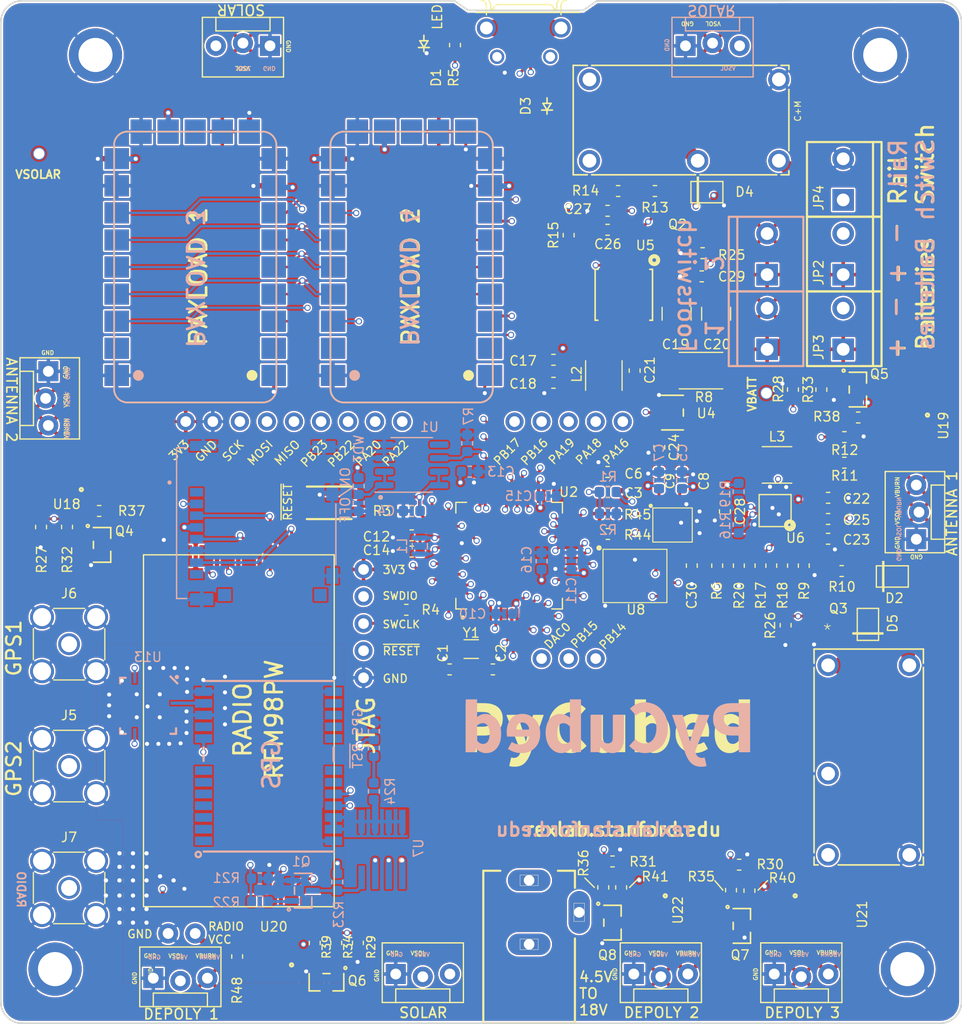
<source format=kicad_pcb>
(kicad_pcb (version 20171130) (host pcbnew "(5.1.0)-1")
  (layers (0 F.Cu signal hide) (1 Route2 signal hide) (2 Route15 signal hide) (31 B.Cu signal) (34 B.Paste user hide) (35 F.Paste user hide) (36 B.SilkS user) (37 F.SilkS user hide) (38 B.Mask user hide) (39 F.Mask user hide) (44 Edge.Cuts user))
  (net 0 "")
  (net 1 GND)
  (net 2 3.3V)
  (net 3 I_BATT)
  (net 4 ENAB_BURN4)
  (net 5 ENAB_BURN3)
  (net 6 ENAB_BURN2)
  (net 7 ENAB_BURN1)
  (net 8 ENAB_GPS)
  (net 9 SWCLK)
  (net 10 SWDIO)
  (net 11 ~RESET)
  (net 12 VSOLAR)
  (net 13 L1_PROG)
  (net 14 VBATT)
  (net 15 USB_D+)
  (net 16 USB_D-)
  (net 17 GPS_PWR_IN)
  (net 18 BURN_RELAY_B)
  (net 19 BURN_RELAY_A)
  (net 20 ENAB_BURN5)
  (net 21 "Net-(C8-Pad1)")
  (net 22 "Net-(U3-Pad13)")
  (net 23 "Net-(U3-Pad12)")
  (net 24 "Net-(U3-Pad11)")
  (net 25 "Net-(U3-Pad10)")
  (net 26 "Net-(U3-Pad9)")
  (net 27 "Net-(U1-Pad5)")
  (net 28 "Net-(R15-Pad1)")
  (net 29 "Net-(R13-Pad1)")
  (net 30 "Net-(R10-Pad1)")
  (net 31 /Power/VREG_IN)
  (net 32 "Net-(C22-Pad1)")
  (net 33 "Net-(C25-Pad1)")
  (net 34 "Net-(C26-Pad1)")
  (net 35 /Connectors/VBATT_IN)
  (net 36 "Net-(J1-PadDT)")
  (net 37 "Net-(J1-PadSW)")
  (net 38 "Net-(J1-Pad8)")
  (net 39 "Net-(J1-Pad1)")
  (net 40 "Net-(U14-Pad19)")
  (net 41 "Net-(U14-Pad16)")
  (net 42 "Net-(U14-Pad15)")
  (net 43 "Net-(U14-Pad14)")
  (net 44 "Net-(U14-Pad17)")
  (net 45 "Net-(U14-Pad18)")
  (net 46 "Net-(U14-Pad1)")
  (net 47 "Net-(U14-Pad3)")
  (net 48 "Net-(U14-Pad6)")
  (net 49 "Net-(U14-Pad5)")
  (net 50 "Net-(U14-Pad4)")
  (net 51 "Net-(U14-Pad2)")
  (net 52 "Net-(U14-Pad7)")
  (net 53 "Net-(U14-Pad9)")
  (net 54 "/RF and GPS/RF_IN")
  (net 55 "/Burn Wires/VBURN_A_IN")
  (net 56 "/Burn Wires/VBURN1")
  (net 57 "/Burn Wires/VBURN2")
  (net 58 "/Burn Wires/VBURN_B_IN")
  (net 59 "/Burn Wires/VBURN3")
  (net 60 "/Burn Wires/VBURN4")
  (net 61 "Net-(Q5-Pad1)")
  (net 62 "Net-(Q8-Pad1)")
  (net 63 "Net-(Q7-Pad1)")
  (net 64 "Net-(Q6-Pad1)")
  (net 65 "/Burn Wires/VBURN5")
  (net 66 "Net-(D4-PadA)")
  (net 67 /Avionics/XTAL1)
  (net 68 /Avionics/XTAL2)
  (net 69 DAC0)
  (net 70 "Net-(Q5-Pad3)")
  (net 71 "Net-(Q6-Pad3)")
  (net 72 "Net-(Q7-Pad3)")
  (net 73 "Net-(Q8-Pad3)")
  (net 74 /Avionics/BATTERY)
  (net 75 MISO)
  (net 76 SCK)
  (net 77 MOSI)
  (net 78 FLASH_CS)
  (net 79 FLASH_SCK)
  (net 80 FLASH_IO3)
  (net 81 FLASH_IO2)
  (net 82 FLASH_MISO)
  (net 83 FLASH_MOSI)
  (net 84 xSDCS)
  (net 85 "Net-(J5-Pad1)")
  (net 86 "Net-(J6-Pad1)")
  (net 87 "Net-(J7-Pad1)")
  (net 88 "Net-(C9-Pad1)")
  (net 89 "Net-(C12-Pad2)")
  (net 90 "Net-(C21-Pad1)")
  (net 91 "Net-(C27-Pad1)")
  (net 92 "Net-(D1-Pad1)")
  (net 93 "Net-(D3-Pad2)")
  (net 94 "Net-(D5-PadA)")
  (net 95 "Net-(J3-Pad4)")
  (net 96 "Net-(J4-Pad2)")
  (net 97 "Net-(JP5-Pad1)")
  (net 98 "Net-(JP8-Pad3)")
  (net 99 "Net-(JP9-Pad3)")
  (net 100 "Net-(JP10-Pad3)")
  (net 101 "Net-(L1-Pad2)")
  (net 102 "Net-(Q1-Pad1)")
  (net 103 "Net-(Q1-Pad3)")
  (net 104 "Net-(Q4-Pad1)")
  (net 105 "Net-(Q4-Pad3)")
  (net 106 "Net-(R5-Pad2)")
  (net 107 "Net-(R6-Pad2)")
  (net 108 "Net-(R11-Pad1)")
  (net 109 "Net-(R16-Pad1)")
  (net 110 "Net-(R16-Pad2)")
  (net 111 "Net-(R18-Pad1)")
  (net 112 "Net-(U9-Pad17)")
  (net 113 "Net-(U9-Pad18)")
  (net 114 "Net-(U9-Pad19)")
  (net 115 "Net-(U9-Pad20)")
  (net 116 "Net-(U9-Pad21)")
  (net 117 "Net-(U9-Pad22)")
  (net 118 "Net-(U9-Pad23)")
  (net 119 "Net-(U9-Pad2)")
  (net 120 "Net-(U10-Pad17)")
  (net 121 "Net-(U10-Pad18)")
  (net 122 "Net-(U10-Pad19)")
  (net 123 "Net-(U10-Pad20)")
  (net 124 "Net-(U10-Pad21)")
  (net 125 "Net-(U10-Pad22)")
  (net 126 "Net-(U10-Pad23)")
  (net 127 "Net-(U10-Pad2)")
  (net 128 "Net-(U11-Pad17)")
  (net 129 "Net-(U11-Pad18)")
  (net 130 "Net-(U11-Pad19)")
  (net 131 "Net-(U11-Pad20)")
  (net 132 "Net-(U11-Pad21)")
  (net 133 "Net-(U11-Pad22)")
  (net 134 "Net-(U11-Pad23)")
  (net 135 "Net-(U11-Pad2)")
  (net 136 "Net-(U12-Pad17)")
  (net 137 "Net-(U12-Pad18)")
  (net 138 "Net-(U12-Pad19)")
  (net 139 "Net-(U12-Pad20)")
  (net 140 "Net-(U12-Pad21)")
  (net 141 "Net-(U12-Pad22)")
  (net 142 "Net-(U12-Pad23)")
  (net 143 "Net-(U12-Pad2)")
  (net 144 "Net-(C21-Pad2)")
  (net 145 "Net-(C23-Pad1)")
  (net 146 "Net-(C25-Pad2)")
  (net 147 "Net-(L3-Pad1)")
  (net 148 "Net-(R42-Pad2)")
  (net 149 WDT_WDI)
  (net 150 ~CHRG)
  (net 151 RF_IO2)
  (net 152 /Avionics/SDA)
  (net 153 /Avionics/SCL)
  (net 154 RX)
  (net 155 TX)
  (net 156 PB15)
  (net 157 PB14)
  (net 158 PA16)
  (net 159 PB17)
  (net 160 PA22)
  (net 161 PA20)
  (net 162 PB22)
  (net 163 PB23)
  (net 164 PA18)
  (net 165 PA19)
  (net 166 PB16)
  (net 167 "Net-(R24-Pad1)")
  (net 168 "Net-(R46-Pad2)")
  (net 169 "Net-(J11-Pad1)")
  (net 170 RF_IO1)
  (net 171 "Net-(U23-Pad4)")
  (net 172 "Net-(U23-Pad3)")
  (net 173 CS_RF)
  (net 174 RF_RST)
  (net 175 RF_IO5)
  (net 176 RF_IO0)
  (module custom-footprints:XTB28_MEZ (layer F.Cu) (at 144.52346 64.7573 180)
    (fp_text reference U12 hide)
    (fp_text value XTB-40 hide)
    (pad 10 smd rect (at 2.54 0 90) (size 2.286 1.9812) (layers F.Cu F.Mask) (net 1 GND))
    (pad 11 smd rect (at 5.08 0 90) (size 2.286 1.9812) (layers F.Cu F.Mask) (net 2 3.3V))
    (pad 12 smd rect (at 7.62 0 90) (size 2.286 1.9812) (layers F.Cu F.Mask))
    (pad 13 smd rect (at 10.16 0 90) (size 2.286 1.9812) (layers F.Cu F.Mask))
    (pad 14 smd rect (at 12.7 0 90) (size 2.286 1.9812) (layers F.Cu F.Mask))
    (pad 15 smd rect (at 14.986 -2.54 180) (size 2.286 1.9812) (layers F.Cu F.Mask) (net 1 GND))
    (pad 16 smd rect (at 14.986 -5.08 180) (size 2.286 1.9812) (layers F.Cu F.Mask) (net 2 3.3V))
    (pad 17 smd rect (at 14.986 -7.62 180) (size 2.286 1.9812) (layers F.Cu F.Mask) (net 136 "Net-(U12-Pad17)"))
    (pad 18 smd rect (at 14.986 -10.16 180) (size 2.286 1.9812) (layers F.Cu F.Mask) (net 137 "Net-(U12-Pad18)"))
    (pad 19 smd rect (at 14.986 -12.7 180) (size 2.286 1.9812) (layers F.Cu F.Mask) (net 138 "Net-(U12-Pad19)"))
    (pad 20 smd rect (at 14.986 -15.24 180) (size 2.286 1.9812) (layers F.Cu F.Mask) (net 139 "Net-(U12-Pad20)"))
    (pad 21 smd rect (at 14.986 -17.78 180) (size 2.286 1.9812) (layers F.Cu F.Mask) (net 140 "Net-(U12-Pad21)"))
    (pad 22 smd rect (at 14.986 -20.32 180) (size 2.286 1.9812) (layers F.Cu F.Mask) (net 141 "Net-(U12-Pad22)"))
    (pad 23 smd rect (at 14.986 -22.86 180) (size 2.286 1.9812) (layers F.Cu F.Mask) (net 142 "Net-(U12-Pad23)"))
    (pad 1 smd rect (at 0.254 -22.86 180) (size 2.286 1.9812) (layers F.Cu F.Mask) (net 1 GND))
    (pad 2 smd rect (at 0.254 -20.32 180) (size 2.286 1.9812) (layers F.Cu F.Mask) (net 143 "Net-(U12-Pad2)"))
    (pad 3 smd rect (at 0.254 -17.78 180) (size 2.286 1.9812) (layers F.Cu F.Mask) (net 166 PB16))
    (pad 4 smd rect (at 0.254 -15.24 180) (size 2.286 1.9812) (layers F.Cu F.Mask) (net 77 MOSI))
    (pad 5 smd rect (at 0.254 -12.7 180) (size 2.286 1.9812) (layers F.Cu F.Mask) (net 76 SCK))
    (pad 6 smd rect (at 0.254 -10.16 180) (size 2.286 1.9812) (layers F.Cu F.Mask) (net 75 MISO))
    (pad 7 smd rect (at 0.254 -7.62 180) (size 2.286 1.9812) (layers F.Cu F.Mask) (net 165 PA19))
    (pad 8 smd rect (at 0.254 -5.08 180) (size 2.286 1.9812) (layers F.Cu F.Mask) (net 1 GND))
    (pad 9 smd rect (at 0.254 -2.54 180) (size 2.286 1.9812) (layers F.Cu F.Mask) (net 2 3.3V))
  )
  (module custom-footprints:XTB28_MEZ (layer B.Cu) (at 129.25946 64.7573)
    (fp_text reference U11 hide)
    (fp_text value XTB-40 hide)
    (pad 10 smd rect (at 2.54 0 90) (size 2.286 1.9812) (layers B.Cu B.Mask) (net 1 GND))
    (pad 11 smd rect (at 5.08 0 90) (size 2.286 1.9812) (layers B.Cu B.Mask) (net 2 3.3V))
    (pad 12 smd rect (at 7.62 0 90) (size 2.286 1.9812) (layers B.Cu B.Mask))
    (pad 13 smd rect (at 10.16 0 90) (size 2.286 1.9812) (layers B.Cu B.Mask))
    (pad 14 smd rect (at 12.7 0 90) (size 2.286 1.9812) (layers B.Cu B.Mask))
    (pad 15 smd rect (at 14.986 2.54) (size 2.286 1.9812) (layers B.Cu B.Mask) (net 1 GND))
    (pad 16 smd rect (at 14.986 5.08) (size 2.286 1.9812) (layers B.Cu B.Mask) (net 2 3.3V))
    (pad 17 smd rect (at 14.986 7.62) (size 2.286 1.9812) (layers B.Cu B.Mask) (net 128 "Net-(U11-Pad17)"))
    (pad 18 smd rect (at 14.986 10.16) (size 2.286 1.9812) (layers B.Cu B.Mask) (net 129 "Net-(U11-Pad18)"))
    (pad 19 smd rect (at 14.986 12.7) (size 2.286 1.9812) (layers B.Cu B.Mask) (net 130 "Net-(U11-Pad19)"))
    (pad 20 smd rect (at 14.986 15.24) (size 2.286 1.9812) (layers B.Cu B.Mask) (net 131 "Net-(U11-Pad20)"))
    (pad 21 smd rect (at 14.986 17.78) (size 2.286 1.9812) (layers B.Cu B.Mask) (net 132 "Net-(U11-Pad21)"))
    (pad 22 smd rect (at 14.986 20.32) (size 2.286 1.9812) (layers B.Cu B.Mask) (net 133 "Net-(U11-Pad22)"))
    (pad 23 smd rect (at 14.986 22.86) (size 2.286 1.9812) (layers B.Cu B.Mask) (net 134 "Net-(U11-Pad23)"))
    (pad 1 smd rect (at 0.254 22.86) (size 2.286 1.9812) (layers B.Cu B.Mask) (net 1 GND))
    (pad 2 smd rect (at 0.254 20.32) (size 2.286 1.9812) (layers B.Cu B.Mask) (net 135 "Net-(U11-Pad2)"))
    (pad 3 smd rect (at 0.254 17.78) (size 2.286 1.9812) (layers B.Cu B.Mask) (net 162 PB22))
    (pad 4 smd rect (at 0.254 15.24) (size 2.286 1.9812) (layers B.Cu B.Mask) (net 77 MOSI))
    (pad 5 smd rect (at 0.254 12.7) (size 2.286 1.9812) (layers B.Cu B.Mask) (net 76 SCK))
    (pad 6 smd rect (at 0.254 10.16) (size 2.286 1.9812) (layers B.Cu B.Mask) (net 75 MISO))
    (pad 7 smd rect (at 0.254 7.62) (size 2.286 1.9812) (layers B.Cu B.Mask) (net 160 PA22))
    (pad 8 smd rect (at 0.254 5.08) (size 2.286 1.9812) (layers B.Cu B.Mask) (net 1 GND))
    (pad 9 smd rect (at 0.254 2.54) (size 2.286 1.9812) (layers B.Cu B.Mask) (net 2 3.3V))
  )
  (module custom-footprints:XTB28_MEZ (layer B.Cu) (at 108.96346 64.7573)
    (fp_text reference U9 hide)
    (fp_text value XTB-40 hide)
    (pad 10 smd rect (at 2.54 0 90) (size 2.286 1.9812) (layers B.Cu B.Mask) (net 1 GND))
    (pad 11 smd rect (at 5.08 0 90) (size 2.286 1.9812) (layers B.Cu B.Mask) (net 2 3.3V))
    (pad 12 smd rect (at 7.62 0 90) (size 2.286 1.9812) (layers B.Cu B.Mask))
    (pad 13 smd rect (at 10.16 0 90) (size 2.286 1.9812) (layers B.Cu B.Mask))
    (pad 14 smd rect (at 12.7 0 90) (size 2.286 1.9812) (layers B.Cu B.Mask))
    (pad 15 smd rect (at 14.986 2.54) (size 2.286 1.9812) (layers B.Cu B.Mask) (net 1 GND))
    (pad 16 smd rect (at 14.986 5.08) (size 2.286 1.9812) (layers B.Cu B.Mask) (net 2 3.3V))
    (pad 17 smd rect (at 14.986 7.62) (size 2.286 1.9812) (layers B.Cu B.Mask) (net 112 "Net-(U9-Pad17)"))
    (pad 18 smd rect (at 14.986 10.16) (size 2.286 1.9812) (layers B.Cu B.Mask) (net 113 "Net-(U9-Pad18)"))
    (pad 19 smd rect (at 14.986 12.7) (size 2.286 1.9812) (layers B.Cu B.Mask) (net 114 "Net-(U9-Pad19)"))
    (pad 20 smd rect (at 14.986 15.24) (size 2.286 1.9812) (layers B.Cu B.Mask) (net 115 "Net-(U9-Pad20)"))
    (pad 21 smd rect (at 14.986 17.78) (size 2.286 1.9812) (layers B.Cu B.Mask) (net 116 "Net-(U9-Pad21)"))
    (pad 22 smd rect (at 14.986 20.32) (size 2.286 1.9812) (layers B.Cu B.Mask) (net 117 "Net-(U9-Pad22)"))
    (pad 23 smd rect (at 14.986 22.86) (size 2.286 1.9812) (layers B.Cu B.Mask) (net 118 "Net-(U9-Pad23)"))
    (pad 1 smd rect (at 0.254 22.86) (size 2.286 1.9812) (layers B.Cu B.Mask) (net 1 GND))
    (pad 2 smd rect (at 0.254 20.32) (size 2.286 1.9812) (layers B.Cu B.Mask) (net 119 "Net-(U9-Pad2)"))
    (pad 3 smd rect (at 0.254 17.78) (size 2.286 1.9812) (layers B.Cu B.Mask) (net 163 PB23))
    (pad 4 smd rect (at 0.254 15.24) (size 2.286 1.9812) (layers B.Cu B.Mask) (net 77 MOSI))
    (pad 5 smd rect (at 0.254 12.7) (size 2.286 1.9812) (layers B.Cu B.Mask) (net 76 SCK))
    (pad 6 smd rect (at 0.254 10.16) (size 2.286 1.9812) (layers B.Cu B.Mask) (net 75 MISO))
    (pad 7 smd rect (at 0.254 7.62) (size 2.286 1.9812) (layers B.Cu B.Mask) (net 161 PA20))
    (pad 8 smd rect (at 0.254 5.08) (size 2.286 1.9812) (layers B.Cu B.Mask) (net 1 GND))
    (pad 9 smd rect (at 0.254 2.54) (size 2.286 1.9812) (layers B.Cu B.Mask) (net 2 3.3V))
  )
  (module custom-footprints:XTB28_MEZ (layer F.Cu) (at 124.20346 64.7573 180)
    (fp_text reference U10 hide)
    (fp_text value XTB-40 hide)
    (pad 10 smd rect (at 2.54 0 90) (size 2.286 1.9812) (layers F.Cu F.Mask) (net 1 GND))
    (pad 11 smd rect (at 5.08 0 90) (size 2.286 1.9812) (layers F.Cu F.Mask) (net 2 3.3V))
    (pad 12 smd rect (at 7.62 0 90) (size 2.286 1.9812) (layers F.Cu F.Mask))
    (pad 13 smd rect (at 10.16 0 90) (size 2.286 1.9812) (layers F.Cu F.Mask))
    (pad 14 smd rect (at 12.7 0 90) (size 2.286 1.9812) (layers F.Cu F.Mask))
    (pad 15 smd rect (at 14.986 -2.54 180) (size 2.286 1.9812) (layers F.Cu F.Mask) (net 1 GND))
    (pad 16 smd rect (at 14.986 -5.08 180) (size 2.286 1.9812) (layers F.Cu F.Mask) (net 2 3.3V))
    (pad 17 smd rect (at 14.986 -7.62 180) (size 2.286 1.9812) (layers F.Cu F.Mask) (net 120 "Net-(U10-Pad17)"))
    (pad 18 smd rect (at 14.986 -10.16 180) (size 2.286 1.9812) (layers F.Cu F.Mask) (net 121 "Net-(U10-Pad18)"))
    (pad 19 smd rect (at 14.986 -12.7 180) (size 2.286 1.9812) (layers F.Cu F.Mask) (net 122 "Net-(U10-Pad19)"))
    (pad 20 smd rect (at 14.986 -15.24 180) (size 2.286 1.9812) (layers F.Cu F.Mask) (net 123 "Net-(U10-Pad20)"))
    (pad 21 smd rect (at 14.986 -17.78 180) (size 2.286 1.9812) (layers F.Cu F.Mask) (net 124 "Net-(U10-Pad21)"))
    (pad 22 smd rect (at 14.986 -20.32 180) (size 2.286 1.9812) (layers F.Cu F.Mask) (net 125 "Net-(U10-Pad22)"))
    (pad 23 smd rect (at 14.986 -22.86 180) (size 2.286 1.9812) (layers F.Cu F.Mask) (net 126 "Net-(U10-Pad23)"))
    (pad 1 smd rect (at 0.254 -22.86 180) (size 2.286 1.9812) (layers F.Cu F.Mask) (net 1 GND))
    (pad 2 smd rect (at 0.254 -20.32 180) (size 2.286 1.9812) (layers F.Cu F.Mask) (net 127 "Net-(U10-Pad2)"))
    (pad 3 smd rect (at 0.254 -17.78 180) (size 2.286 1.9812) (layers F.Cu F.Mask) (net 159 PB17))
    (pad 4 smd rect (at 0.254 -15.24 180) (size 2.286 1.9812) (layers F.Cu F.Mask) (net 77 MOSI))
    (pad 5 smd rect (at 0.254 -12.7 180) (size 2.286 1.9812) (layers F.Cu F.Mask) (net 76 SCK))
    (pad 6 smd rect (at 0.254 -10.16 180) (size 2.286 1.9812) (layers F.Cu F.Mask) (net 75 MISO))
    (pad 7 smd rect (at 0.254 -7.62 180) (size 2.286 1.9812) (layers F.Cu F.Mask) (net 164 PA18))
    (pad 8 smd rect (at 0.254 -5.08 180) (size 2.286 1.9812) (layers F.Cu F.Mask) (net 1 GND))
    (pad 9 smd rect (at 0.254 -2.54 180) (size 2.286 1.9812) (layers F.Cu F.Mask) (net 2 3.3V))
  )
  (module LOGO (layer B.Cu) (at 153.162 120.396 180)
    (fp_text reference G*** hide)
    (fp_text value LOGO hide)
  )
  (module Connector_PinHeader_2.54mm:PinHeader_1x02_P2.54mm_Vertical (layer F.Cu) (at 116.586 139.954 270)
    (fp_text reference J11 hide)
    (fp_text value Conn_01x02)
    (pad 2 thru_hole circle (at 0 2.54 270) (size 1.8796 1.8796) (drill 1.016) (layers *.Cu *.Mask) (net 1 GND))
    (pad 1 thru_hole circle (at 0 0 270) (size 1.8796 1.8796) (drill 1.016) (layers *.Cu *.Mask) (net 169 "Net-(J11-Pad1)"))
  )
  (module custom-footprints:RFM98PW (layer F.Cu) (at 121.1291 120.444096 270)
    (fp_text reference U23 hide)
    (fp_text value RFM98PW hide)
    (fp_text user RADIO (at 3.13182 -0.84582 270) (layer F.SilkS) (effects (font (size 1.59258 1.59258) (thickness 0.25146)) (justify left bottom)))
    (pad 8 smd rect (at 16.9 -6.5 270) (size 2 1.3) (layers F.Cu F.Paste F.Mask) (net 151 RF_IO2))
    (pad 7 smd rect (at 16.9 -4.5 270) (size 2 1.3) (layers F.Cu F.Paste F.Mask) (net 170 RF_IO1))
    (pad 6 smd rect (at 16.9 -2.5 270) (size 2 1.3) (layers F.Cu F.Paste F.Mask) (net 176 RF_IO0))
    (pad 5 smd rect (at 16.9 -0.5 270) (size 2 1.3) (layers F.Cu F.Paste F.Mask) (net 169 "Net-(J11-Pad1)"))
    (pad 4 smd rect (at 16.9 1.5 270) (size 2 1.3) (layers F.Cu F.Paste F.Mask) (net 171 "Net-(U23-Pad4)"))
    (pad 3 smd rect (at 16.9 3.5 270) (size 2 1.3) (layers F.Cu F.Paste F.Mask) (net 172 "Net-(U23-Pad3)"))
    (pad 2 smd rect (at 16.9 5.5 270) (size 2 1.3) (layers F.Cu F.Paste F.Mask) (net 1 GND))
    (pad 1 smd rect (at 16.9 7.5 270) (size 2 1.3) (layers F.Cu F.Paste F.Mask) (net 87 "Net-(J7-Pad1)"))
    (pad 9 smd rect (at -15.9 -6.5 270) (size 2 1.3) (layers F.Cu F.Paste F.Mask) (net 2 3.3V))
    (pad 10 smd rect (at -15.9 -4.5 270) (size 2 1.3) (layers F.Cu F.Paste F.Mask) (net 75 MISO))
    (pad 11 smd rect (at -15.9 -2.5 270) (size 2 1.3) (layers F.Cu F.Paste F.Mask) (net 77 MOSI))
    (pad 12 smd rect (at -15.9 -0.5 270) (size 2 1.3) (layers F.Cu F.Paste F.Mask) (net 76 SCK))
    (pad 13 smd rect (at -15.9 1.5 270) (size 2 1.3) (layers F.Cu F.Paste F.Mask) (net 173 CS_RF))
    (pad 14 smd rect (at -15.9 3.5 270) (size 2 1.3) (layers F.Cu F.Paste F.Mask) (net 174 RF_RST))
    (pad 15 smd rect (at -15.9 5.5 270) (size 2 1.3) (layers F.Cu F.Paste F.Mask) (net 175 RF_IO5))
    (pad 16 smd rect (at -15.9 7.5 270) (size 2 1.3) (layers F.Cu F.Paste F.Mask) (net 1 GND))
  )
  (module Resistor_SMD:R_0603_1608Metric (layer F.Cu) (at 120.523 142.113 90)
    (fp_text reference R48 (at -3.175 0 90) (layer F.SilkS) (effects (font (size 0.889 0.889) (thickness 0.127))))
    (fp_text value 0)
    (pad 2 smd roundrect (at 0.7875 0 90) (size 0.875 0.95) (layers F.Cu F.Paste F.Mask) (net 169 "Net-(J11-Pad1)"))
    (pad 1 smd roundrect (at -0.7875 0 90) (size 0.875 0.95) (layers F.Cu F.Paste F.Mask) (net 2 3.3V))
  )
  (module LOGO (layer F.Cu) (at 148.59 127.127)
    (fp_text reference G*** hide)
    (fp_text value LOGO hide)
  )
  (module Resistor_SMD:R_0603_1608Metric (layer B.Cu) (at 133.35 122.555 270)
    (fp_text reference R47 hide)
    (fp_text value 0)
    (pad 2 smd roundrect (at 0.7875 0 270) (size 0.875 0.95) (layers B.Cu B.Paste B.Mask) (net 167 "Net-(R24-Pad1)"))
    (pad 1 smd roundrect (at -0.7875 0 270) (size 0.875 0.95) (layers B.Cu B.Paste B.Mask) (net 168 "Net-(R46-Pad2)"))
  )
  (module Resistor_SMD:R_0603_1608Metric (layer B.Cu) (at 133.35 120.9802 270)
    (fp_text reference R46 hide)
    (fp_text value 0)
    (pad 2 smd roundrect (at 0.7875 0 270) (size 0.875 0.95) (layers B.Cu B.Paste B.Mask) (net 168 "Net-(R46-Pad2)"))
    (pad 1 smd roundrect (at -0.7875 0 270) (size 0.875 0.95) (layers B.Cu B.Paste B.Mask) (net 1 GND))
  )
  (module Connector_PinHeader_2.54mm:PinHeader_1x03_P2.54mm_Vertical (layer F.Cu) (at 149.098 114.173 90)
    (fp_text reference J10 hide)
    (fp_text value Conn_01x03)
    (pad 3 thru_hole oval (at 0 5.08 90) (size 1.7 1.7) (drill 1) (layers *.Cu *.Mask) (net 157 PB14))
    (pad 2 thru_hole oval (at 0 2.54 90) (size 1.7 1.7) (drill 1) (layers *.Cu *.Mask) (net 156 PB15))
    (pad 1 thru_hole oval (at 0 0 90) (size 1.7 1.7) (drill 1) (layers *.Cu *.Mask) (net 69 DAC0))
  )
  (module LED_SMD:LED_0603_1608Metric (layer F.Cu) (at 139.319 56.6165 270)
    (fp_text reference D1 (at 3.0735 0.127 270) (layer F.SilkS) (effects (font (size 0.889 0.889) (thickness 0.127))))
    (fp_text value "GREEN LED")
    (pad 1 smd roundrect (at -0.7875 0 270) (size 0.875 0.95) (layers F.Cu F.Paste F.Mask) (net 92 "Net-(D1-Pad1)"))
    (pad 2 smd roundrect (at 0.7875 0 270) (size 0.875 0.95) (layers F.Cu F.Paste F.Mask) (net 1 GND))
  )
  (module MountingHole:MountingHole_3.2mm_M3_DIN965_Pad (layer F.Cu) (at 180.8861 57.5691)
    (fp_text reference H4 hide)
    (fp_text value MountingHole_Pad)
    (pad 1 thru_hole circle (at 0 0) (size 5 5) (drill 3.2) (layers *.Cu *.Mask) (net 1 GND))
  )
  (module MountingHole:MountingHole_3.2mm_M3_DIN965_Pad (layer F.Cu) (at 183.4261 143.2941)
    (fp_text reference H3 hide)
    (fp_text value MountingHole_Pad)
    (pad 1 thru_hole circle (at 0 0) (size 5 5) (drill 3.2) (layers *.Cu *.Mask) (net 1 GND))
  )
  (module MountingHole:MountingHole_3.2mm_M3_DIN965_Pad (layer F.Cu) (at 103.4261 143.2941)
    (fp_text reference H2 hide)
    (fp_text value MountingHole_Pad)
    (pad 1 thru_hole circle (at 0 0) (size 5 5) (drill 3.2) (layers *.Cu *.Mask) (net 1 GND))
  )
  (module MountingHole:MountingHole_3.2mm_M3_ISO7380_Pad (layer F.Cu) (at 107.2261 57.5691)
    (fp_text reference H1 hide)
    (fp_text value MountingHole_Pad)
    (pad 1 thru_hole circle (at 0 0) (size 5 5) (drill 3.2) (layers *.Cu *.Mask) (net 1 GND))
  )
  (module Connector_PinHeader_2.54mm:PinHeader_1x09_P2.54mm_Vertical (layer F.Cu) (at 115.697 91.948 90)
    (fp_text reference J8 hide)
    (fp_text value Conn_01x09)
    (pad 9 thru_hole oval (at 0 20.32 90) (size 1.7 1.7) (drill 1) (layers *.Cu *.Mask) (net 160 PA22))
    (pad 8 thru_hole oval (at 0 17.78 90) (size 1.7 1.7) (drill 1) (layers *.Cu *.Mask) (net 161 PA20))
    (pad 7 thru_hole oval (at 0 15.24 90) (size 1.7 1.7) (drill 1) (layers *.Cu *.Mask) (net 162 PB22))
    (pad 6 thru_hole oval (at 0 12.7 90) (size 1.7 1.7) (drill 1) (layers *.Cu *.Mask) (net 163 PB23))
    (pad 5 thru_hole oval (at 0 10.16 90) (size 1.7 1.7) (drill 1) (layers *.Cu *.Mask) (net 75 MISO))
    (pad 4 thru_hole oval (at 0 7.62 90) (size 1.7 1.7) (drill 1) (layers *.Cu *.Mask) (net 77 MOSI))
    (pad 3 thru_hole oval (at 0 5.08 90) (size 1.7 1.7) (drill 1) (layers *.Cu *.Mask) (net 76 SCK))
    (pad 2 thru_hole oval (at 0 2.54 90) (size 1.7 1.7) (drill 1) (layers *.Cu *.Mask) (net 1 GND))
    (pad 1 thru_hole oval (at 0 0 90) (size 1.7 1.7) (drill 1) (layers *.Cu *.Mask) (net 2 3.3V))
  )
  (module Connector_PinHeader_2.54mm:PinHeader_1x05_P2.54mm_Vertical (layer F.Cu) (at 146.558 91.948 90)
    (fp_text reference J9 hide)
    (fp_text value Conn_01x05)
    (pad 5 thru_hole oval (at 0 10.16 90) (size 1.7 1.7) (drill 1) (layers *.Cu *.Mask) (net 158 PA16))
    (pad 4 thru_hole oval (at 0 7.62 90) (size 1.7 1.7) (drill 1) (layers *.Cu *.Mask) (net 164 PA18))
    (pad 3 thru_hole oval (at 0 5.08 90) (size 1.7 1.7) (drill 1) (layers *.Cu *.Mask) (net 165 PA19))
    (pad 2 thru_hole oval (at 0 2.54 90) (size 1.7 1.7) (drill 1) (layers *.Cu *.Mask) (net 166 PB16))
    (pad 1 thru_hole oval (at 0 0 90) (size 1.7 1.7) (drill 1) (layers *.Cu *.Mask) (net 159 PB17))
  )
  (module Connector_PinHeader_2.54mm:PinHeader_1x05_P2.54mm_Vertical (layer F.Cu) (at 132.3848 105.8164)
    (fp_text reference J2 hide)
    (fp_text value Conn_01x05)
    (pad 1 thru_hole oval (at 0 0) (size 1.7 1.7) (drill 1) (layers *.Cu *.Mask) (net 2 3.3V))
    (pad 2 thru_hole oval (at 0 2.54) (size 1.7 1.7) (drill 1) (layers *.Cu *.Mask) (net 10 SWDIO))
    (pad 3 thru_hole oval (at 0 5.08) (size 1.7 1.7) (drill 1) (layers *.Cu *.Mask) (net 9 SWCLK))
    (pad 4 thru_hole oval (at 0 7.62) (size 1.7 1.7) (drill 1) (layers *.Cu *.Mask) (net 11 ~RESET))
    (pad 5 thru_hole oval (at 0 10.16) (size 1.7 1.7) (drill 1) (layers *.Cu *.Mask) (net 1 GND))
  )
  (module ATSAMD51J20A-AU:QFP50P1200X1200X120-64N (layer F.Cu) (at 146.05 104.521 90)
    (fp_text reference U2 (at 5.969 5.588 180) (layer F.SilkS) (effects (font (size 0.889 0.889) (thickness 0.127))))
    (fp_text value ATSAMD51J20A-AU hide)
    (pad 64 smd rect (at -3.75 -5.67 270) (size 0.28 1.47) (layers F.Cu F.Paste F.Mask) (net 154 RX))
    (pad 63 smd rect (at -3.25 -5.67 270) (size 0.28 1.47) (layers F.Cu F.Paste F.Mask) (net 155 TX))
    (pad 62 smd rect (at -2.75 -5.67 270) (size 0.28 1.47) (layers F.Cu F.Paste F.Mask) (net 8 ENAB_GPS))
    (pad 61 smd rect (at -2.25 -5.67 270) (size 0.28 1.47) (layers F.Cu F.Paste F.Mask) (net 174 RF_RST))
    (pad 60 smd rect (at -1.75 -5.67 270) (size 0.28 1.47) (layers F.Cu F.Paste F.Mask) (net 7 ENAB_BURN1))
    (pad 59 smd rect (at -1.25 -5.67 270) (size 0.28 1.47) (layers F.Cu F.Paste F.Mask) (net 173 CS_RF))
    (pad 58 smd rect (at -0.75 -5.67 270) (size 0.28 1.47) (layers F.Cu F.Paste F.Mask) (net 10 SWDIO))
    (pad 57 smd rect (at -0.25 -5.67 270) (size 0.28 1.47) (layers F.Cu F.Paste F.Mask) (net 9 SWCLK))
    (pad 56 smd rect (at 0.25 -5.67 270) (size 0.28 1.47) (layers F.Cu F.Paste F.Mask) (net 2 3.3V))
    (pad 55 smd rect (at 0.75 -5.67 270) (size 0.28 1.47) (layers F.Cu F.Paste F.Mask) (net 101 "Net-(L1-Pad2)"))
    (pad 54 smd rect (at 1.25 -5.67 270) (size 0.28 1.47) (layers F.Cu F.Paste F.Mask) (net 1 GND))
    (pad 53 smd rect (at 1.75 -5.67 270) (size 0.28 1.47) (layers F.Cu F.Paste F.Mask) (net 89 "Net-(C12-Pad2)"))
    (pad 52 smd rect (at 2.25 -5.67 270) (size 0.28 1.47) (layers F.Cu F.Paste F.Mask) (net 11 ~RESET))
    (pad 51 smd rect (at 2.75 -5.67 270) (size 0.28 1.47) (layers F.Cu F.Paste F.Mask) (net 84 xSDCS))
    (pad 50 smd rect (at 3.25 -5.67 270) (size 0.28 1.47) (layers F.Cu F.Paste F.Mask) (net 163 PB23))
    (pad 49 smd rect (at 3.75 -5.67 270) (size 0.28 1.47) (layers F.Cu F.Paste F.Mask) (net 162 PB22))
    (pad 48 smd rect (at 5.67 -3.75 180) (size 0.28 1.47) (layers F.Cu F.Paste F.Mask) (net 2 3.3V))
    (pad 47 smd rect (at 5.67 -3.25 180) (size 0.28 1.47) (layers F.Cu F.Paste F.Mask) (net 1 GND))
    (pad 46 smd rect (at 5.67 -2.75 180) (size 0.28 1.47) (layers F.Cu F.Paste F.Mask) (net 15 USB_D+))
    (pad 45 smd rect (at 5.67 -2.25 180) (size 0.28 1.47) (layers F.Cu F.Paste F.Mask) (net 16 USB_D-))
    (pad 44 smd rect (at 5.67 -1.75 180) (size 0.28 1.47) (layers F.Cu F.Paste F.Mask) (net 149 WDT_WDI))
    (pad 43 smd rect (at 5.67 -1.25 180) (size 0.28 1.47) (layers F.Cu F.Paste F.Mask) (net 160 PA22))
    (pad 42 smd rect (at 5.67 -0.75 180) (size 0.28 1.47) (layers F.Cu F.Paste F.Mask) (net 106 "Net-(R5-Pad2)"))
    (pad 41 smd rect (at 5.67 -0.25 180) (size 0.28 1.47) (layers F.Cu F.Paste F.Mask) (net 161 PA20))
    (pad 40 smd rect (at 5.67 0.25 180) (size 0.28 1.47) (layers F.Cu F.Paste F.Mask) (net 159 PB17))
    (pad 39 smd rect (at 5.67 0.75 180) (size 0.28 1.47) (layers F.Cu F.Paste F.Mask) (net 166 PB16))
    (pad 38 smd rect (at 5.67 1.25 180) (size 0.28 1.47) (layers F.Cu F.Paste F.Mask) (net 165 PA19))
    (pad 37 smd rect (at 5.67 1.75 180) (size 0.28 1.47) (layers F.Cu F.Paste F.Mask) (net 164 PA18))
    (pad 36 smd rect (at 5.67 2.25 180) (size 0.28 1.47) (layers F.Cu F.Paste F.Mask) (net 19 BURN_RELAY_A))
    (pad 35 smd rect (at 5.67 2.75 180) (size 0.28 1.47) (layers F.Cu F.Paste F.Mask) (net 158 PA16))
    (pad 34 smd rect (at 5.67 3.25 180) (size 0.28 1.47) (layers F.Cu F.Paste F.Mask) (net 2 3.3V))
    (pad 33 smd rect (at 5.67 3.75 180) (size 0.28 1.47) (layers F.Cu F.Paste F.Mask) (net 1 GND))
    (pad 32 smd rect (at 3.75 5.67 270) (size 0.28 1.47) (layers F.Cu F.Paste F.Mask) (net 6 ENAB_BURN2))
    (pad 31 smd rect (at 3.25 5.67 270) (size 0.28 1.47) (layers F.Cu F.Paste F.Mask) (net 75 MISO))
    (pad 30 smd rect (at 2.75 5.67 270) (size 0.28 1.47) (layers F.Cu F.Paste F.Mask) (net 76 SCK))
    (pad 29 smd rect (at 2.25 5.67 270) (size 0.28 1.47) (layers F.Cu F.Paste F.Mask) (net 77 MOSI))
    (pad 28 smd rect (at 1.75 5.67 270) (size 0.28 1.47) (layers F.Cu F.Paste F.Mask) (net 156 PB15))
    (pad 27 smd rect (at 1.25 5.67 270) (size 0.28 1.47) (layers F.Cu F.Paste F.Mask) (net 157 PB14))
    (pad 26 smd rect (at 0.75 5.67 270) (size 0.28 1.47) (layers F.Cu F.Paste F.Mask) (net 153 /Avionics/SCL))
    (pad 25 smd rect (at 0.25 5.67 270) (size 0.28 1.47) (layers F.Cu F.Paste F.Mask) (net 152 /Avionics/SDA))
    (pad 24 smd rect (at -0.25 5.67 270) (size 0.28 1.47) (layers F.Cu F.Paste F.Mask) (net 78 FLASH_CS))
    (pad 23 smd rect (at -0.75 5.67 270) (size 0.28 1.47) (layers F.Cu F.Paste F.Mask) (net 79 FLASH_SCK))
    (pad 22 smd rect (at -1.25 5.67 270) (size 0.28 1.47) (layers F.Cu F.Paste F.Mask) (net 1 GND))
    (pad 21 smd rect (at -1.75 5.67 270) (size 0.28 1.47) (layers F.Cu F.Paste F.Mask) (net 2 3.3V))
    (pad 20 smd rect (at -2.25 5.67 270) (size 0.28 1.47) (layers F.Cu F.Paste F.Mask) (net 80 FLASH_IO3))
    (pad 19 smd rect (at -2.75 5.67 270) (size 0.28 1.47) (layers F.Cu F.Paste F.Mask) (net 81 FLASH_IO2))
    (pad 18 smd rect (at -3.25 5.67 270) (size 0.28 1.47) (layers F.Cu F.Paste F.Mask) (net 82 FLASH_MISO))
    (pad 17 smd rect (at -3.75 5.67 270) (size 0.28 1.47) (layers F.Cu F.Paste F.Mask) (net 83 FLASH_MOSI))
    (pad 16 smd rect (at -5.67 3.75 180) (size 0.28 1.47) (layers F.Cu F.Paste F.Mask) (net 107 "Net-(R6-Pad2)"))
    (pad 15 smd rect (at -5.67 3.25 180) (size 0.28 1.47) (layers F.Cu F.Paste F.Mask) (net 74 /Avionics/BATTERY))
    (pad 14 smd rect (at -5.67 2.75 180) (size 0.28 1.47) (layers F.Cu F.Paste F.Mask) (net 18 BURN_RELAY_B))
    (pad 13 smd rect (at -5.67 2.25 180) (size 0.28 1.47) (layers F.Cu F.Paste F.Mask) (net 3 I_BATT))
    (pad 12 smd rect (at -5.67 1.75 180) (size 0.28 1.47) (layers F.Cu F.Paste F.Mask) (net 4 ENAB_BURN4))
    (pad 11 smd rect (at -5.67 1.25 180) (size 0.28 1.47) (layers F.Cu F.Paste F.Mask) (net 150 ~CHRG))
    (pad 10 smd rect (at -5.67 0.75 180) (size 0.28 1.47) (layers F.Cu F.Paste F.Mask) (net 5 ENAB_BURN3))
    (pad 9 smd rect (at -5.67 0.25 180) (size 0.28 1.47) (layers F.Cu F.Paste F.Mask) (net 170 RF_IO1))
    (pad 8 smd rect (at -5.67 -0.25 180) (size 0.28 1.47) (layers F.Cu F.Paste F.Mask) (net 2 3.3V))
    (pad 7 smd rect (at -5.67 -0.75 180) (size 0.28 1.47) (layers F.Cu F.Paste F.Mask) (net 1 GND))
    (pad 6 smd rect (at -5.67 -1.25 180) (size 0.28 1.47) (layers F.Cu F.Paste F.Mask) (net 176 RF_IO0))
    (pad 5 smd rect (at -5.67 -1.75 180) (size 0.28 1.47) (layers F.Cu F.Paste F.Mask) (net 20 ENAB_BURN5))
    (pad 4 smd rect (at -5.67 -2.25 180) (size 0.28 1.47) (layers F.Cu F.Paste F.Mask) (net 2 3.3V))
    (pad 3 smd rect (at -5.67 -2.75 180) (size 0.28 1.47) (layers F.Cu F.Paste F.Mask) (net 69 DAC0))
    (pad 2 smd rect (at -5.67 -3.25 180) (size 0.28 1.47) (layers F.Cu F.Paste F.Mask) (net 68 /Avionics/XTAL2))
    (pad 1 smd rect (at -5.67 -3.75 180) (size 0.28 1.47) (layers F.Cu F.Paste F.Mask) (net 67 /Avionics/XTAL1))
  )
  (module Package_SO:SO-8_3.9x4.9mm_P1.27mm (layer B.Cu) (at 136.906 96.012)
    (fp_text reference U1 (at 1.651 -3.556) (layer B.SilkS) (effects (font (size 0.889 0.889) (thickness 0.127)) (justify mirror)))
    (fp_text value MAX706RS-T)
    (pad 8 smd roundrect (at 2.575 1.905) (size 1.75 0.6) (layers B.Cu B.Paste B.Mask) (net 11 ~RESET))
    (pad 7 smd roundrect (at 2.575 0.635) (size 1.75 0.6) (layers B.Cu B.Paste B.Mask) (net 11 ~RESET))
    (pad 6 smd roundrect (at 2.575 -0.635) (size 1.75 0.6) (layers B.Cu B.Paste B.Mask) (net 149 WDT_WDI))
    (pad 5 smd roundrect (at 2.575 -1.905) (size 1.75 0.6) (layers B.Cu B.Paste B.Mask) (net 27 "Net-(U1-Pad5)"))
    (pad 4 smd roundrect (at -2.575 -1.905) (size 1.75 0.6) (layers B.Cu B.Paste B.Mask) (net 1 GND))
    (pad 3 smd roundrect (at -2.575 -0.635) (size 1.75 0.6) (layers B.Cu B.Paste B.Mask) (net 1 GND))
    (pad 2 smd roundrect (at -2.575 0.635) (size 1.75 0.6) (layers B.Cu B.Paste B.Mask) (net 148 "Net-(R42-Pad2)"))
    (pad 1 smd roundrect (at -2.575 1.905) (size 1.75 0.6) (layers B.Cu B.Paste B.Mask) (net 148 "Net-(R42-Pad2)"))
  )
  (module custom-footprints:QFN-16-PAD (layer F.Cu) (at 171.0161 100.296496 180)
    (fp_text reference U6 (at -0.9419 -3.081504) (layer F.SilkS) (effects (font (size 0.889 0.889) (thickness 0.127)) (justify left bottom)))
    (fp_text value LTC4121 hide)
    (pad P$16 smd rect (at -0.75 -1.3) (size 0.25 0.7) (layers F.Cu F.Paste F.Mask) (net 30 "Net-(R10-Pad1)"))
    (pad P$15 smd rect (at -0.25 -1.3) (size 0.25 0.7) (layers F.Cu F.Paste F.Mask) (net 111 "Net-(R18-Pad1)"))
    (pad P$14 smd rect (at 0.25 -1.3) (size 0.25 0.7) (layers F.Cu F.Paste F.Mask) (net 150 ~CHRG))
    (pad P$13 smd rect (at 0.75 -1.3) (size 0.25 0.7) (layers F.Cu F.Paste F.Mask) (net 13 L1_PROG))
    (pad P$12 smd rect (at 1.3 -0.75 90) (size 0.25 0.7) (layers F.Cu F.Paste F.Mask) (net 1 GND))
    (pad P$11 smd rect (at 1.3 -0.25 90) (size 0.25 0.7) (layers F.Cu F.Paste F.Mask) (net 109 "Net-(R16-Pad1)"))
    (pad P$9 smd rect (at 1.3 0.75 90) (size 0.25 0.7) (layers F.Cu F.Paste F.Mask) (net 14 VBATT))
    (pad P$10 smd rect (at 1.3 0.25 90) (size 0.25 0.7) (layers F.Cu F.Paste F.Mask) (net 110 "Net-(R16-Pad2)"))
    (pad P$8 smd rect (at 0.75 1.3 180) (size 0.25 0.7) (layers F.Cu F.Paste F.Mask) (net 147 "Net-(L3-Pad1)"))
    (pad P$7 smd rect (at 0.25 1.3 180) (size 0.25 0.7) (layers F.Cu F.Paste F.Mask) (net 1 GND))
    (pad P$6 smd rect (at -0.25 1.3 180) (size 0.25 0.7) (layers F.Cu F.Paste F.Mask) (net 108 "Net-(R11-Pad1)"))
    (pad P$5 smd rect (at -0.75 1.3 180) (size 0.25 0.7) (layers F.Cu F.Paste F.Mask) (net 1 GND))
    (pad P$4 smd rect (at -1.3 0.75 270) (size 0.25 0.7) (layers F.Cu F.Paste F.Mask) (net 146 "Net-(C25-Pad2)"))
    (pad P$3 smd rect (at -1.3 0.25 270) (size 0.25 0.7) (layers F.Cu F.Paste F.Mask) (net 32 "Net-(C22-Pad1)"))
    (pad P$1 smd rect (at -1.3 -0.75 270) (size 0.25 0.7) (layers F.Cu F.Paste F.Mask) (net 145 "Net-(C23-Pad1)"))
    (pad P$2 smd rect (at -1.3 -0.25 270) (size 0.25 0.7) (layers F.Cu F.Paste F.Mask) (net 33 "Net-(C25-Pad1)"))
    (pad P$17 smd rect (at 0 0 90) (size 1.45 1.45) (layers F.Cu F.Paste F.Mask) (net 1 GND))
  )
  (module Resistor_SMD:R_0603_1608Metric (layer F.Cu) (at 155.321 100.584)
    (fp_text reference R45 (at 2.794 0.094) (layer F.SilkS) (effects (font (size 0.889 0.889) (thickness 0.127))))
    (fp_text value 10K)
    (pad 2 smd roundrect (at 0.7875 0) (size 0.875 0.95) (layers F.Cu F.Paste F.Mask) (net 153 /Avionics/SCL))
    (pad 1 smd roundrect (at -0.7875 0) (size 0.875 0.95) (layers F.Cu F.Paste F.Mask) (net 2 3.3V))
  )
  (module Resistor_SMD:R_0603_1608Metric (layer F.Cu) (at 155.321 102.489)
    (fp_text reference R44 (at 2.794 0.094) (layer F.SilkS) (effects (font (size 0.889 0.889) (thickness 0.127))))
    (fp_text value 10K)
    (pad 2 smd roundrect (at 0.7875 0) (size 0.875 0.95) (layers F.Cu F.Paste F.Mask) (net 152 /Avionics/SDA))
    (pad 1 smd roundrect (at -0.7875 0) (size 0.875 0.95) (layers F.Cu F.Paste F.Mask) (net 2 3.3V))
  )
  (module Resistor_SMD:R_0603_1608Metric (layer B.Cu) (at 131.9276 99.568 270)
    (fp_text reference R43 hide)
    (fp_text value 0)
    (pad 2 smd roundrect (at 0.7875 0 270) (size 0.875 0.95) (layers B.Cu B.Paste B.Mask) (net 1 GND))
    (pad 1 smd roundrect (at -0.7875 0 270) (size 0.875 0.95) (layers B.Cu B.Paste B.Mask) (net 148 "Net-(R42-Pad2)"))
  )
  (module Resistor_SMD:R_0603_1608Metric (layer B.Cu) (at 131.9276 97.9932 270)
    (fp_text reference R42 hide)
    (fp_text value 0)
    (pad 2 smd roundrect (at 0.7875 0 270) (size 0.875 0.95) (layers B.Cu B.Paste B.Mask) (net 148 "Net-(R42-Pad2)"))
    (pad 1 smd roundrect (at -0.7875 0 270) (size 0.875 0.95) (layers B.Cu B.Paste B.Mask) (net 2 3.3V))
  )
  (module Resistor_SMD:R_0603_1608Metric (layer B.Cu) (at 133.35 126.619 270)
    (fp_text reference R24 (at 0 -1.524 270) (layer B.SilkS) (effects (font (size 0.889 0.889) (thickness 0.127)) (justify mirror)))
    (fp_text value 10K)
    (pad 1 smd roundrect (at -0.7875 0 270) (size 0.875 0.95) (layers B.Cu B.Paste B.Mask) (net 167 "Net-(R24-Pad1)"))
    (pad 2 smd roundrect (at 0.7875 0 270) (size 0.875 0.95) (layers B.Cu B.Paste B.Mask) (net 17 GPS_PWR_IN))
  )
  (module Inductor_SMD:L_1812_4532Metric (layer F.Cu) (at 154.94 87.63 270)
    (fp_text reference L2 (at -0.127 2.54 270) (layer F.SilkS) (effects (font (size 0.889 0.889) (thickness 0.127))))
    (fp_text value 3.3uH)
    (pad 2 smd roundrect (at 2.1375 0 270) (size 1.125 3.4) (layers F.Cu F.Paste F.Mask) (roundrect_rratio 0.222222) (net 2 3.3V))
    (pad 1 smd roundrect (at -2.1375 0 270) (size 1.125 3.4) (layers F.Cu F.Paste F.Mask) (roundrect_rratio 0.222222) (net 90 "Net-(C21-Pad1)"))
  )
  (module Inductor_SMD:L_1812_4532Metric (layer F.Cu) (at 171.196 96.012)
    (fp_text reference L3 (at 0 -2.65) (layer F.SilkS) (effects (font (size 0.889 0.889) (thickness 0.127))))
    (fp_text value 56uH)
    (pad 2 smd roundrect (at 2.1375 0) (size 1.125 3.4) (layers F.Cu F.Paste F.Mask) (roundrect_rratio 0.222222) (net 146 "Net-(C25-Pad2)"))
    (pad 1 smd roundrect (at -2.1375 0) (size 1.125 3.4) (layers F.Cu F.Paste F.Mask) (roundrect_rratio 0.222222) (net 147 "Net-(L3-Pad1)"))
  )
  (module Capacitor_SMD:C_0603_1608Metric (layer F.Cu) (at 163.195 105.458096 270)
    (fp_text reference C30 (at 2.794 0 270) (layer F.SilkS) (effects (font (size 0.889 0.889) (thickness 0.127))))
    (fp_text value 0.1uF)
    (pad 2 smd roundrect (at 0.7875 0 270) (size 0.875 0.95) (layers F.Cu F.Paste F.Mask) (net 1 GND))
    (pad 1 smd roundrect (at -0.7875 0 270) (size 0.875 0.95) (layers F.Cu F.Paste F.Mask) (net 2 3.3V))
  )
  (module Resistor_SMD:R_0603_1608Metric (layer F.Cu) (at 154.8892 135.636 90)
    (fp_text reference R36 (at 2.286 -1.8542 90) (layer F.SilkS) (effects (font (size 0.889 0.889) (thickness 0.127))))
    (fp_text value 4.7k)
    (pad 1 smd roundrect (at -0.7875 0 90) (size 0.875 0.95) (layers F.Cu F.Paste F.Mask) (net 62 "Net-(Q8-Pad1)"))
    (pad 2 smd roundrect (at 0.7875 0 90) (size 0.875 0.95) (layers F.Cu F.Paste F.Mask) (net 20 ENAB_BURN5))
  )
  (module mainboard:MOLEX-1X3_LOCK (layer F.Cu) (at 170.9341 143.884096)
    (fp_text reference JP14 hide)
    (fp_text value M03POLAR_LOCK hide)
    (pad 1 thru_hole rect (at 0 -0.127) (size 1.8796 1.8796) (drill 1.016) (layers *.Cu *.Mask) (net 1 GND))
    (pad 2 thru_hole circle (at 2.54 0.127) (size 1.8796 1.8796) (drill 1.016) (layers *.Cu *.Mask) (net 12 VSOLAR))
    (pad 3 thru_hole circle (at 5.08 -0.127) (size 1.8796 1.8796) (drill 1.016) (layers *.Cu *.Mask) (net 60 "/Burn Wires/VBURN4"))
  )
  (module mainboard:PWP14_2P31X2P46-L (layer F.Cu) (at 156.8161 80.058096 270)
    (fp_text reference U5 (at -4.112096 -1.0449) (layer F.SilkS) (effects (font (size 0.889 0.889) (thickness 0.127)) (justify left bottom)))
    (fp_text value TPS54226PWPRPWP14_2P31X2P46-L hide)
    (pad 1 smd rect (at -2.7686 -1.950034 270) (size 1.6002 0.3048) (layers F.Cu F.Paste F.Mask) (net 2 3.3V))
    (pad 2 smd rect (at -2.7686 -1.300021 270) (size 1.6002 0.3048) (layers F.Cu F.Paste F.Mask) (net 29 "Net-(R13-Pad1)"))
    (pad 3 smd rect (at -2.7686 -0.650012 270) (size 1.6002 0.3048) (layers F.Cu F.Paste F.Mask) (net 91 "Net-(C27-Pad1)"))
    (pad 4 smd rect (at -2.7686 0 270) (size 1.6002 0.3048) (layers F.Cu F.Paste F.Mask) (net 34 "Net-(C26-Pad1)"))
    (pad 5 smd rect (at -2.7686 0.650012 270) (size 1.6002 0.3048) (layers F.Cu F.Paste F.Mask) (net 1 GND))
    (pad 6 smd rect (at -2.7686 1.300021 270) (size 1.6002 0.3048) (layers F.Cu F.Paste F.Mask) (net 28 "Net-(R15-Pad1)"))
    (pad 7 smd rect (at -2.7686 1.950034 270) (size 1.6002 0.3048) (layers F.Cu F.Paste F.Mask) (net 14 VBATT))
    (pad 8 smd rect (at 2.7686 1.950034 270) (size 1.6002 0.3048) (layers F.Cu F.Paste F.Mask) (net 1 GND))
    (pad 9 smd rect (at 2.7686 1.300021 270) (size 1.6002 0.3048) (layers F.Cu F.Paste F.Mask) (net 1 GND))
    (pad 10 smd rect (at 2.7686 0.650012 270) (size 1.6002 0.3048) (layers F.Cu F.Paste F.Mask) (net 90 "Net-(C21-Pad1)"))
    (pad 11 smd rect (at 2.7686 0 270) (size 1.6002 0.3048) (layers F.Cu F.Paste F.Mask) (net 90 "Net-(C21-Pad1)"))
    (pad 12 smd rect (at 2.7686 -0.650012 270) (size 1.6002 0.3048) (layers F.Cu F.Paste F.Mask) (net 144 "Net-(C21-Pad2)"))
    (pad 13 smd rect (at 2.7686 -1.300021 270) (size 1.6002 0.3048) (layers F.Cu F.Paste F.Mask) (net 31 /Power/VREG_IN))
    (pad 14 smd rect (at 2.7686 -1.950034 270) (size 1.6002 0.3048) (layers F.Cu F.Paste F.Mask) (net 31 /Power/VREG_IN))
    (pad 15 smd rect (at 0 0 270) (size 2.31 2.46) (layers F.Cu F.Paste F.Mask) (net 1 GND))
  )
  (module Capacitor_SMD:C_0603_1608Metric (layer B.Cu) (at 145.6055 109.982 180)
    (fp_text reference C10 (at 2.9845 0 180) (layer B.SilkS) (effects (font (size 0.889 0.889) (thickness 0.127)) (justify mirror)))
    (fp_text value 0.1uF)
    (pad 2 smd roundrect (at 0.7875 0 180) (size 0.875 0.95) (layers B.Cu B.Paste B.Mask) (net 1 GND))
    (pad 1 smd roundrect (at -0.7875 0 180) (size 0.875 0.95) (layers B.Cu B.Paste B.Mask) (net 2 3.3V))
  )
  (module Capacitor_SMD:C_0603_1608Metric (layer F.Cu) (at 155.321 98.552)
    (fp_text reference C3 (at 2.413 0.094) (layer F.SilkS) (effects (font (size 0.889 0.889) (thickness 0.127))))
    (fp_text value 0.1uF)
    (pad 2 smd roundrect (at 0.7875 0) (size 0.875 0.95) (layers F.Cu F.Paste F.Mask) (net 1 GND))
    (pad 1 smd roundrect (at -0.7875 0) (size 0.875 0.95) (layers F.Cu F.Paste F.Mask) (net 74 /Avionics/BATTERY))
  )
  (module custom-footprints:NDS8434 (layer F.Cu) (at 123.825 143.891 180)
    (fp_text reference U20 (at -0.127 4.572 180) (layer F.SilkS) (effects (font (size 0.889 0.889) (thickness 0.127))))
    (fp_text value NDS8434 hide)
    (pad 1 smd rect (at -1.905 2.6162 180) (size 0.6096 2.2098) (layers F.Cu F.Paste F.Mask) (net 58 "/Burn Wires/VBURN_B_IN"))
    (pad 2 smd rect (at -0.635 2.6162 180) (size 0.6096 2.2098) (layers F.Cu F.Paste F.Mask) (net 58 "/Burn Wires/VBURN_B_IN"))
    (pad 3 smd rect (at 0.635 2.6162 180) (size 0.6096 2.2098) (layers F.Cu F.Paste F.Mask) (net 58 "/Burn Wires/VBURN_B_IN"))
    (pad 4 smd rect (at 1.905 2.6162 180) (size 0.6096 2.2098) (layers F.Cu F.Paste F.Mask) (net 71 "Net-(Q6-Pad3)"))
    (pad 5 smd rect (at 1.905 -2.6162 180) (size 0.6096 2.2098) (layers F.Cu F.Paste F.Mask) (net 59 "/Burn Wires/VBURN3"))
    (pad 6 smd rect (at 0.635 -2.6162 180) (size 0.6096 2.2098) (layers F.Cu F.Paste F.Mask) (net 59 "/Burn Wires/VBURN3"))
    (pad 7 smd rect (at -0.635 -2.6162 180) (size 0.6096 2.2098) (layers F.Cu F.Paste F.Mask) (net 59 "/Burn Wires/VBURN3"))
    (pad 8 smd rect (at -1.905 -2.6162 180) (size 0.6096 2.2098) (layers F.Cu F.Paste F.Mask) (net 59 "/Burn Wires/VBURN3"))
  )
  (module custom-footprints:D_SOD-123 (layer F.Cu) (at 149.606 62.357 90)
    (fp_text reference D3 (at 0 -2 90) (layer F.SilkS) (effects (font (size 0.889 0.889) (thickness 0.127))))
    (fp_text value MBR120)
    (pad 2 smd rect (at 1.65 0 90) (size 0.9 1.2) (layers F.Cu F.Paste F.Mask) (net 93 "Net-(D3-Pad2)"))
    (pad 1 smd rect (at -1.65 0 90) (size 0.9 1.2) (layers F.Cu F.Paste F.Mask) (net 35 /Connectors/VBATT_IN))
  )
  (module Connector_Coaxial:SMA_Amphenol_901-144_Vertical (layer F.Cu) (at 104.7461 135.684096)
    (fp_text reference J7 (at 0 -4.75) (layer F.SilkS) (effects (font (size 0.889 0.889) (thickness 0.127))))
    (fp_text value Conn_Coaxial)
    (pad 1 thru_hole circle (at 0 0) (size 2.05 2.05) (drill 1.5) (layers *.Cu *.Mask) (net 87 "Net-(J7-Pad1)"))
    (pad 2 thru_hole circle (at 2.54 2.54) (size 2.25 2.25) (drill 1.7) (layers *.Cu *.Mask) (net 1 GND))
    (pad 2 thru_hole circle (at 2.54 -2.54) (size 2.25 2.25) (drill 1.7) (layers *.Cu *.Mask) (net 1 GND))
    (pad 2 thru_hole circle (at -2.54 -2.54) (size 2.25 2.25) (drill 1.7) (layers *.Cu *.Mask) (net 1 GND))
    (pad 2 thru_hole circle (at -2.54 2.54) (size 2.25 2.25) (drill 1.7) (layers *.Cu *.Mask) (net 1 GND))
  )
  (module Connector_Coaxial:SMA_Amphenol_901-144_Vertical (layer F.Cu) (at 104.7461 112.824096)
    (fp_text reference J6 (at 0 -4.75) (layer F.SilkS) (effects (font (size 0.889 0.889) (thickness 0.127))))
    (fp_text value Conn_Coaxial)
    (pad 1 thru_hole circle (at 0 0) (size 2.05 2.05) (drill 1.5) (layers *.Cu *.Mask) (net 86 "Net-(J6-Pad1)"))
    (pad 2 thru_hole circle (at 2.54 2.54) (size 2.25 2.25) (drill 1.7) (layers *.Cu *.Mask) (net 1 GND))
    (pad 2 thru_hole circle (at 2.54 -2.54) (size 2.25 2.25) (drill 1.7) (layers *.Cu *.Mask) (net 1 GND))
    (pad 2 thru_hole circle (at -2.54 -2.54) (size 2.25 2.25) (drill 1.7) (layers *.Cu *.Mask) (net 1 GND))
    (pad 2 thru_hole circle (at -2.54 2.54) (size 2.25 2.25) (drill 1.7) (layers *.Cu *.Mask) (net 1 GND))
  )
  (module Connector_Coaxial:SMA_Amphenol_901-144_Vertical (layer F.Cu) (at 104.7461 124.254096)
    (fp_text reference J5 (at 0 -4.75) (layer F.SilkS) (effects (font (size 0.889 0.889) (thickness 0.127))))
    (fp_text value Conn_Coaxial)
    (pad 1 thru_hole circle (at 0 0) (size 2.05 2.05) (drill 1.5) (layers *.Cu *.Mask) (net 85 "Net-(J5-Pad1)"))
    (pad 2 thru_hole circle (at 2.54 2.54) (size 2.25 2.25) (drill 1.7) (layers *.Cu *.Mask) (net 1 GND))
    (pad 2 thru_hole circle (at 2.54 -2.54) (size 2.25 2.25) (drill 1.7) (layers *.Cu *.Mask) (net 1 GND))
    (pad 2 thru_hole circle (at -2.54 -2.54) (size 2.25 2.25) (drill 1.7) (layers *.Cu *.Mask) (net 1 GND))
    (pad 2 thru_hole circle (at -2.54 2.54) (size 2.25 2.25) (drill 1.7) (layers *.Cu *.Mask) (net 1 GND))
  )
  (module Crystal:Crystal_SMD_3215-2Pin_3.2x1.5mm (layer F.Cu) (at 142.494 113.284 180)
    (fp_text reference Y1 (at 0 1.524 180) (layer F.SilkS) (effects (font (size 0.889 0.889) (thickness 0.127))))
    (fp_text value 32.768kHz)
    (pad 1 smd rect (at 1.25 0 180) (size 1 1.8) (layers F.Cu F.Paste F.Mask) (net 67 /Avionics/XTAL1))
    (pad 2 smd rect (at -1.25 0 180) (size 1 1.8) (layers F.Cu F.Paste F.Mask) (net 68 /Avionics/XTAL2))
  )
  (module Resistor_SMD:R_0603_1608Metric (layer F.Cu) (at 140.97 56.642 270)
    (fp_text reference R5 (at 3.048 0.127 270) (layer F.SilkS) (effects (font (size 0.889 0.889) (thickness 0.127))))
    (fp_text value 2.2K)
    (pad 1 smd roundrect (at -0.7875 0 270) (size 0.875 0.95) (layers F.Cu F.Paste F.Mask) (net 92 "Net-(D1-Pad1)"))
    (pad 2 smd roundrect (at 0.7875 0 270) (size 0.875 0.95) (layers F.Cu F.Paste F.Mask) (net 106 "Net-(R5-Pad2)"))
  )
  (module Resistor_SMD:R_0603_1608Metric (layer F.Cu) (at 136.398 109.601 180)
    (fp_text reference R4 (at -2.286 0) (layer F.SilkS) (effects (font (size 0.889 0.889) (thickness 0.127))))
    (fp_text value 10K)
    (pad 1 smd roundrect (at -0.7875 0 180) (size 0.875 0.95) (layers F.Cu F.Paste F.Mask) (net 2 3.3V))
    (pad 2 smd roundrect (at 0.7875 0 180) (size 0.875 0.95) (layers F.Cu F.Paste F.Mask) (net 9 SWCLK))
  )
  (module Resistor_SMD:R_0603_1608Metric (layer F.Cu) (at 136.906 100.33)
    (fp_text reference R3 (at -2.794 0) (layer F.SilkS) (effects (font (size 0.889 0.889) (thickness 0.127))))
    (fp_text value 10K)
    (pad 1 smd roundrect (at -0.7875 0) (size 0.875 0.95) (layers F.Cu F.Paste F.Mask) (net 2 3.3V))
    (pad 2 smd roundrect (at 0.7875 0) (size 0.875 0.95) (layers F.Cu F.Paste F.Mask) (net 11 ~RESET))
  )
  (module Resistor_SMD:R_0603_1608Metric (layer B.Cu) (at 155.321 98.552 180)
    (fp_text reference R1 (at 0 1.43 180) (layer B.SilkS) (effects (font (size 0.889 0.889) (thickness 0.127)) (justify mirror)))
    (fp_text value 316K)
    (pad 1 smd roundrect (at -0.7875 0 180) (size 0.875 0.95) (layers B.Cu B.Paste B.Mask) (net 14 VBATT))
    (pad 2 smd roundrect (at 0.7875 0 180) (size 0.875 0.95) (layers B.Cu B.Paste B.Mask) (net 74 /Avionics/BATTERY))
  )
  (module Resistor_SMD:R_0603_1608Metric (layer B.Cu) (at 155.321 100.584 180)
    (fp_text reference R2 (at 0 -1.524 180) (layer B.SilkS) (effects (font (size 0.889 0.889) (thickness 0.127)) (justify mirror)))
    (fp_text value 110K)
    (pad 1 smd roundrect (at -0.7875 0 180) (size 0.875 0.95) (layers B.Cu B.Paste B.Mask) (net 1 GND))
    (pad 2 smd roundrect (at 0.7875 0 180) (size 0.875 0.95) (layers B.Cu B.Paste B.Mask) (net 74 /Avionics/BATTERY))
  )
  (module Capacitor_SMD:C_0603_1608Metric (layer B.Cu) (at 149.098 105.029 90)
    (fp_text reference C16 (at 0.127 -1.397 90) (layer B.SilkS) (effects (font (size 0.889 0.889) (thickness 0.127)) (justify mirror)))
    (fp_text value 10uF)
    (pad 1 smd roundrect (at -0.7875 0 90) (size 0.875 0.95) (layers B.Cu B.Paste B.Mask) (net 2 3.3V))
    (pad 2 smd roundrect (at 0.7875 0 90) (size 0.875 0.95) (layers B.Cu B.Paste B.Mask) (net 1 GND))
  )
  (module Capacitor_SMD:C_0603_1608Metric (layer F.Cu) (at 136.906 104.14 180)
    (fp_text reference C14 (at 3.302 0.127 180) (layer F.SilkS) (effects (font (size 0.889 0.889) (thickness 0.127))))
    (fp_text value 10uF)
    (pad 2 smd roundrect (at 0.7875 0 180) (size 0.875 0.95) (layers F.Cu F.Paste F.Mask) (net 1 GND))
    (pad 1 smd roundrect (at -0.7875 0 180) (size 0.875 0.95) (layers F.Cu F.Paste F.Mask) (net 89 "Net-(C12-Pad2)"))
  )
  (module Capacitor_SMD:C_0603_1608Metric (layer B.Cu) (at 149.733 98.933)
    (fp_text reference C15 (at -2.794 0) (layer B.SilkS) (effects (font (size 0.889 0.889) (thickness 0.127)) (justify mirror)))
    (fp_text value 1uF)
    (pad 1 smd roundrect (at -0.7875 0) (size 0.875 0.95) (layers B.Cu B.Paste B.Mask) (net 2 3.3V))
    (pad 2 smd roundrect (at 0.7875 0) (size 0.875 0.95) (layers B.Cu B.Paste B.Mask) (net 1 GND))
  )
  (module Capacitor_SMD:C_0603_1608Metric (layer F.Cu) (at 136.906 102.616)
    (fp_text reference C12 (at -3.302 0.127) (layer F.SilkS) (effects (font (size 0.889 0.889) (thickness 0.127))))
    (fp_text value 1uF)
    (pad 2 smd roundrect (at 0.7875 0) (size 0.875 0.95) (layers F.Cu F.Paste F.Mask) (net 89 "Net-(C12-Pad2)"))
    (pad 1 smd roundrect (at -0.7875 0) (size 0.875 0.95) (layers F.Cu F.Paste F.Mask) (net 1 GND))
  )
  (module Capacitor_SMD:C_0603_1608Metric (layer B.Cu) (at 142.367 96.647)
    (fp_text reference C13 (at 2.921 0) (layer B.SilkS) (effects (font (size 0.889 0.889) (thickness 0.127)) (justify mirror)))
    (fp_text value 1uF)
    (pad 1 smd roundrect (at -0.7875 0) (size 0.875 0.95) (layers B.Cu B.Paste B.Mask) (net 2 3.3V))
    (pad 2 smd roundrect (at 0.7875 0) (size 0.875 0.95) (layers B.Cu B.Paste B.Mask) (net 1 GND))
  )
  (module Capacitor_SMD:C_0603_1608Metric (layer B.Cu) (at 151.892 105.029 90)
    (fp_text reference C11 (at -2.794 0 90) (layer B.SilkS) (effects (font (size 0.889 0.889) (thickness 0.127)) (justify mirror)))
    (fp_text value 0.1uF)
    (pad 1 smd roundrect (at -0.7875 0 90) (size 0.875 0.95) (layers B.Cu B.Paste B.Mask) (net 2 3.3V))
    (pad 2 smd roundrect (at 0.7875 0 90) (size 0.875 0.95) (layers B.Cu B.Paste B.Mask) (net 1 GND))
  )
  (module Capacitor_SMD:C_0603_1608Metric (layer B.Cu) (at 136.906 100.33)
    (fp_text reference C4 (at -2.413 0) (layer B.SilkS) (effects (font (size 0.889 0.889) (thickness 0.127)) (justify mirror)))
    (fp_text value 1uF)
    (pad 1 smd roundrect (at -0.7875 0) (size 0.875 0.95) (layers B.Cu B.Paste B.Mask) (net 1 GND))
    (pad 2 smd roundrect (at 0.7875 0) (size 0.875 0.95) (layers B.Cu B.Paste B.Mask) (net 11 ~RESET))
  )
  (module Capacitor_SMD:C_0603_1608Metric (layer F.Cu) (at 144.526 115.189)
    (fp_text reference C2 (at 0.762 -1.524 90) (layer F.SilkS) (effects (font (size 0.889 0.889) (thickness 0.127))))
    (fp_text value 22pF)
    (pad 1 smd roundrect (at -0.7875 0) (size 0.875 0.95) (layers F.Cu F.Paste F.Mask) (net 68 /Avionics/XTAL2))
    (pad 2 smd roundrect (at 0.7875 0) (size 0.875 0.95) (layers F.Cu F.Paste F.Mask) (net 1 GND))
  )
  (module Capacitor_SMD:C_0603_1608Metric (layer F.Cu) (at 140.462 115.189 180)
    (fp_text reference C1 (at 0.635 1.524 270) (layer F.SilkS) (effects (font (size 0.889 0.889) (thickness 0.127))))
    (fp_text value 22pF)
    (pad 1 smd roundrect (at -0.7875 0 180) (size 0.875 0.95) (layers F.Cu F.Paste F.Mask) (net 67 /Avionics/XTAL1))
    (pad 2 smd roundrect (at 0.7875 0 180) (size 0.875 0.95) (layers F.Cu F.Paste F.Mask) (net 1 GND))
  )
  (module custom-footprints:NDS8434 (layer F.Cu) (at 161.6964 138.2268 270)
    (fp_text reference U22 (at -0.457406 -0.203291 270) (layer F.SilkS) (effects (font (size 0.889 0.889) (thickness 0.127))))
    (fp_text value NDS8434 hide)
    (pad 1 smd rect (at -1.905 2.6162 270) (size 0.6096 2.2098) (layers F.Cu F.Paste F.Mask) (net 58 "/Burn Wires/VBURN_B_IN"))
    (pad 2 smd rect (at -0.635 2.6162 270) (size 0.6096 2.2098) (layers F.Cu F.Paste F.Mask) (net 58 "/Burn Wires/VBURN_B_IN"))
    (pad 3 smd rect (at 0.635 2.6162 270) (size 0.6096 2.2098) (layers F.Cu F.Paste F.Mask) (net 58 "/Burn Wires/VBURN_B_IN"))
    (pad 4 smd rect (at 1.905 2.6162 270) (size 0.6096 2.2098) (layers F.Cu F.Paste F.Mask) (net 73 "Net-(Q8-Pad3)"))
    (pad 5 smd rect (at 1.905 -2.6162 270) (size 0.6096 2.2098) (layers F.Cu F.Paste F.Mask) (net 65 "/Burn Wires/VBURN5"))
    (pad 6 smd rect (at 0.635 -2.6162 270) (size 0.6096 2.2098) (layers F.Cu F.Paste F.Mask) (net 65 "/Burn Wires/VBURN5"))
    (pad 7 smd rect (at -0.635 -2.6162 270) (size 0.6096 2.2098) (layers F.Cu F.Paste F.Mask) (net 65 "/Burn Wires/VBURN5"))
    (pad 8 smd rect (at -1.905 -2.6162 270) (size 0.6096 2.2098) (layers F.Cu F.Paste F.Mask) (net 65 "/Burn Wires/VBURN5"))
  )
  (module custom-footprints:NDS8434 (layer F.Cu) (at 173.8884 138.2268 270)
    (fp_text reference U21 (at -0.0508 -5.3086 90) (layer F.SilkS) (effects (font (size 0.889 0.889) (thickness 0.127))))
    (fp_text value NDS8434 hide)
    (pad 1 smd rect (at -1.905 2.6162 270) (size 0.6096 2.2098) (layers F.Cu F.Paste F.Mask) (net 58 "/Burn Wires/VBURN_B_IN"))
    (pad 2 smd rect (at -0.635 2.6162 270) (size 0.6096 2.2098) (layers F.Cu F.Paste F.Mask) (net 58 "/Burn Wires/VBURN_B_IN"))
    (pad 3 smd rect (at 0.635 2.6162 270) (size 0.6096 2.2098) (layers F.Cu F.Paste F.Mask) (net 58 "/Burn Wires/VBURN_B_IN"))
    (pad 4 smd rect (at 1.905 2.6162 270) (size 0.6096 2.2098) (layers F.Cu F.Paste F.Mask) (net 72 "Net-(Q7-Pad3)"))
    (pad 5 smd rect (at 1.905 -2.6162 270) (size 0.6096 2.2098) (layers F.Cu F.Paste F.Mask) (net 60 "/Burn Wires/VBURN4"))
    (pad 6 smd rect (at 0.635 -2.6162 270) (size 0.6096 2.2098) (layers F.Cu F.Paste F.Mask) (net 60 "/Burn Wires/VBURN4"))
    (pad 7 smd rect (at -0.635 -2.6162 270) (size 0.6096 2.2098) (layers F.Cu F.Paste F.Mask) (net 60 "/Burn Wires/VBURN4"))
    (pad 8 smd rect (at -1.905 -2.6162 270) (size 0.6096 2.2098) (layers F.Cu F.Paste F.Mask) (net 60 "/Burn Wires/VBURN4"))
  )
  (module custom-footprints:NDS8434 (layer F.Cu) (at 183.515 92.329 180)
    (fp_text reference U19 (at -3.302 0 270) (layer F.SilkS) (effects (font (size 0.889 0.889) (thickness 0.127))))
    (fp_text value NDS8434 hide)
    (pad 1 smd rect (at -1.905 2.6162 180) (size 0.6096 2.2098) (layers F.Cu F.Paste F.Mask) (net 55 "/Burn Wires/VBURN_A_IN"))
    (pad 2 smd rect (at -0.635 2.6162 180) (size 0.6096 2.2098) (layers F.Cu F.Paste F.Mask) (net 55 "/Burn Wires/VBURN_A_IN"))
    (pad 3 smd rect (at 0.635 2.6162 180) (size 0.6096 2.2098) (layers F.Cu F.Paste F.Mask) (net 55 "/Burn Wires/VBURN_A_IN"))
    (pad 4 smd rect (at 1.905 2.6162 180) (size 0.6096 2.2098) (layers F.Cu F.Paste F.Mask) (net 70 "Net-(Q5-Pad3)"))
    (pad 5 smd rect (at 1.905 -2.6162 180) (size 0.6096 2.2098) (layers F.Cu F.Paste F.Mask) (net 57 "/Burn Wires/VBURN2"))
    (pad 6 smd rect (at 0.635 -2.6162 180) (size 0.6096 2.2098) (layers F.Cu F.Paste F.Mask) (net 57 "/Burn Wires/VBURN2"))
    (pad 7 smd rect (at -0.635 -2.6162 180) (size 0.6096 2.2098) (layers F.Cu F.Paste F.Mask) (net 57 "/Burn Wires/VBURN2"))
    (pad 8 smd rect (at -1.905 -2.6162 180) (size 0.6096 2.2098) (layers F.Cu F.Paste F.Mask) (net 57 "/Burn Wires/VBURN2"))
  )
  (module custom-footprints:NDS8434 (layer F.Cu) (at 104.902 96.52 90)
    (fp_text reference U18 (at -3.175 -0.381 180) (layer F.SilkS) (effects (font (size 0.889 0.889) (thickness 0.127))))
    (fp_text value NDS8434 hide)
    (pad 1 smd rect (at -1.905 2.6162 90) (size 0.6096 2.2098) (layers F.Cu F.Paste F.Mask) (net 55 "/Burn Wires/VBURN_A_IN"))
    (pad 2 smd rect (at -0.635 2.6162 90) (size 0.6096 2.2098) (layers F.Cu F.Paste F.Mask) (net 55 "/Burn Wires/VBURN_A_IN"))
    (pad 3 smd rect (at 0.635 2.6162 90) (size 0.6096 2.2098) (layers F.Cu F.Paste F.Mask) (net 55 "/Burn Wires/VBURN_A_IN"))
    (pad 4 smd rect (at 1.905 2.6162 90) (size 0.6096 2.2098) (layers F.Cu F.Paste F.Mask) (net 105 "Net-(Q4-Pad3)"))
    (pad 5 smd rect (at 1.905 -2.6162 90) (size 0.6096 2.2098) (layers F.Cu F.Paste F.Mask) (net 56 "/Burn Wires/VBURN1"))
    (pad 6 smd rect (at 0.635 -2.6162 90) (size 0.6096 2.2098) (layers F.Cu F.Paste F.Mask) (net 56 "/Burn Wires/VBURN1"))
    (pad 7 smd rect (at -0.635 -2.6162 90) (size 0.6096 2.2098) (layers F.Cu F.Paste F.Mask) (net 56 "/Burn Wires/VBURN1"))
    (pad 8 smd rect (at -1.905 -2.6162 90) (size 0.6096 2.2098) (layers F.Cu F.Paste F.Mask) (net 56 "/Burn Wires/VBURN1"))
  )
  (module custom-footprints:NDS8434 (layer B.Cu) (at 134.112 132.08 180)
    (fp_text reference U7 (at -3.429 0.127 270) (layer B.SilkS) (effects (font (size 0.889 0.889) (thickness 0.127)) (justify mirror)))
    (fp_text value NDS8434 hide)
    (pad 1 smd rect (at -1.905 -2.6162 180) (size 0.6096 2.2098) (layers B.Cu B.Paste B.Mask) (net 2 3.3V))
    (pad 2 smd rect (at -0.635 -2.6162 180) (size 0.6096 2.2098) (layers B.Cu B.Paste B.Mask) (net 2 3.3V))
    (pad 3 smd rect (at 0.635 -2.6162 180) (size 0.6096 2.2098) (layers B.Cu B.Paste B.Mask) (net 2 3.3V))
    (pad 4 smd rect (at 1.905 -2.6162 180) (size 0.6096 2.2098) (layers B.Cu B.Paste B.Mask) (net 103 "Net-(Q1-Pad3)"))
    (pad 5 smd rect (at 1.905 2.6162 180) (size 0.6096 2.2098) (layers B.Cu B.Paste B.Mask) (net 17 GPS_PWR_IN))
    (pad 6 smd rect (at 0.635 2.6162 180) (size 0.6096 2.2098) (layers B.Cu B.Paste B.Mask) (net 17 GPS_PWR_IN))
    (pad 7 smd rect (at -0.635 2.6162 180) (size 0.6096 2.2098) (layers B.Cu B.Paste B.Mask) (net 17 GPS_PWR_IN))
    (pad 8 smd rect (at -1.905 2.6162 180) (size 0.6096 2.2098) (layers B.Cu B.Paste B.Mask) (net 17 GPS_PWR_IN))
  )
  (module "Adafruit Feather M4 Express:BTN_KMR2_4.6X2.8" (layer F.Cu) (at 129.159 99.568 180)
    (fp_text reference SW1 hide)
    (fp_text value "KMR231NG LFS" hide)
    (pad A smd rect (at 2.05 -0.8 180) (size 0.9 0.9) (layers F.Cu F.Paste F.Mask) (net 11 ~RESET))
    (pad B smd rect (at 2.05 0.8 180) (size 0.9 0.9) (layers F.Cu F.Paste F.Mask) (net 1 GND))
    (pad B' smd rect (at -2.05 0.8 180) (size 0.9 0.9) (layers F.Cu F.Paste F.Mask) (net 1 GND))
    (pad A' smd rect (at -2.05 -0.8 180) (size 0.9 0.9) (layers F.Cu F.Paste F.Mask) (net 11 ~RESET))
  )
  (module Inductor_SMD:L_0806_2016Metric (layer B.Cu) (at 137.668 102.87 270)
    (fp_text reference L1 (at 0.762 1.65 270) (layer B.SilkS) (effects (font (size 0.889 0.889) (thickness 0.127)) (justify mirror)))
    (fp_text value 10uH)
    (pad 2 smd roundrect (at 1.5 0 270) (size 0.5 1.6) (layers B.Cu B.Paste B.Mask) (net 101 "Net-(L1-Pad2)"))
    (pad 1 smd roundrect (at 0 0 270) (size 0.5 1.6) (layers B.Cu B.Paste B.Mask) (net 89 "Net-(C12-Pad2)"))
  )
  (module Resistor_SMD:R_0603_1608Metric (layer B.Cu) (at 142.113 93.98 270)
    (fp_text reference R7 (at -2.54 -0.127 270) (layer B.SilkS) (effects (font (size 0.889 0.889) (thickness 0.127)) (justify mirror)))
    (fp_text value 10k)
    (pad 1 smd roundrect (at -0.7875 0 270) (size 0.875 0.95) (layers B.Cu B.Paste B.Mask) (net 1 GND))
    (pad 2 smd roundrect (at 0.7875 0 270) (size 0.875 0.95) (layers B.Cu B.Paste B.Mask) (net 149 WDT_WDI))
  )
  (module Resistor_SMD:R_0603_1608Metric (layer B.Cu) (at 167.59 101.603568 90)
    (fp_text reference R16 (at -0.098032 -1.2454 90) (layer B.SilkS) (effects (font (size 0.889 0.889) (thickness 0.127)) (justify mirror)))
    (fp_text value 845K)
    (pad 1 smd roundrect (at -0.7875 0 90) (size 0.875 0.95) (layers B.Cu B.Paste B.Mask) (net 109 "Net-(R16-Pad1)"))
    (pad 2 smd roundrect (at 0.7875 0 90) (size 0.875 0.95) (layers B.Cu B.Paste B.Mask) (net 110 "Net-(R16-Pad2)"))
  )
  (module Resistor_SMD:R_0603_1608Metric (layer B.Cu) (at 167.590962 98.522971 270)
    (fp_text reference R19 (at 0.206829 1.246362 270) (layer B.SilkS) (effects (font (size 0.889 0.889) (thickness 0.127)) (justify mirror)))
    (fp_text value 2.1M)
    (pad 1 smd roundrect (at -0.7875 0 270) (size 0.875 0.95) (layers B.Cu B.Paste B.Mask) (net 14 VBATT))
    (pad 2 smd roundrect (at 0.7875 0 270) (size 0.875 0.95) (layers B.Cu B.Paste B.Mask) (net 110 "Net-(R16-Pad2)"))
  )
  (module Resistor_SMD:R_0603_1608Metric (layer F.Cu) (at 164.208481 76.154975 180)
    (fp_text reference R25 (at -2.733019 -0.172025 180) (layer F.SilkS) (effects (font (size 0.889 0.889) (thickness 0.127))))
    (fp_text value 10k)
    (pad 1 smd roundrect (at -0.7875 0 180) (size 0.875 0.95) (layers F.Cu F.Paste F.Mask) (net 19 BURN_RELAY_A))
    (pad 2 smd roundrect (at 0.7875 0 180) (size 0.875 0.95) (layers F.Cu F.Paste F.Mask) (net 1 GND))
  )
  (module Resistor_SMD:R_0603_1608Metric (layer F.Cu) (at 172.004459 111.047575 270)
    (fp_text reference R26 (at 0.013925 1.443459 270) (layer F.SilkS) (effects (font (size 0.889 0.889) (thickness 0.127))))
    (fp_text value 10k)
    (pad 1 smd roundrect (at -0.7875 0 270) (size 0.875 0.95) (layers F.Cu F.Paste F.Mask) (net 18 BURN_RELAY_B))
    (pad 2 smd roundrect (at 0.7875 0 270) (size 0.875 0.95) (layers F.Cu F.Paste F.Mask) (net 1 GND))
  )
  (module Resistor_SMD:R_0603_1608Metric (layer F.Cu) (at 155.7528 133.1976)
    (fp_text reference R31 (at 2.8702 0.0254 180) (layer F.SilkS) (effects (font (size 0.889 0.889) (thickness 0.127))))
    (fp_text value 10k)
    (pad 1 smd roundrect (at -0.7875 0) (size 0.875 0.95) (layers F.Cu F.Paste F.Mask) (net 20 ENAB_BURN5))
    (pad 2 smd roundrect (at 0.7875 0) (size 0.875 0.95) (layers F.Cu F.Paste F.Mask) (net 1 GND))
  )
  (module Resistor_SMD:R_2512_6332Metric (layer F.Cu) (at 164.0551 87.170096)
    (fp_text reference R8 (at 0.2829 2.491904) (layer F.SilkS) (effects (font (size 0.889 0.889) (thickness 0.127))))
    (fp_text value 0.025)
    (pad 1 smd roundrect (at -2.9 0) (size 1.35 3.35) (layers F.Cu F.Paste F.Mask) (roundrect_rratio 0.185185) (net 31 /Power/VREG_IN))
    (pad 2 smd roundrect (at 2.9 0) (size 1.35 3.35) (layers F.Cu F.Paste F.Mask) (roundrect_rratio 0.185185) (net 14 VBATT))
  )
  (module Resistor_SMD:R_0603_1608Metric (layer F.Cu) (at 107.569 100.33 180)
    (fp_text reference R37 (at -3.048 0 180) (layer F.SilkS) (effects (font (size 0.889 0.889) (thickness 0.127))))
    (fp_text value 100k)
    (pad 1 smd roundrect (at -0.7875 0 180) (size 0.875 0.95) (layers F.Cu F.Paste F.Mask) (net 105 "Net-(Q4-Pad3)"))
    (pad 2 smd roundrect (at 0.7875 0 180) (size 0.875 0.95) (layers F.Cu F.Paste F.Mask) (net 55 "/Burn Wires/VBURN_A_IN"))
  )
  (module Resistor_SMD:R_0603_1608Metric (layer F.Cu) (at 178.816 91.567)
    (fp_text reference R38 (at -2.9499 -0.078904) (layer F.SilkS) (effects (font (size 0.889 0.889) (thickness 0.127))))
    (fp_text value 100k)
    (pad 2 smd roundrect (at 0.7875 0) (size 0.875 0.95) (layers F.Cu F.Paste F.Mask) (net 55 "/Burn Wires/VBURN_A_IN"))
    (pad 1 smd roundrect (at -0.7875 0) (size 0.875 0.95) (layers F.Cu F.Paste F.Mask) (net 70 "Net-(Q5-Pad3)"))
  )
  (module Resistor_SMD:R_0603_1608Metric (layer F.Cu) (at 127.80615 140.843 90)
    (fp_text reference R39 (at -0.381 1.09885 90) (layer F.SilkS) (effects (font (size 0.762 0.762) (thickness 0.127))))
    (fp_text value 100k)
    (pad 1 smd roundrect (at -0.7875 0 90) (size 0.875 0.95) (layers F.Cu F.Paste F.Mask) (net 71 "Net-(Q6-Pad3)"))
    (pad 2 smd roundrect (at 0.7875 0 90) (size 0.875 0.95) (layers F.Cu F.Paste F.Mask) (net 58 "/Burn Wires/VBURN_B_IN"))
  )
  (module Resistor_SMD:R_0603_1608Metric (layer F.Cu) (at 168.6052 135.9408 90)
    (fp_text reference R40 (at 1.1938 3.0988) (layer F.SilkS) (effects (font (size 0.889 0.889) (thickness 0.127))))
    (fp_text value 100k)
    (pad 1 smd roundrect (at -0.7875 0 90) (size 0.875 0.95) (layers F.Cu F.Paste F.Mask) (net 72 "Net-(Q7-Pad3)"))
    (pad 2 smd roundrect (at 0.7875 0 90) (size 0.875 0.95) (layers F.Cu F.Paste F.Mask) (net 58 "/Burn Wires/VBURN_B_IN"))
  )
  (module Resistor_SMD:R_0603_1608Metric (layer F.Cu) (at 175.3581 88.948096 270)
    (fp_text reference R33 (at 0 1.2411 270) (layer F.SilkS) (effects (font (size 0.889 0.889) (thickness 0.127))))
    (fp_text value 4.7k)
    (pad 2 smd roundrect (at 0.7875 0 270) (size 0.875 0.95) (layers F.Cu F.Paste F.Mask) (net 6 ENAB_BURN2))
    (pad 1 smd roundrect (at -0.7875 0 270) (size 0.875 0.95) (layers F.Cu F.Paste F.Mask) (net 61 "Net-(Q5-Pad1)"))
  )
  (module Resistor_SMD:R_0603_1608Metric (layer F.Cu) (at 129.822104 140.8395 90)
    (fp_text reference R34 (at -0.3845 1.114896 90) (layer F.SilkS) (effects (font (size 0.762 0.762) (thickness 0.127))))
    (fp_text value 4.7k)
    (pad 1 smd roundrect (at -0.7875 0 90) (size 0.875 0.95) (layers F.Cu F.Paste F.Mask) (net 64 "Net-(Q6-Pad1)"))
    (pad 2 smd roundrect (at 0.7875 0 90) (size 0.875 0.95) (layers F.Cu F.Paste F.Mask) (net 5 ENAB_BURN3))
  )
  (module Resistor_SMD:R_0603_1608Metric (layer F.Cu) (at 166.878 135.89 90)
    (fp_text reference R35 (at 1.27 -2.794 180) (layer F.SilkS) (effects (font (size 0.889 0.889) (thickness 0.127))))
    (fp_text value 4.7k)
    (pad 1 smd roundrect (at -0.7875 0 90) (size 0.875 0.95) (layers F.Cu F.Paste F.Mask) (net 63 "Net-(Q7-Pad1)"))
    (pad 2 smd roundrect (at 0.7875 0 90) (size 0.875 0.95) (layers F.Cu F.Paste F.Mask) (net 4 ENAB_BURN4))
  )
  (module Resistor_SMD:R_0603_1608Metric (layer F.Cu) (at 104.5535 101.834096 90)
    (fp_text reference R32 (at -3.067904 0.031 90) (layer F.SilkS) (effects (font (size 0.889 0.889) (thickness 0.127))))
    (fp_text value 4.7k)
    (pad 1 smd roundrect (at -0.7875 0 90) (size 0.875 0.95) (layers F.Cu F.Paste F.Mask) (net 104 "Net-(Q4-Pad1)"))
    (pad 2 smd roundrect (at 0.7875 0 90) (size 0.875 0.95) (layers F.Cu F.Paste F.Mask) (net 7 ENAB_BURN1))
  )
  (module Resistor_SMD:R_0603_1608Metric (layer F.Cu) (at 102.1151 101.834096 270)
    (fp_text reference R27 (at 3.067904 -0.0564 270) (layer F.SilkS) (effects (font (size 0.889 0.889) (thickness 0.127))))
    (fp_text value 10k)
    (pad 1 smd roundrect (at -0.7875 0 270) (size 0.875 0.95) (layers F.Cu F.Paste F.Mask) (net 7 ENAB_BURN1))
    (pad 2 smd roundrect (at 0.7875 0 270) (size 0.875 0.95) (layers F.Cu F.Paste F.Mask) (net 1 GND))
  )
  (module Resistor_SMD:R_0603_1608Metric (layer F.Cu) (at 172.6911 88.948096 90)
    (fp_text reference R28 (at 0.048096 -1.3681 90) (layer F.SilkS) (effects (font (size 0.889 0.889) (thickness 0.127))))
    (fp_text value 10k)
    (pad 2 smd roundrect (at 0.7875 0 90) (size 0.875 0.95) (layers F.Cu F.Paste F.Mask) (net 1 GND))
    (pad 1 smd roundrect (at -0.7875 0 90) (size 0.875 0.95) (layers F.Cu F.Paste F.Mask) (net 6 ENAB_BURN2))
  )
  (module Resistor_SMD:R_0603_1608Metric (layer F.Cu) (at 131.854104 140.8395 270)
    (fp_text reference R29 (at 0.3845 -1.241896 270) (layer F.SilkS) (effects (font (size 0.762 0.762) (thickness 0.127))))
    (fp_text value 10k)
    (pad 1 smd roundrect (at -0.7875 0 270) (size 0.875 0.95) (layers F.Cu F.Paste F.Mask) (net 5 ENAB_BURN3))
    (pad 2 smd roundrect (at 0.7875 0 270) (size 0.875 0.95) (layers F.Cu F.Paste F.Mask) (net 1 GND))
  )
  (module Resistor_SMD:R_0603_1608Metric (layer F.Cu) (at 167.64 133.5024)
    (fp_text reference R30 (at 2.921 -0.0254) (layer F.SilkS) (effects (font (size 0.889 0.889) (thickness 0.127))))
    (fp_text value 10k)
    (pad 1 smd roundrect (at -0.7875 0) (size 0.875 0.95) (layers F.Cu F.Paste F.Mask) (net 4 ENAB_BURN4))
    (pad 2 smd roundrect (at 0.7875 0) (size 0.875 0.95) (layers F.Cu F.Paste F.Mask) (net 1 GND))
  )
  (module Resistor_SMD:R_0603_1608Metric (layer B.Cu) (at 129.921 135.128 270)
    (fp_text reference R23 (at 3.048 -0.127 270) (layer B.SilkS) (effects (font (size 0.889 0.889) (thickness 0.127)) (justify mirror)))
    (fp_text value 3.3K)
    (pad 1 smd roundrect (at -0.7875 0 270) (size 0.875 0.95) (layers B.Cu B.Paste B.Mask) (net 2 3.3V))
    (pad 2 smd roundrect (at 0.7875 0 270) (size 0.875 0.95) (layers B.Cu B.Paste B.Mask) (net 103 "Net-(Q1-Pad3)"))
  )
  (module Resistor_SMD:R_0603_1608Metric (layer B.Cu) (at 122.6531 136.954096)
    (fp_text reference R22 (at -3.1461 0.078904) (layer B.SilkS) (effects (font (size 0.889 0.889) (thickness 0.127)) (justify mirror)))
    (fp_text value 4.7K)
    (pad 1 smd roundrect (at -0.7875 0) (size 0.875 0.95) (layers B.Cu B.Paste B.Mask) (net 8 ENAB_GPS))
    (pad 2 smd roundrect (at 0.7875 0) (size 0.875 0.95) (layers B.Cu B.Paste B.Mask) (net 102 "Net-(Q1-Pad1)"))
  )
  (module Resistor_SMD:R_0603_1608Metric (layer B.Cu) (at 122.6531 134.795096)
    (fp_text reference R21 (at -3.1461 -0.048096) (layer B.SilkS) (effects (font (size 0.889 0.889) (thickness 0.127)) (justify mirror)))
    (fp_text value 10K)
    (pad 1 smd roundrect (at -0.7875 0) (size 0.875 0.95) (layers B.Cu B.Paste B.Mask) (net 8 ENAB_GPS))
    (pad 2 smd roundrect (at 0.7875 0) (size 0.875 0.95) (layers B.Cu B.Paste B.Mask) (net 1 GND))
  )
  (module Resistor_SMD:R_0603_1608Metric (layer F.Cu) (at 151.638 74.470096 90)
    (fp_text reference R15 (at 0 -1.43 90) (layer F.SilkS) (effects (font (size 0.889 0.889) (thickness 0.127))))
    (fp_text value 100K)
    (pad 1 smd roundrect (at -0.7875 0 90) (size 0.875 0.95) (layers F.Cu F.Paste F.Mask) (net 28 "Net-(R15-Pad1)"))
    (pad 2 smd roundrect (at 0.7875 0 90) (size 0.875 0.95) (layers F.Cu F.Paste F.Mask) (net 91 "Net-(C27-Pad1)"))
  )
  (module Resistor_SMD:R_0603_1608Metric (layer F.Cu) (at 167.6111 105.458096 90)
    (fp_text reference R20 (at -2.794 0.0289 90) (layer F.SilkS) (effects (font (size 0.889 0.889) (thickness 0.127))))
    (fp_text value 6.04K)
    (pad 1 smd roundrect (at -0.7875 0 90) (size 0.875 0.95) (layers F.Cu F.Paste F.Mask) (net 1 GND))
    (pad 2 smd roundrect (at 0.7875 0 90) (size 0.875 0.95) (layers F.Cu F.Paste F.Mask) (net 13 L1_PROG))
  )
  (module Resistor_SMD:R_0603_1608Metric (layer F.Cu) (at 171.6751 105.458096 270)
    (fp_text reference R18 (at 2.794 -0.033 270) (layer F.SilkS) (effects (font (size 0.889 0.889) (thickness 0.127))))
    (fp_text value 100k)
    (pad 1 smd roundrect (at -0.7875 0 270) (size 0.875 0.95) (layers F.Cu F.Paste F.Mask) (net 111 "Net-(R18-Pad1)"))
    (pad 2 smd roundrect (at 0.7875 0 270) (size 0.875 0.95) (layers F.Cu F.Paste F.Mask) (net 2 3.3V))
  )
  (module Resistor_SMD:R_0603_1608Metric (layer F.Cu) (at 156.2827 70.329896)
    (fp_text reference R14 (at -3.0572 -0.035396) (layer F.SilkS) (effects (font (size 0.889 0.889) (thickness 0.127))))
    (fp_text value 22.1k)
    (pad 1 smd roundrect (at -0.7875 0) (size 0.875 0.95) (layers F.Cu F.Paste F.Mask) (net 1 GND))
    (pad 2 smd roundrect (at 0.7875 0) (size 0.875 0.95) (layers F.Cu F.Paste F.Mask) (net 29 "Net-(R13-Pad1)"))
  )
  (module Resistor_SMD:R_0603_1608Metric (layer F.Cu) (at 169.6431 105.458096 270)
    (fp_text reference R17 (at 2.794 -0.033 270) (layer F.SilkS) (effects (font (size 0.889 0.889) (thickness 0.127))))
    (fp_text value 100k)
    (pad 1 smd roundrect (at -0.7875 0 270) (size 0.875 0.95) (layers F.Cu F.Paste F.Mask) (net 150 ~CHRG))
    (pad 2 smd roundrect (at 0.7875 0 270) (size 0.875 0.95) (layers F.Cu F.Paste F.Mask) (net 2 3.3V))
  )
  (module Resistor_SMD:R_0603_1608Metric (layer F.Cu) (at 159.7371 70.329896)
    (fp_text reference R13 (at 0 1.552104) (layer F.SilkS) (effects (font (size 0.889 0.889) (thickness 0.127))))
    (fp_text value 73.2K)
    (pad 1 smd roundrect (at -0.7875 0) (size 0.875 0.95) (layers F.Cu F.Paste F.Mask) (net 29 "Net-(R13-Pad1)"))
    (pad 2 smd roundrect (at 0.7875 0) (size 0.875 0.95) (layers F.Cu F.Paste F.Mask) (net 2 3.3V))
  )
  (module Resistor_SMD:R_0603_1608Metric (layer F.Cu) (at 177.5171 93.402496 180)
    (fp_text reference R12 (at -0.0289 -1.212504 180) (layer F.SilkS) (effects (font (size 0.889 0.889) (thickness 0.127))))
    (fp_text value 43K)
    (pad 1 smd roundrect (at -0.7875 0 180) (size 0.875 0.95) (layers F.Cu F.Paste F.Mask) (net 1 GND))
    (pad 2 smd roundrect (at 0.7875 0 180) (size 0.875 0.95) (layers F.Cu F.Paste F.Mask) (net 108 "Net-(R11-Pad1)"))
  )
  (module Resistor_SMD:R_0603_1608Metric (layer F.Cu) (at 177.5171 95.806096)
    (fp_text reference R11 (at 0.0289 1.221904) (layer F.SilkS) (effects (font (size 0.889 0.889) (thickness 0.127))))
    (fp_text value 330K)
    (pad 1 smd roundrect (at -0.7875 0) (size 0.875 0.95) (layers F.Cu F.Paste F.Mask) (net 108 "Net-(R11-Pad1)"))
    (pad 2 smd roundrect (at 0.7875 0) (size 0.875 0.95) (layers F.Cu F.Paste F.Mask) (net 32 "Net-(C22-Pad1)"))
  )
  (module Resistor_SMD:R_0603_1608Metric (layer F.Cu) (at 177.2631 105.966096)
    (fp_text reference R10 (at 0.0289 1.475904) (layer F.SilkS) (effects (font (size 0.889 0.889) (thickness 0.127))))
    (fp_text value 40.9K)
    (pad 1 smd roundrect (at -0.7875 0) (size 0.875 0.95) (layers F.Cu F.Paste F.Mask) (net 30 "Net-(R10-Pad1)"))
    (pad 2 smd roundrect (at 0.7875 0) (size 0.875 0.95) (layers F.Cu F.Paste F.Mask) (net 32 "Net-(C22-Pad1)"))
  )
  (module Resistor_SMD:R_0603_1608Metric (layer F.Cu) (at 173.7071 105.458096 270)
    (fp_text reference R9 (at 2.370667 -0.033 270) (layer F.SilkS) (effects (font (size 0.889 0.889) (thickness 0.127))))
    (fp_text value 100K)
    (pad 1 smd roundrect (at -0.7875 0 270) (size 0.875 0.95) (layers F.Cu F.Paste F.Mask) (net 30 "Net-(R10-Pad1)"))
    (pad 2 smd roundrect (at 0.7875 0 270) (size 0.875 0.95) (layers F.Cu F.Paste F.Mask) (net 1 GND))
  )
  (module Resistor_SMD:R_0603_1608Metric (layer F.Cu) (at 156.5656 135.636 90)
    (fp_text reference R41 (at 1.016 3.2004) (layer F.SilkS) (effects (font (size 0.889 0.889) (thickness 0.127))))
    (fp_text value 100k)
    (pad 1 smd roundrect (at -0.7875 0 90) (size 0.875 0.95) (layers F.Cu F.Paste F.Mask) (net 73 "Net-(Q8-Pad3)"))
    (pad 2 smd roundrect (at 0.7875 0 90) (size 0.875 0.95) (layers F.Cu F.Paste F.Mask) (net 58 "/Burn Wires/VBURN_B_IN"))
  )
  (module Resistor_SMD:R_0603_1608Metric (layer F.Cu) (at 165.5791 105.458096 270)
    (fp_text reference R6 (at 2.370667 0.0346 270) (layer F.SilkS) (effects (font (size 0.889 0.889) (thickness 0.127))))
    (fp_text value 10k)
    (pad 1 smd roundrect (at -0.7875 0 270) (size 0.875 0.95) (layers F.Cu F.Paste F.Mask) (net 13 L1_PROG))
    (pad 2 smd roundrect (at 0.7875 0 270) (size 0.875 0.95) (layers F.Cu F.Paste F.Mask) (net 107 "Net-(R6-Pad2)"))
  )
  (module Capacitor_SMD:C_1210_3225Metric (layer F.Cu) (at 161.7691 81.836096 90)
    (fp_text reference C19 (at -2.872904 -0.0981 180) (layer F.SilkS) (effects (font (size 0.889 0.889) (thickness 0.127))))
    (fp_text value 220UF)
    (pad 1 smd roundrect (at -1.4 0 90) (size 1.25 2.65) (layers F.Cu F.Paste F.Mask) (roundrect_rratio 0.2) (net 31 /Power/VREG_IN))
    (pad 2 smd roundrect (at 1.4 0 90) (size 1.25 2.65) (layers F.Cu F.Paste F.Mask) (roundrect_rratio 0.2) (net 1 GND))
  )
  (module Capacitor_SMD:C_1210_3225Metric (layer F.Cu) (at 165.481 81.836096 90)
    (fp_text reference C20 (at -2.872904 0.0635 180) (layer F.SilkS) (effects (font (size 0.889 0.889) (thickness 0.127))))
    (fp_text value 220UF)
    (pad 1 smd roundrect (at -1.4 0 90) (size 1.25 2.65) (layers F.Cu F.Paste F.Mask) (roundrect_rratio 0.2) (net 31 /Power/VREG_IN))
    (pad 2 smd roundrect (at 1.4 0 90) (size 1.25 2.65) (layers F.Cu F.Paste F.Mask) (roundrect_rratio 0.2) (net 1 GND))
  )
  (module Capacitor_SMD:C_0603_1608Metric (layer F.Cu) (at 164.1313 78.330896 180)
    (fp_text reference C29 (at -2.8102 -0.028104 180) (layer F.SilkS) (effects (font (size 0.889 0.889) (thickness 0.127))))
    (fp_text value 2.2uF)
    (pad 1 smd roundrect (at -0.7875 0 180) (size 0.875 0.95) (layers F.Cu F.Paste F.Mask) (net 35 /Connectors/VBATT_IN))
    (pad 2 smd roundrect (at 0.7875 0 180) (size 0.875 0.95) (layers F.Cu F.Paste F.Mask) (net 1 GND))
  )
  (module Capacitor_SMD:C_0603_1608Metric (layer F.Cu) (at 155.2921 72.184096 180)
    (fp_text reference C27 (at 2.794 0.1575 180) (layer F.SilkS) (effects (font (size 0.889 0.889) (thickness 0.127))))
    (fp_text value 1.0uF)
    (pad 1 smd roundrect (at -0.7875 0 180) (size 0.875 0.95) (layers F.Cu F.Paste F.Mask) (net 91 "Net-(C27-Pad1)"))
    (pad 2 smd roundrect (at 0.7875 0 180) (size 0.875 0.95) (layers F.Cu F.Paste F.Mask) (net 1 GND))
  )
  (module Capacitor_SMD:C_0603_1608Metric (layer F.Cu) (at 155.2921 73.962096 180)
    (fp_text reference C26 (at -0.0289 -1.348904 180) (layer F.SilkS) (effects (font (size 0.889 0.889) (thickness 0.127))))
    (fp_text value 3.3nF)
    (pad 1 smd roundrect (at -0.7875 0 180) (size 0.875 0.95) (layers F.Cu F.Paste F.Mask) (net 34 "Net-(C26-Pad1)"))
    (pad 2 smd roundrect (at 0.7875 0 180) (size 0.875 0.95) (layers F.Cu F.Paste F.Mask) (net 1 GND))
  )
  (module Capacitor_SMD:C_0603_1608Metric (layer F.Cu) (at 166.303834 100.378096 270)
    (fp_text reference C28 (at 0 -1.43 270) (layer F.SilkS) (effects (font (size 0.889 0.889) (thickness 0.127))))
    (fp_text value 22uF)
    (pad 1 smd roundrect (at -0.7875 0 270) (size 0.875 0.95) (layers F.Cu F.Paste F.Mask) (net 14 VBATT))
    (pad 2 smd roundrect (at 0.7875 0 270) (size 0.875 0.95) (layers F.Cu F.Paste F.Mask) (net 1 GND))
  )
  (module Capacitor_SMD:C_0603_1608Metric (layer F.Cu) (at 160.147 94.361 270)
    (fp_text reference C24 (at 0 -1.397 270) (layer F.SilkS) (effects (font (size 0.889 0.889) (thickness 0.127))))
    (fp_text value .1uF)
    (pad 1 smd roundrect (at -0.7875 0 270) (size 0.875 0.95) (layers F.Cu F.Paste F.Mask) (net 2 3.3V))
    (pad 2 smd roundrect (at 0.7875 0 270) (size 0.875 0.95) (layers F.Cu F.Paste F.Mask) (net 1 GND))
  )
  (module Capacitor_SMD:C_0603_1608Metric (layer F.Cu) (at 157.8321 87.170096 90)
    (fp_text reference C21 (at 0.048096 1.4259 90) (layer F.SilkS) (effects (font (size 0.889 0.889) (thickness 0.127))))
    (fp_text value 0.1uF)
    (pad 1 smd roundrect (at -0.7875 0 90) (size 0.875 0.95) (layers F.Cu F.Paste F.Mask) (net 90 "Net-(C21-Pad1)"))
    (pad 2 smd roundrect (at 0.7875 0 90) (size 0.875 0.95) (layers F.Cu F.Paste F.Mask) (net 144 "Net-(C21-Pad2)"))
  )
  (module Capacitor_SMD:C_0603_1608Metric (layer F.Cu) (at 175.9931 101.081296)
    (fp_text reference C25 (at 2.667 0.094) (layer F.SilkS) (effects (font (size 0.889 0.889) (thickness 0.127))))
    (fp_text value 22nF)
    (pad 1 smd roundrect (at -0.7875 0) (size 0.875 0.95) (layers F.Cu F.Paste F.Mask) (net 33 "Net-(C25-Pad1)"))
    (pad 2 smd roundrect (at 0.7875 0) (size 0.875 0.95) (layers F.Cu F.Paste F.Mask) (net 146 "Net-(C25-Pad2)"))
  )
  (module Capacitor_SMD:C_0603_1608Metric (layer F.Cu) (at 175.9931 102.937696)
    (fp_text reference C23 (at 2.667 0.094) (layer F.SilkS) (effects (font (size 0.889 0.889) (thickness 0.127))))
    (fp_text value 2.2uF)
    (pad 1 smd roundrect (at -0.7875 0) (size 0.875 0.95) (layers F.Cu F.Paste F.Mask) (net 145 "Net-(C23-Pad1)"))
    (pad 2 smd roundrect (at 0.7875 0) (size 0.875 0.95) (layers F.Cu F.Paste F.Mask) (net 1 GND))
  )
  (module Capacitor_SMD:C_0603_1608Metric (layer F.Cu) (at 175.9931 99.097896)
    (fp_text reference C22 (at 2.667 0.094) (layer F.SilkS) (effects (font (size 0.889 0.889) (thickness 0.127))))
    (fp_text value 10uF)
    (pad 1 smd roundrect (at -0.7875 0) (size 0.875 0.95) (layers F.Cu F.Paste F.Mask) (net 32 "Net-(C22-Pad1)"))
    (pad 2 smd roundrect (at 0.7875 0) (size 0.875 0.95) (layers F.Cu F.Paste F.Mask) (net 1 GND))
  )
  (module Capacitor_SMD:C_0603_1608Metric (layer F.Cu) (at 150.2121 88.313096)
    (fp_text reference C18 (at -2.8575 0.094) (layer F.SilkS) (effects (font (size 0.889 0.889) (thickness 0.127))))
    (fp_text value 22uF)
    (pad 1 smd roundrect (at -0.7875 0) (size 0.875 0.95) (layers F.Cu F.Paste F.Mask) (net 1 GND))
    (pad 2 smd roundrect (at 0.7875 0) (size 0.875 0.95) (layers F.Cu F.Paste F.Mask) (net 2 3.3V))
  )
  (module Capacitor_SMD:C_0603_1608Metric (layer F.Cu) (at 150.2121 86.154096)
    (fp_text reference C17 (at -2.8575 0.094) (layer F.SilkS) (effects (font (size 0.889 0.889) (thickness 0.127))))
    (fp_text value 22uF)
    (pad 1 smd roundrect (at -0.7875 0) (size 0.875 0.95) (layers F.Cu F.Paste F.Mask) (net 1 GND))
    (pad 2 smd roundrect (at 0.7875 0) (size 0.875 0.95) (layers F.Cu F.Paste F.Mask) (net 2 3.3V))
  )
  (module Capacitor_SMD:C_0603_1608Metric (layer F.Cu) (at 160.1181 97.457096 90)
    (fp_text reference C9 (at -0.078904 1.0449 270) (layer F.SilkS) (effects (font (size 0.762 0.762) (thickness 0.127))))
    (fp_text value 0.1uF)
    (pad 1 smd roundrect (at -0.7875 0 90) (size 0.875 0.95) (layers F.Cu F.Paste F.Mask) (net 88 "Net-(C9-Pad1)"))
    (pad 2 smd roundrect (at 0.7875 0 90) (size 0.875 0.95) (layers F.Cu F.Paste F.Mask) (net 1 GND))
  )
  (module Capacitor_SMD:C_0603_1608Metric (layer F.Cu) (at 162.2771 97.457096 90)
    (fp_text reference C8 (at -0.078904 2.0609 270) (layer F.SilkS) (effects (font (size 0.889 0.889) (thickness 0.127))))
    (fp_text value 10nF)
    (pad 1 smd roundrect (at -0.7875 0 90) (size 0.875 0.95) (layers F.Cu F.Paste F.Mask) (net 21 "Net-(C8-Pad1)"))
    (pad 2 smd roundrect (at 0.7875 0 90) (size 0.875 0.95) (layers F.Cu F.Paste F.Mask) (net 1 GND))
  )
  (module Capacitor_SMD:C_0603_1608Metric (layer B.Cu) (at 160.1181 97.457096 90)
    (fp_text reference C7 (at 2.588096 0.0289 90) (layer B.SilkS) (effects (font (size 0.889 0.889) (thickness 0.127)) (justify mirror)))
    (fp_text value 0.1uF)
    (pad 1 smd roundrect (at -0.7875 0 90) (size 0.875 0.95) (layers B.Cu B.Paste B.Mask) (net 2 3.3V))
    (pad 2 smd roundrect (at 0.7875 0 90) (size 0.875 0.95) (layers B.Cu B.Paste B.Mask) (net 1 GND))
  )
  (module Capacitor_SMD:C_0603_1608Metric (layer F.Cu) (at 155.2921 96.669696 180)
    (fp_text reference C6 (at -2.4419 -0.167804 180) (layer F.SilkS) (effects (font (size 0.889 0.889) (thickness 0.127))))
    (fp_text value 0.1uF)
    (pad 1 smd roundrect (at -0.7875 0 180) (size 0.875 0.95) (layers F.Cu F.Paste F.Mask) (net 2 3.3V))
    (pad 2 smd roundrect (at 0.7875 0 180) (size 0.875 0.95) (layers F.Cu F.Paste F.Mask) (net 1 GND))
  )
  (module Capacitor_SMD:C_0603_1608Metric (layer B.Cu) (at 162.2771 97.457096 90)
    (fp_text reference C5 (at 2.588096 0.0289 90) (layer B.SilkS) (effects (font (size 0.889 0.889) (thickness 0.127)) (justify mirror)))
    (fp_text value 10uF)
    (pad 1 smd roundrect (at -0.7875 0 90) (size 0.875 0.95) (layers B.Cu B.Paste B.Mask) (net 2 3.3V))
    (pad 2 smd roundrect (at 0.7875 0 90) (size 0.875 0.95) (layers B.Cu B.Paste B.Mask) (net 1 GND))
  )
  (module mainboard:PWRDI-123 (layer F.Cu) (at 182.118 106.474096)
    (fp_text reference D2 (at -0.8601 2.555404) (layer F.SilkS) (effects (font (size 0.889 0.889) (thickness 0.127)) (justify left bottom)))
    (fp_text value DFLS130L hide)
    (pad C smd rect (at -1.1 0) (size 2.2 1.4) (layers F.Cu F.Paste F.Mask) (net 32 "Net-(C22-Pad1)"))
    (pad A smd rect (at 1.45 0) (size 0.9 1.4) (layers F.Cu F.Paste F.Mask) (net 12 VSOLAR))
  )
  (module mainboard:MOLEX-1X3_LOCK (layer F.Cu) (at 102.6731 87.233596 270)
    (fp_text reference JP11 hide)
    (fp_text value M03POLAR_LOCK hide)
    (pad 1 thru_hole rect (at 0 -0.127 270) (size 1.8796 1.8796) (drill 1.016) (layers *.Cu *.Mask) (net 1 GND))
    (pad 2 thru_hole circle (at 2.54 0.127 270) (size 1.8796 1.8796) (drill 1.016) (layers *.Cu *.Mask) (net 12 VSOLAR))
    (pad 3 thru_hole circle (at 5.08 -0.127 270) (size 1.8796 1.8796) (drill 1.016) (layers *.Cu *.Mask) (net 56 "/Burn Wires/VBURN1"))
  )
  (module mainboard:MOLEX-1X3_LOCK (layer F.Cu) (at 184.3961 102.981596 90)
    (fp_text reference JP12 hide)
    (fp_text value M03POLAR_LOCK hide)
    (pad 1 thru_hole rect (at 0 -0.127 90) (size 1.8796 1.8796) (drill 1.016) (layers *.Cu *.Mask) (net 1 GND))
    (pad 2 thru_hole circle (at 2.54 0.127 90) (size 1.8796 1.8796) (drill 1.016) (layers *.Cu *.Mask) (net 12 VSOLAR))
    (pad 3 thru_hole circle (at 5.08 -0.127 90) (size 1.8796 1.8796) (drill 1.016) (layers *.Cu *.Mask) (net 57 "/Burn Wires/VBURN2"))
  )
  (module mainboard:MOLEX-1X3_LOCK (layer F.Cu) (at 112.649 144.272)
    (fp_text reference JP13 hide)
    (fp_text value M03POLAR_LOCK hide)
    (pad 1 thru_hole rect (at 0 -0.127) (size 1.8796 1.8796) (drill 1.016) (layers *.Cu *.Mask) (net 1 GND))
    (pad 2 thru_hole circle (at 2.54 0.127) (size 1.8796 1.8796) (drill 1.016) (layers *.Cu *.Mask) (net 12 VSOLAR))
    (pad 3 thru_hole circle (at 5.08 -0.127) (size 1.8796 1.8796) (drill 1.016) (layers *.Cu *.Mask) (net 59 "/Burn Wires/VBURN3"))
  )
  (module mainboard:MOLEX-1X3_LOCK (layer B.Cu) (at 162.6041 56.584096)
    (fp_text reference JP10 hide)
    (fp_text value M03POLAR_LOCK hide)
    (pad 1 thru_hole rect (at 0 0.127) (size 1.8796 1.8796) (drill 1.016) (layers *.Cu *.Mask) (net 1 GND))
    (pad 2 thru_hole circle (at 2.54 -0.127) (size 1.8796 1.8796) (drill 1.016) (layers *.Cu *.Mask) (net 12 VSOLAR))
    (pad 3 thru_hole circle (at 5.08 0.127) (size 1.8796 1.8796) (drill 1.016) (layers *.Cu *.Mask) (net 100 "Net-(JP10-Pad3)"))
  )
  (module mainboard:MOLEX-1X3_LOCK (layer F.Cu) (at 135.407265 143.884096)
    (fp_text reference JP8 hide)
    (fp_text value M03POLAR_LOCK hide)
    (pad 1 thru_hole rect (at 0 -0.127) (size 1.8796 1.8796) (drill 1.016) (layers *.Cu *.Mask) (net 1 GND))
    (pad 2 thru_hole circle (at 2.54 0.127) (size 1.8796 1.8796) (drill 1.016) (layers *.Cu *.Mask) (net 12 VSOLAR))
    (pad 3 thru_hole circle (at 5.08 -0.127) (size 1.8796 1.8796) (drill 1.016) (layers *.Cu *.Mask) (net 98 "Net-(JP8-Pad3)"))
  )
  (module mainboard:MOLEX-1X3_LOCK (layer F.Cu) (at 123.6056 56.584096 180)
    (fp_text reference JP9 hide)
    (fp_text value M03POLAR_LOCK hide)
    (pad 1 thru_hole rect (at 0 -0.127 180) (size 1.8796 1.8796) (drill 1.016) (layers *.Cu *.Mask) (net 1 GND))
    (pad 2 thru_hole circle (at 2.54 0.127 180) (size 1.8796 1.8796) (drill 1.016) (layers *.Cu *.Mask) (net 12 VSOLAR))
    (pad 3 thru_hole circle (at 5.08 -0.127 180) (size 1.8796 1.8796) (drill 1.016) (layers *.Cu *.Mask) (net 99 "Net-(JP9-Pad3)"))
  )
  (module mainboard:SCREWTERMINAL-3.5MM-2_LOCK (layer F.Cu) (at 177.4061 77.994096 90)
    (fp_text reference JP2 (at -1.27 -1.778 90) (layer F.SilkS) (effects (font (size 0.889 0.889) (thickness 0.127)) (justify left bottom)))
    (fp_text value M023.5MM_LOCK)
    (pad 1 thru_hole rect (at -0.1778 0 90) (size 2.032 2.032) (drill 1.2) (layers *.Cu *.Mask) (net 35 /Connectors/VBATT_IN))
    (pad 2 thru_hole circle (at 3.6778 0 90) (size 2.032 2.032) (drill 1.2) (layers *.Cu *.Mask) (net 96 "Net-(J4-Pad2)"))
  )
  (module mainboard:SCREWTERMINAL-3.5MM-2_LOCK (layer F.Cu) (at 177.4061 84.994096 90)
    (fp_text reference JP3 (at -1.27 -1.778 90) (layer F.SilkS) (effects (font (size 0.889 0.889) (thickness 0.127)) (justify left bottom)))
    (fp_text value M023.5MM_LOCK)
    (pad 1 thru_hole rect (at -0.1778 0 90) (size 2.032 2.032) (drill 1.2) (layers *.Cu *.Mask) (net 35 /Connectors/VBATT_IN))
    (pad 2 thru_hole circle (at 3.6778 0 90) (size 2.032 2.032) (drill 1.2) (layers *.Cu *.Mask) (net 96 "Net-(J4-Pad2)"))
  )
  (module mainboard:SCREWTERMINAL-3.5MM-2_LOCK (layer B.Cu) (at 170.2661 77.994096 90)
    (fp_text reference JP5 hide)
    (fp_text value M023.5MM_LOCK)
    (pad 1 thru_hole rect (at -0.1778 0 90) (size 2.032 2.032) (drill 1.2) (layers *.Cu *.Mask) (net 97 "Net-(JP5-Pad1)"))
    (pad 2 thru_hole circle (at 3.6778 0 90) (size 2.032 2.032) (drill 1.2) (layers *.Cu *.Mask) (net 35 /Connectors/VBATT_IN))
  )
  (module mainboard:SCREWTERMINAL-3.5MM-2_LOCK (layer B.Cu) (at 170.2661 84.994096 90)
    (fp_text reference JP6 hide)
    (fp_text value M023.5MM_LOCK)
    (pad 1 thru_hole rect (at -0.1778 0 90) (size 2.032 2.032) (drill 1.2) (layers *.Cu *.Mask) (net 14 VBATT))
    (pad 2 thru_hole circle (at 3.6778 0 90) (size 2.032 2.032) (drill 1.2) (layers *.Cu *.Mask) (net 97 "Net-(JP5-Pad1)"))
  )
  (module mainboard:SCREWTERMINAL-3.5MM-2_LOCK (layer F.Cu) (at 177.4061 70.984096 90)
    (fp_text reference JP4 (at -1.27 -1.778 90) (layer F.SilkS) (effects (font (size 0.889 0.889) (thickness 0.127)) (justify left bottom)))
    (fp_text value M023.5MM_LOCK)
    (pad 1 thru_hole rect (at -0.1778 0 90) (size 2.032 2.032) (drill 1.2) (layers *.Cu *.Mask) (net 96 "Net-(J4-Pad2)"))
    (pad 2 thru_hole circle (at 3.6778 0 90) (size 2.032 2.032) (drill 1.2) (layers *.Cu *.Mask) (net 1 GND))
  )
  (module mainboard:S1216_24PIN_PACKAGE (layer B.Cu) (at 123.220562 123.652543 180)
    (fp_text reference U14 hide)
    (fp_text value S1216V8 hide)
    (pad 8 smd rect (at 5.85 1.98 90) (size 0.8128 1.6256) (layers B.Cu B.Paste B.Mask) (net 168 "Net-(R46-Pad2)"))
    (pad 11 smd rect (at 5.85 5.28 90) (size 0.8128 1.6256) (layers B.Cu B.Paste B.Mask) (net 54 "/RF and GPS/RF_IN"))
    (pad 10 smd rect (at 5.85 4.18 90) (size 0.8128 1.6256) (layers B.Cu B.Paste B.Mask) (net 1 GND))
    (pad 9 smd rect (at 5.85 3.08 90) (size 0.8128 1.6256) (layers B.Cu B.Paste B.Mask) (net 53 "Net-(U14-Pad9)"))
    (pad 7 smd rect (at 5.85 -1.02 90) (size 0.8128 1.6256) (layers B.Cu B.Paste B.Mask) (net 52 "Net-(U14-Pad7)"))
    (pad 2 smd rect (at 5.85 -6.52 90) (size 0.8128 1.6256) (layers B.Cu B.Paste B.Mask) (net 51 "Net-(U14-Pad2)"))
    (pad 4 smd rect (at 5.85 -4.32 90) (size 0.8128 1.6256) (layers B.Cu B.Paste B.Mask) (net 50 "Net-(U14-Pad4)"))
    (pad 5 smd rect (at 5.85 -3.22 90) (size 0.8128 1.6256) (layers B.Cu B.Paste B.Mask) (net 49 "Net-(U14-Pad5)"))
    (pad 6 smd rect (at 5.85 -2.12 90) (size 0.8128 1.6256) (layers B.Cu B.Paste B.Mask) (net 48 "Net-(U14-Pad6)"))
    (pad 12 smd rect (at 5.85 6.38 90) (size 0.8128 1.6256) (layers B.Cu B.Paste B.Mask) (net 1 GND))
    (pad 3 smd rect (at 5.85 -5.42 90) (size 0.8128 1.6256) (layers B.Cu B.Paste B.Mask) (net 47 "Net-(U14-Pad3)"))
    (pad 1 smd rect (at 5.85 -7.62 90) (size 0.8128 1.6256) (layers B.Cu B.Paste B.Mask) (net 46 "Net-(U14-Pad1)"))
    (pad 24 smd rect (at -6.35 -7.62 90) (size 0.8128 1.6256) (layers B.Cu B.Paste B.Mask) (net 1 GND))
    (pad 20 smd rect (at -6.35 -3.22 90) (size 0.8128 1.6256) (layers B.Cu B.Paste B.Mask) (net 154 RX))
    (pad 21 smd rect (at -6.35 -4.32 90) (size 0.8128 1.6256) (layers B.Cu B.Paste B.Mask) (net 155 TX))
    (pad 22 smd rect (at -6.35 -5.42 90) (size 0.8128 1.6256) (layers B.Cu B.Paste B.Mask) (net 17 GPS_PWR_IN))
    (pad 23 smd rect (at -6.35 -6.52 90) (size 0.8128 1.6256) (layers B.Cu B.Paste B.Mask) (net 17 GPS_PWR_IN))
    (pad 18 smd rect (at -6.35 -1.02 90) (size 0.8128 1.6256) (layers B.Cu B.Paste B.Mask) (net 45 "Net-(U14-Pad18)"))
    (pad 17 smd rect (at -6.35 1.98 90) (size 0.8128 1.6256) (layers B.Cu B.Paste B.Mask) (net 44 "Net-(U14-Pad17)"))
    (pad 13 smd rect (at -6.35 6.38 90) (size 0.8128 1.6256) (layers B.Cu B.Paste B.Mask) (net 1 GND))
    (pad 14 smd rect (at -6.35 5.28 90) (size 0.8128 1.6256) (layers B.Cu B.Paste B.Mask) (net 43 "Net-(U14-Pad14)"))
    (pad 15 smd rect (at -6.35 4.18 90) (size 0.8128 1.6256) (layers B.Cu B.Paste B.Mask) (net 42 "Net-(U14-Pad15)"))
    (pad 16 smd rect (at -6.35 3.08 90) (size 0.8128 1.6256) (layers B.Cu B.Paste B.Mask) (net 41 "Net-(U14-Pad16)"))
    (pad 19 smd rect (at -6.35 -2.12 90) (size 0.8128 1.6256) (layers B.Cu B.Paste B.Mask) (net 40 "Net-(U14-Pad19)"))
  )
  (module mainboard:QFN32-5X5MM (layer B.Cu) (at 112.161878 118.60415 180)
    (fp_text reference U13 (at -1.376122 4.05015) (layer B.SilkS) (effects (font (size 0.889 0.889) (thickness 0.127)) (justify left bottom mirror)))
    (fp_text value EP2W+)
    (pad 1 smd rect (at -2.5 1.75 180) (size 0.762 0.3048) (layers B.Cu B.Paste B.Mask) (net 1 GND))
    (pad 2 smd rect (at -2.5 1.25 180) (size 0.762 0.3048) (layers B.Cu B.Paste B.Mask) (net 1 GND))
    (pad 3 smd rect (at -2.5 0.75 180) (size 0.762 0.3048) (layers B.Cu B.Paste B.Mask) (net 1 GND))
    (pad 4 smd rect (at -2.5 0.25 180) (size 0.762 0.3048) (layers B.Cu B.Paste B.Mask) (net 54 "/RF and GPS/RF_IN"))
    (pad 5 smd rect (at -2.5 -0.25 180) (size 0.762 0.3048) (layers B.Cu B.Paste B.Mask) (net 1 GND))
    (pad 6 smd rect (at -2.5 -0.75 180) (size 0.762 0.3048) (layers B.Cu B.Paste B.Mask) (net 1 GND))
    (pad 7 smd rect (at -2.5 -1.25 180) (size 0.762 0.3048) (layers B.Cu B.Paste B.Mask) (net 1 GND))
    (pad 8 smd rect (at -2.5 -1.75 180) (size 0.762 0.3048) (layers B.Cu B.Paste B.Mask) (net 1 GND))
    (pad 9 smd rect (at -1.75 -2.5 90) (size 0.762 0.3048) (layers B.Cu B.Paste B.Mask) (net 1 GND))
    (pad 10 smd rect (at -1.25 -2.5 90) (size 0.762 0.3048) (layers B.Cu B.Paste B.Mask) (net 1 GND))
    (pad 11 smd rect (at -0.75 -2.5 90) (size 0.762 0.3048) (layers B.Cu B.Paste B.Mask) (net 1 GND))
    (pad 12 smd rect (at -0.25 -2.5 90) (size 0.762 0.3048) (layers B.Cu B.Paste B.Mask) (net 1 GND))
    (pad 13 smd rect (at 0.25 -2.5 90) (size 0.762 0.3048) (layers B.Cu B.Paste B.Mask) (net 1 GND))
    (pad 14 smd rect (at 0.75 -2.5 90) (size 0.762 0.3048) (layers B.Cu B.Paste B.Mask) (net 1 GND))
    (pad 15 smd rect (at 1.25 -2.5 90) (size 0.762 0.3048) (layers B.Cu B.Paste B.Mask) (net 85 "Net-(J5-Pad1)"))
    (pad 16 smd rect (at 1.75 -2.5 90) (size 0.762 0.3048) (layers B.Cu B.Paste B.Mask) (net 1 GND))
    (pad 17 smd rect (at 2.5 -1.75) (size 0.762 0.3048) (layers B.Cu B.Paste B.Mask) (net 1 GND))
    (pad 18 smd rect (at 2.5 -1.25) (size 0.762 0.3048) (layers B.Cu B.Paste B.Mask) (net 1 GND))
    (pad 19 smd rect (at 2.5 -0.75) (size 0.762 0.3048) (layers B.Cu B.Paste B.Mask) (net 1 GND))
    (pad 20 smd rect (at 2.5 -0.25) (size 0.762 0.3048) (layers B.Cu B.Paste B.Mask) (net 1 GND))
    (pad 21 smd rect (at 2.5 0.25) (size 0.762 0.3048) (layers B.Cu B.Paste B.Mask) (net 1 GND))
    (pad 22 smd rect (at 2.5 0.75) (size 0.762 0.3048) (layers B.Cu B.Paste B.Mask) (net 1 GND))
    (pad 23 smd rect (at 2.5 1.25) (size 0.762 0.3048) (layers B.Cu B.Paste B.Mask) (net 1 GND))
    (pad 24 smd rect (at 2.5 1.75) (size 0.762 0.3048) (layers B.Cu B.Paste B.Mask) (net 1 GND))
    (pad 25 smd rect (at 1.75 2.5 270) (size 0.762 0.3048) (layers B.Cu B.Paste B.Mask) (net 1 GND))
    (pad 26 smd rect (at 1.25 2.5 270) (size 0.762 0.3048) (layers B.Cu B.Paste B.Mask) (net 86 "Net-(J6-Pad1)"))
    (pad 27 smd rect (at 0.75 2.5 270) (size 0.762 0.3048) (layers B.Cu B.Paste B.Mask) (net 1 GND))
    (pad 28 smd rect (at 0.25 2.5 270) (size 0.762 0.3048) (layers B.Cu B.Paste B.Mask) (net 1 GND))
    (pad 29 smd rect (at -0.25 2.5 270) (size 0.762 0.3048) (layers B.Cu B.Paste B.Mask) (net 1 GND))
    (pad 30 smd rect (at -0.75 2.5 270) (size 0.762 0.3048) (layers B.Cu B.Paste B.Mask) (net 1 GND))
    (pad 31 smd rect (at -1.25 2.5 270) (size 0.762 0.3048) (layers B.Cu B.Paste B.Mask) (net 1 GND))
    (pad 32 smd rect (at -1.75 2.5 270) (size 0.762 0.3048) (layers B.Cu B.Paste B.Mask) (net 1 GND))
    (pad EP smd rect (at 0 0 180) (size 2.794 2.794) (layers B.Cu B.Mask) (net 1 GND))
  )
  (module mainboard:LGA24-8X4 (layer F.Cu) (at 161.3881 101.648096)
    (fp_text reference U3 hide)
    (fp_text value LSM9DS1 hide)
    (pad 1 smd rect (at -1.505 -1.225 90) (size 0.45 0.27) (layers F.Cu F.Paste F.Mask) (net 2 3.3V))
    (pad 2 smd rect (at -1.475 -0.645 180) (size 0.45 0.27) (layers F.Cu F.Paste F.Mask) (net 153 /Avionics/SCL))
    (pad 3 smd rect (at -1.475 -0.215 180) (size 0.45 0.27) (layers F.Cu F.Paste F.Mask) (net 2 3.3V))
    (pad 4 smd rect (at -1.475 0.215 180) (size 0.45 0.27) (layers F.Cu F.Paste F.Mask) (net 152 /Avionics/SDA))
    (pad 5 smd rect (at -1.475 0.645 180) (size 0.45 0.27) (layers F.Cu F.Paste F.Mask) (net 2 3.3V))
    (pad 6 smd rect (at -1.505 1.225 270) (size 0.45 0.27) (layers F.Cu F.Paste F.Mask) (net 2 3.3V))
    (pad 7 smd rect (at -1.075 1.225 270) (size 0.45 0.27) (layers F.Cu F.Paste F.Mask) (net 2 3.3V))
    (pad 8 smd rect (at -0.645 1.225 270) (size 0.45 0.27) (layers F.Cu F.Paste F.Mask) (net 2 3.3V))
    (pad 9 smd rect (at -0.215 1.225 270) (size 0.45 0.27) (layers F.Cu F.Paste F.Mask) (net 26 "Net-(U3-Pad9)"))
    (pad 10 smd rect (at 0.215 1.225 270) (size 0.45 0.27) (layers F.Cu F.Paste F.Mask) (net 25 "Net-(U3-Pad10)"))
    (pad 11 smd rect (at 0.645 1.225 270) (size 0.45 0.27) (layers F.Cu F.Paste F.Mask) (net 24 "Net-(U3-Pad11)"))
    (pad 12 smd rect (at 1.075 1.225 270) (size 0.45 0.27) (layers F.Cu F.Paste F.Mask) (net 23 "Net-(U3-Pad12)"))
    (pad 13 smd rect (at 1.505 1.225 270) (size 0.45 0.27) (layers F.Cu F.Paste F.Mask) (net 22 "Net-(U3-Pad13)"))
    (pad 14 smd rect (at 1.475 0.645) (size 0.45 0.27) (layers F.Cu F.Paste F.Mask) (net 1 GND))
    (pad 15 smd rect (at 1.475 0.215) (size 0.45 0.27) (layers F.Cu F.Paste F.Mask) (net 1 GND))
    (pad 16 smd rect (at 1.475 -0.215) (size 0.45 0.27) (layers F.Cu F.Paste F.Mask) (net 1 GND))
    (pad 17 smd rect (at 1.475 -0.645) (size 0.45 0.27) (layers F.Cu F.Paste F.Mask) (net 1 GND))
    (pad 18 smd rect (at 1.505 -1.225 90) (size 0.45 0.27) (layers F.Cu F.Paste F.Mask) (net 1 GND))
    (pad 19 smd rect (at 1.075 -1.225 90) (size 0.45 0.27) (layers F.Cu F.Paste F.Mask) (net 1 GND))
    (pad 20 smd rect (at 0.645 -1.225 90) (size 0.45 0.27) (layers F.Cu F.Paste F.Mask) (net 1 GND))
    (pad 21 smd rect (at 0.215 -1.225 90) (size 0.45 0.27) (layers F.Cu F.Paste F.Mask) (net 21 "Net-(C8-Pad1)"))
    (pad 22 smd rect (at -0.215 -1.225 90) (size 0.45 0.27) (layers F.Cu F.Paste F.Mask) (net 2 3.3V))
    (pad 23 smd rect (at -0.645 -1.225 90) (size 0.45 0.27) (layers F.Cu F.Paste F.Mask) (net 2 3.3V))
    (pad 24 smd rect (at -1.075 -1.225 90) (size 0.45 0.27) (layers F.Cu F.Paste F.Mask) (net 88 "Net-(C9-Pad1)"))
  )
  (module mainboard:21-0057F (layer F.Cu) (at 161.3881 91.107096)
    (fp_text reference U4 (at 2.1879 0.586904) (layer F.SilkS) (effects (font (size 0.889 0.889) (thickness 0.127)) (justify left bottom)))
    (fp_text value MAX4372TEUK+T hide)
    (pad 1 smd rect (at -1.1938 -0.95) (size 1.3208 0.5588) (layers F.Cu F.Paste F.Mask) (net 1 GND))
    (pad 2 smd rect (at -1.1938 0) (size 1.3208 0.5588) (layers F.Cu F.Paste F.Mask) (net 3 I_BATT))
    (pad 3 smd rect (at -1.1938 0.95) (size 1.3208 0.5588) (layers F.Cu F.Paste F.Mask) (net 2 3.3V))
    (pad 4 smd rect (at 1.1938 0.95) (size 1.3208 0.5588) (layers F.Cu F.Paste F.Mask) (net 14 VBATT))
    (pad 5 smd rect (at 1.1938 -0.95) (size 1.3208 0.5588) (layers F.Cu F.Paste F.Mask) (net 31 /Power/VREG_IN))
  )
  (module mainboard:MOLEX_503182-1852 (layer B.Cu) (at 123.063 101.473 270)
    (fp_text reference J1 hide)
    (fp_text value 503182-1852)
    (pad 1 smd rect (at -2.9 6.355 270) (size 0.8 1.24) (layers B.Cu B.Paste B.Mask) (net 39 "Net-(J1-Pad1)"))
    (pad 2 smd rect (at -1.8 6.355 270) (size 0.8 1.24) (layers B.Cu B.Paste B.Mask) (net 84 xSDCS))
    (pad 3 smd rect (at -0.7 6.355 270) (size 0.8 1.24) (layers B.Cu B.Paste B.Mask) (net 77 MOSI))
    (pad 4 smd rect (at 0.4 6.355 270) (size 0.8 1.24) (layers B.Cu B.Paste B.Mask) (net 2 3.3V))
    (pad 5 smd rect (at 1.5 6.355 270) (size 0.8 1.24) (layers B.Cu B.Paste B.Mask) (net 76 SCK))
    (pad 6 smd rect (at 2.6 6.355 270) (size 0.8 1.24) (layers B.Cu B.Paste B.Mask) (net 1 GND))
    (pad 7 smd rect (at 3.7 6.355 270) (size 0.8 1.24) (layers B.Cu B.Paste B.Mask) (net 75 MISO))
    (pad 8 smd rect (at 4.8 6.355 270) (size 0.8 1.24) (layers B.Cu B.Paste B.Mask) (net 38 "Net-(J1-Pad8)"))
    (pad P1 smd rect (at -7.245 5.725 270) (size 0.95 2.5) (layers B.Cu B.Paste B.Mask) (net 1 GND))
    (pad P2 smd rect (at 7.145 5.875 270) (size 1.15 2.2) (layers B.Cu B.Paste B.Mask) (net 1 GND))
    (pad SW smd rect (at 6.74 3.725 270) (size 1.16 1.25) (layers B.Cu B.Paste B.Mask) (net 37 "Net-(J1-PadSW)"))
    (pad DT smd rect (at 6.74 -5.275 270) (size 1.16 1.2) (layers B.Cu B.Paste B.Mask) (net 36 "Net-(J1-PadDT)"))
    (pad P3 smd rect (at -7.145 -5.605 270) (size 1.15 2.2) (layers B.Cu B.Paste B.Mask) (net 1 GND))
    (pad P4 smd rect (at -2.84 -6.4 270) (size 1.5 1.15) (layers B.Cu B.Paste B.Mask) (net 1 GND))
    (pad P5 smd rect (at 4.94 -6.4 270) (size 1.5 1.15) (layers B.Cu B.Paste B.Mask) (net 1 GND))
  )
  (module mainboard:FRAMATOME_10118194-0001LF (layer F.Cu) (at 147.4181 55.039096 180)
    (fp_text reference J3 hide)
    (fp_text value 10118194-0001LF)
    (pad 1 smd rect (at -1.3 -2.675) (size 0.45 1.35) (layers F.Cu F.Paste F.Mask) (net 93 "Net-(D3-Pad2)"))
    (pad 2 smd rect (at -0.65 -2.675) (size 0.45 1.35) (layers F.Cu F.Paste F.Mask) (net 16 USB_D-))
    (pad 3 smd rect (at 0 -2.675) (size 0.45 1.35) (layers F.Cu F.Paste F.Mask) (net 15 USB_D+))
    (pad 4 smd rect (at 0.65 -2.675) (size 0.45 1.35) (layers F.Cu F.Paste F.Mask) (net 95 "Net-(J3-Pad4)"))
    (pad 5 smd rect (at 1.3 -2.675) (size 0.45 1.35) (layers F.Cu F.Paste F.Mask) (net 1 GND))
    (pad P$6 thru_hole circle (at -2.5 -2.7 180) (size 1.35 1.35) (drill 0.9) (layers *.Cu *.Mask))
    (pad P$7 thru_hole circle (at 2.5 -2.7 180) (size 1.35 1.35) (drill 0.9) (layers *.Cu *.Mask))
    (pad P$8 thru_hole circle (at -3.5 0 180) (size 1.8 1.8) (drill 1.2) (layers *.Cu *.Mask))
    (pad P$9 thru_hole circle (at 3.5 0 180) (size 1.8 1.8) (drill 1.2) (layers *.Cu *.Mask))
    (pad P$10 smd rect (at -1 0 180) (size 1.5 1.55) (layers F.Cu F.Paste F.Mask))
    (pad P$11 smd rect (at 1 0 180) (size 1.5 1.55) (layers F.Cu F.Paste F.Mask))
    (pad P$12 smd rect (at -3.05 0 180) (size 1.5 1.55) (layers F.Cu F.Paste F.Mask))
    (pad P$13 smd rect (at 3.05 0 180) (size 1.5 1.55) (layers F.Cu F.Paste F.Mask))
  )
  (module mainboard:DCJ0303 (layer F.Cu) (at 147.9261 137.970096)
    (fp_text reference J4 hide)
    (fp_text value DCJ0303 hide)
    (fp_line (start 5.2 -0.85) (end 4.2 -0.85) (layer Edge.Cuts) (width 0.05))
    (fp_line (start 4.2 -0.85) (end 4.2 0.85) (layer Edge.Cuts) (width 0.05))
    (fp_line (start 4.2 0.85) (end 5.2 0.85) (layer Edge.Cuts) (width 0.05))
    (fp_line (start 5.2 0.85) (end 5.2 -0.85) (layer Edge.Cuts) (width 0.05))
    (fp_line (start 0.85 3.5) (end -0.85 3.5) (layer Edge.Cuts) (width 0.05))
    (fp_line (start -0.85 3.5) (end -0.85 2.5) (layer Edge.Cuts) (width 0.05))
    (fp_line (start -0.85 2.5) (end 0.85 2.5) (layer Edge.Cuts) (width 0.05))
    (fp_line (start 0.85 2.5) (end 0.85 3.5) (layer Edge.Cuts) (width 0.05))
    (fp_line (start 0.85 -2.5) (end -0.85 -2.5) (layer Edge.Cuts) (width 0.05))
    (fp_line (start -0.85 -2.5) (end -0.85 -3.5) (layer Edge.Cuts) (width 0.05))
    (fp_line (start -0.85 -3.5) (end 0.85 -3.5) (layer Edge.Cuts) (width 0.05))
    (fp_line (start 0.85 -3.5) (end 0.85 -2.5) (layer Edge.Cuts) (width 0.05))
    (pad 1 thru_hole oval (at 0 -3 180) (size 4 2) (drill 1) (layers *.Cu *.Mask) (net 14 VBATT))
    (pad 3 thru_hole oval (at 0 3 180) (size 4 2) (drill 1) (layers *.Cu *.Mask) (net 96 "Net-(J4-Pad2)"))
    (pad 2 thru_hole oval (at 4.7 0 90) (size 4 2) (drill 1) (layers *.Cu *.Mask) (net 96 "Net-(J4-Pad2)"))
  )
  (module mainboard:SOT-23 (layer B.Cu) (at 126.7171 135.938096 90)
    (fp_text reference Q1 (at 2.207096 0.7909) (layer B.SilkS) (effects (font (size 0.889 0.889) (thickness 0.127)) (justify left bottom mirror)))
    (fp_text value IRLML2803 hide)
    (pad 1 smd rect (at -0.9525 -1.0033 90) (size 0.5588 1.3208) (layers B.Cu B.Paste B.Mask) (net 102 "Net-(Q1-Pad1)"))
    (pad 2 smd rect (at 0.9525 -1.0033 90) (size 0.5588 1.3208) (layers B.Cu B.Paste B.Mask) (net 1 GND))
    (pad 3 smd rect (at 0 0.8763 90) (size 0.5588 1.3208) (layers B.Cu B.Paste B.Mask) (net 103 "Net-(Q1-Pad3)"))
  )
  (module mainboard:SOT-23 (layer F.Cu) (at 107.842904 103.5121 270)
    (fp_text reference Q4 (at -0.7691 -1.123096) (layer F.SilkS) (effects (font (size 0.889 0.889) (thickness 0.127)) (justify left bottom)))
    (fp_text value IRLML2803 hide)
    (pad 1 smd rect (at -0.9525 1.0033 270) (size 0.5588 1.3208) (layers F.Cu F.Paste F.Mask) (net 104 "Net-(Q4-Pad1)"))
    (pad 2 smd rect (at 0.9525 1.0033 270) (size 0.5588 1.3208) (layers F.Cu F.Paste F.Mask) (net 1 GND))
    (pad 3 smd rect (at 0 -0.8763 270) (size 0.5588 1.3208) (layers F.Cu F.Paste F.Mask) (net 105 "Net-(Q4-Pad3)"))
  )
  (module mainboard:SOT-23 (layer F.Cu) (at 178.7871 88.948096 270)
    (fp_text reference Q5 (at -0.937096 -1.0449) (layer F.SilkS) (effects (font (size 0.889 0.889) (thickness 0.127)) (justify left bottom)))
    (fp_text value IRLML2803 hide)
    (pad 3 smd rect (at 0 -0.8763 270) (size 0.5588 1.3208) (layers F.Cu F.Paste F.Mask) (net 70 "Net-(Q5-Pad3)"))
    (pad 2 smd rect (at 0.9525 1.0033 270) (size 0.5588 1.3208) (layers F.Cu F.Paste F.Mask) (net 1 GND))
    (pad 1 smd rect (at -0.9525 1.0033 270) (size 0.5588 1.3208) (layers F.Cu F.Paste F.Mask) (net 61 "Net-(Q5-Pad1)"))
  )
  (module mainboard:SOT-23 (layer F.Cu) (at 128.905 144.526 180)
    (fp_text reference Q6 (at -1.905 -0.381) (layer F.SilkS) (effects (font (size 0.889 0.889) (thickness 0.127)) (justify left bottom)))
    (fp_text value IRLML2803 hide)
    (pad 1 smd rect (at -0.9525 1.0033 180) (size 0.5588 1.3208) (layers F.Cu F.Paste F.Mask) (net 64 "Net-(Q6-Pad1)"))
    (pad 2 smd rect (at 0.9525 1.0033 180) (size 0.5588 1.3208) (layers F.Cu F.Paste F.Mask) (net 1 GND))
    (pad 3 smd rect (at 0 -0.8763 180) (size 0.5588 1.3208) (layers F.Cu F.Paste F.Mask) (net 71 "Net-(Q6-Pad3)"))
  )
  (module mainboard:SOT-23 (layer F.Cu) (at 167.894 139.2428 270)
    (fp_text reference Q7 (at 3.2512 1.143) (layer F.SilkS) (effects (font (size 0.889 0.889) (thickness 0.127)) (justify left bottom)))
    (fp_text value IRLML2803 hide)
    (pad 1 smd rect (at -0.9525 1.0033 270) (size 0.5588 1.3208) (layers F.Cu F.Paste F.Mask) (net 63 "Net-(Q7-Pad1)"))
    (pad 2 smd rect (at 0.9525 1.0033 270) (size 0.5588 1.3208) (layers F.Cu F.Paste F.Mask) (net 1 GND))
    (pad 3 smd rect (at 0 -0.8763 270) (size 0.5588 1.3208) (layers F.Cu F.Paste F.Mask) (net 72 "Net-(Q7-Pad3)"))
  )
  (module mainboard:RELAY5-PE_CO (layer F.Cu) (at 170.7861 59.865096 90)
    (fp_text reference U16 hide)
    (fp_text value PE014006 hide)
    (pad 1 thru_hole circle (at -7.62 -17.1958 90) (size 2.0066 2.0066) (drill 1.2954) (layers *.Cu *.Mask) (net 14 VBATT))
    (pad 11 thru_hole circle (at -7.62 -7.0358 90) (size 2.0066 2.0066) (drill 1.2954) (layers *.Cu *.Mask) (net 55 "/Burn Wires/VBURN_A_IN"))
    (pad 14 thru_hole circle (at -7.62 0.5842 90) (size 2.0066 2.0066) (drill 1.2954) (layers *.Cu *.Mask) (net 14 VBATT))
    (pad 12 thru_hole circle (at 0 0.5842 270) (size 2.0066 2.0066) (drill 1.2954) (layers *.Cu *.Mask) (net 1 GND))
    (pad 5 thru_hole circle (at 0 -17.1958 90) (size 2.0066 2.0066) (drill 1.2954) (layers *.Cu *.Mask) (net 66 "Net-(D4-PadA)"))
  )
  (module mainboard:RELAY5-PE_CO (layer F.Cu) (at 183.6131 132.001096)
    (fp_text reference U17 hide)
    (fp_text value PE014006 hide)
    (fp_text user * (at -8.2042 -19.7358) (layer F.SilkS) (effects (font (size 1.2065 1.2065) (thickness 0.0762)) (justify left bottom)))
    (pad 1 thru_hole circle (at -7.62 -17.1958) (size 2.0066 2.0066) (drill 1.2954) (layers *.Cu *.Mask) (net 14 VBATT))
    (pad 11 thru_hole circle (at -7.62 -7.0358) (size 2.0066 2.0066) (drill 1.2954) (layers *.Cu *.Mask) (net 58 "/Burn Wires/VBURN_B_IN"))
    (pad 14 thru_hole circle (at -7.62 0.5842) (size 2.0066 2.0066) (drill 1.2954) (layers *.Cu *.Mask) (net 14 VBATT))
    (pad 12 thru_hole circle (at 0 0.5842 180) (size 2.0066 2.0066) (drill 1.2954) (layers *.Cu *.Mask) (net 1 GND))
    (pad 5 thru_hole circle (at 0 -17.1958) (size 2.0066 2.0066) (drill 1.2954) (layers *.Cu *.Mask) (net 94 "Net-(D5-PadA)"))
  )
  (module mainboard:SOT-23 (layer F.Cu) (at 155.7528 138.938 270)
    (fp_text reference Q8 (at 3.556 1.4478) (layer F.SilkS) (effects (font (size 0.889 0.889) (thickness 0.127)) (justify left bottom)))
    (fp_text value IRLML2803 hide)
    (pad 1 smd rect (at -0.9525 1.0033 270) (size 0.5588 1.3208) (layers F.Cu F.Paste F.Mask) (net 62 "Net-(Q8-Pad1)"))
    (pad 2 smd rect (at 0.9525 1.0033 270) (size 0.5588 1.3208) (layers F.Cu F.Paste F.Mask) (net 1 GND))
    (pad 3 smd rect (at 0 -0.8763 270) (size 0.5588 1.3208) (layers F.Cu F.Paste F.Mask) (net 73 "Net-(Q8-Pad3)"))
  )
  (module mainboard:MOLEX-1X3_LOCK (layer F.Cu) (at 157.7501 143.884096)
    (fp_text reference JP15 hide)
    (fp_text value M03POLAR_LOCK hide)
    (pad 1 thru_hole rect (at 0 -0.127) (size 1.8796 1.8796) (drill 1.016) (layers *.Cu *.Mask) (net 1 GND))
    (pad 2 thru_hole circle (at 2.54 0.127) (size 1.8796 1.8796) (drill 1.016) (layers *.Cu *.Mask) (net 12 VSOLAR))
    (pad 3 thru_hole circle (at 5.08 -0.127) (size 1.8796 1.8796) (drill 1.016) (layers *.Cu *.Mask) (net 65 "/Burn Wires/VBURN5"))
  )
  (module mainboard:SON127P600X500X90-9N (layer F.Cu) (at 157.861 106.426)
    (fp_text reference U8 (at -0.889 3.683) (layer F.SilkS) (effects (font (size 0.889 0.889) (thickness 0.127)) (justify left bottom)))
    (fp_text value MR25H40MDF)
    (pad 1 smd rect (at -2.85 -1.905) (size 1.05 0.45) (layers F.Cu F.Paste F.Mask) (net 78 FLASH_CS))
    (pad 2 smd rect (at -2.85 -0.635) (size 1.05 0.45) (layers F.Cu F.Paste F.Mask) (net 82 FLASH_MISO))
    (pad 3 smd rect (at -2.85 0.635) (size 1.05 0.45) (layers F.Cu F.Paste F.Mask) (net 81 FLASH_IO2))
    (pad 4 smd rect (at -2.85 1.905) (size 1.05 0.45) (layers F.Cu F.Paste F.Mask) (net 1 GND))
    (pad 5 smd rect (at 2.85 1.905) (size 1.05 0.45) (layers F.Cu F.Paste F.Mask) (net 83 FLASH_MOSI))
    (pad 6 smd rect (at 2.85 0.635) (size 1.05 0.45) (layers F.Cu F.Paste F.Mask) (net 79 FLASH_SCK))
    (pad 7 smd rect (at 2.85 -0.635) (size 1.05 0.45) (layers F.Cu F.Paste F.Mask) (net 80 FLASH_IO3))
    (pad 8 smd rect (at 2.85 -1.905) (size 1.05 0.45) (layers F.Cu F.Paste F.Mask) (net 2 3.3V))
    (pad 9 smd rect (at 0 0 90) (size 2.1 2.1) (layers F.Cu F.Paste F.Mask) (net 1 GND))
  )
  (module mainboard:SOT23 (layer F.Cu) (at 165.227 73.555696 90)
    (fp_text reference Q2 (at -0.421804 -4.3399 180) (layer F.SilkS) (effects (font (size 0.889 0.889) (thickness 0.127)) (justify left bottom)))
    (fp_text value 2N5088)
    (pad 3 smd rect (at 0 -1.1 90) (size 1 1.4) (layers F.Cu F.Paste F.Mask) (net 66 "Net-(D4-PadA)"))
    (pad 2 smd rect (at 0.95 1.1 90) (size 1 1.4) (layers F.Cu F.Paste F.Mask) (net 1 GND))
    (pad 1 smd rect (at -0.95 1.1 90) (size 1 1.4) (layers F.Cu F.Paste F.Mask) (net 19 BURN_RELAY_A))
  )
  (module mainboard:SOT23 (layer F.Cu) (at 175.7645 110.969896 270)
    (fp_text reference Q3 (at -2.003896 -2.1625 180) (layer F.SilkS) (effects (font (size 0.889 0.889) (thickness 0.127)) (justify right top)))
    (fp_text value 2N5088)
    (pad 3 smd rect (at 0 -1.1 270) (size 1 1.4) (layers F.Cu F.Paste F.Mask) (net 94 "Net-(D5-PadA)"))
    (pad 2 smd rect (at 0.95 1.1 270) (size 1 1.4) (layers F.Cu F.Paste F.Mask) (net 1 GND))
    (pad 1 smd rect (at -0.95 1.1 270) (size 1 1.4) (layers F.Cu F.Paste F.Mask) (net 18 BURN_RELAY_B))
  )
  (module mainboard:PWRDI-123 (layer F.Cu) (at 164.7155 70.431496)
    (fp_text reference D4 (at 2.48 0.498004) (layer F.SilkS) (effects (font (size 0.889 0.889) (thickness 0.127)) (justify left bottom)))
    (fp_text value SBR2A40P1Q-7 hide)
    (pad C smd rect (at -1.1 0) (size 2.2 1.4) (layers F.Cu F.Paste F.Mask) (net 14 VBATT))
    (pad A smd rect (at 1.45 0) (size 0.9 1.4) (layers F.Cu F.Paste F.Mask) (net 66 "Net-(D4-PadA)"))
  )
  (module mainboard:PWRDI-123 (layer F.Cu) (at 179.7269 110.868296 90)
    (fp_text reference D5 (at -0.955204 2.8356 90) (layer F.SilkS) (effects (font (size 0.889 0.889) (thickness 0.127)) (justify left bottom)))
    (fp_text value SBR2A40P1Q-7 hide)
    (pad C smd rect (at -1.1 0 90) (size 2.2 1.4) (layers F.Cu F.Paste F.Mask) (net 14 VBATT))
    (pad A smd rect (at 1.45 0 90) (size 0.9 1.4) (layers F.Cu F.Paste F.Mask) (net 94 "Net-(D5-PadA)"))
  )
  (module LOGO (layer F.Cu) (at 150.622 123.698)
    (fp_text reference G*** hide)
    (fp_text value LOGO hide)
  )
  (module LOGO (layer B.Cu) (at 162.179 127.127 180)
    (fp_text reference G*** hide)
    (fp_text value LOGO hide)
  )
  (module LOGO (layer F.Cu) (at 157.48 120.396)
    (fp_text reference G*** hide)
    (fp_text value LOGO hide)
  )
  (module LOGO (layer F.Cu) (at 157.48 120.396)
    (fp_text reference G*** hide)
    (fp_text value LOGO hide)
  )
  (gr_circle (center 133.985 99.06) (end 134.112 99.06) (layer B.SilkS) (width 0.2))
  (gr_text "Rail\nSwitch" (at 186.055 65.3034 90) (layer B.SilkS) (effects (font (size 1.59258 1.59258) (thickness 0.25146)) (justify left bottom mirror)))
  (gr_text Batteries (at 186.055 74.4982 90) (layer B.SilkS) (effects (font (size 1.59258 1.59258) (thickness 0.25146)) (justify left bottom mirror)))
  (gr_text + (at 183.6674 78.867) (layer B.SilkS) (effects (font (size 1.59258 1.59258) (thickness 0.25146)) (justify left bottom mirror)))
  (gr_text - (at 183.2102 80.0862 90) (layer B.SilkS) (effects (font (size 1.59258 1.59258) (thickness 0.25146)) (justify left bottom mirror)))
  (gr_text + (at 183.6166 85.8774) (layer B.SilkS) (effects (font (size 1.59258 1.59258) (thickness 0.25146)) (justify left bottom mirror)))
  (gr_text - (at 183.261 73.152 90) (layer B.SilkS) (effects (font (size 1.59258 1.59258) (thickness 0.25146)) (justify left bottom mirror)))
  (gr_text RFM98PW (at 123.063 119.888 90) (layer F.SilkS) (effects (font (size 1.59258 1.59258) (thickness 0.25146)) (justify top)))
  (gr_text "RADIO\nVCC" (at 117.729 140.97) (layer F.SilkS) (effects (font (size 0.762 0.762) (thickness 0.127)) (justify left bottom)))
  (gr_text GND (at 112.649 140.462) (layer F.SilkS) (effects (font (size 0.77216 0.77216) (thickness 0.12192)) (justify right bottom)))
  (gr_text GND (at 111.125 143.51 90) (layer F.SilkS) (effects (font (size 0.38608 0.38608) (thickness 0.08128)) (justify right bottom)))
  (gr_text rexlab.stanford.edu (at 147.447 130.937) (layer F.SilkS) (effects (font (size 1.27 1.27) (thickness 0.25146)) (justify left bottom)))
  (gr_text rexlab.stanford.edu (at 163.322 130.937) (layer B.SilkS) (effects (font (size 1.27 1.27) (thickness 0.25146)) (justify left bottom mirror)))
  (gr_text GPS (at 122.809 126.619 90) (layer B.SilkS) (effects (font (size 1.59258 1.59258) (thickness 0.25146)) (justify right top mirror)))
  (gr_text WDT (at 132.461 93.091 90) (layer B.SilkS) (effects (font (size 0.889 0.889) (thickness 0.127)) (justify left bottom mirror)))
  (gr_text ON/OFF (at 131.191 96.139 90) (layer B.SilkS) (effects (font (size 0.889 0.889) (thickness 0.127)) (justify left bottom mirror)))
  (gr_line (start 154.051 135.636) (end 153.162 134.747) (layer F.SilkS) (width 0.127))
  (gr_line (start 157.353 135.636) (end 158.242 134.747) (layer F.SilkS) (width 0.127))
  (gr_line (start 166.116 135.89) (end 165.354 135.001) (layer F.SilkS) (width 0.127))
  (gr_line (start 169.418 135.89) (end 170.307 135.001) (layer F.SilkS) (width 0.127))
  (gr_text LED (at 139.827 52.705 90) (layer F.SilkS) (effects (font (size 0.889 0.889) (thickness 0.127)) (justify right bottom)))
  (gr_text PA16 (at 157.48 93.98 45) (layer F.SilkS) (effects (font (size 0.77216 0.77216) (thickness 0.12192)) (justify right bottom)))
  (gr_text PA18 (at 154.93025 93.98 45) (layer F.SilkS) (effects (font (size 0.77216 0.77216) (thickness 0.12192)) (justify right bottom)))
  (gr_text PA19 (at 152.3805 93.98 45) (layer F.SilkS) (effects (font (size 0.77216 0.77216) (thickness 0.12192)) (justify right bottom)))
  (gr_text PB16 (at 149.86975 93.98 45) (layer F.SilkS) (effects (font (size 0.77216 0.77216) (thickness 0.12192)) (justify right bottom)))
  (gr_text PB17 (at 147.32 93.98 45) (layer F.SilkS) (effects (font (size 0.77216 0.77216) (thickness 0.12192)) (justify right bottom)))
  (gr_text PA22 (at 136.779 94.147 45) (layer F.SilkS) (effects (font (size 0.77216 0.77216) (thickness 0.12192)) (justify right bottom)))
  (gr_text PA20 (at 134.241375 94.147 45) (layer F.SilkS) (effects (font (size 0.77216 0.77216) (thickness 0.12192)) (justify right bottom)))
  (gr_text PB22 (at 131.74275 94.147 45) (layer F.SilkS) (effects (font (size 0.77216 0.77216) (thickness 0.12192)) (justify right bottom)))
  (gr_text PB23 (at 129.205125 94.147 45) (layer F.SilkS) (effects (font (size 0.77216 0.77216) (thickness 0.12192)) (justify right bottom)))
  (gr_text GND (at 118.820625 94.147 45) (layer F.SilkS) (effects (font (size 0.77216 0.77216) (thickness 0.12192)) (justify right bottom)))
  (gr_text 3V3 (at 116.205 94.147 45) (layer F.SilkS) (effects (font (size 0.77216 0.77216) (thickness 0.12192)) (justify right bottom)))
  (gr_text PB14 (at 157.226 111.252 45) (layer F.SilkS) (effects (font (size 0.77216 0.77216) (thickness 0.12192)) (justify right bottom)))
  (gr_text PB15 (at 154.559 111.125 45) (layer F.SilkS) (effects (font (size 0.77216 0.77216) (thickness 0.12192)) (justify right bottom)))
  (gr_text DAC0 (at 152.019 111.252 45) (layer F.SilkS) (effects (font (size 0.77216 0.77216) (thickness 0.12192)) (justify right bottom)))
  (gr_text GND (at 183.642 104.394 180) (layer F.SilkS) (effects (font (size 0.38608 0.38608) (thickness 0.08128)) (justify right bottom)))
  (gr_text GND (at 169.418 143.129 90) (layer F.SilkS) (effects (font (size 0.38608 0.38608) (thickness 0.08128)) (justify right bottom)))
  (gr_text GND (at 156.21 143.129 90) (layer F.SilkS) (effects (font (size 0.38608 0.38608) (thickness 0.08128)) (justify right bottom)))
  (gr_text GND (at 133.858 143.256 90) (layer F.SilkS) (effects (font (size 0.38608 0.38608) (thickness 0.08128)) (justify right bottom)))
  (gr_text GND (at 112.649 143.129 90) (layer F.SilkS) (effects (font (size 0.38608 0.38608) (thickness 0.08128)) (justify right bottom)))
  (gr_text GND (at 103.378 85.725) (layer F.SilkS) (effects (font (size 0.38608 0.38608) (thickness 0.08128)) (justify right bottom)))
  (gr_text MISO (at 126.5895 94.147 45) (layer F.SilkS) (effects (font (size 0.77216 0.77216) (thickness 0.12192)) (justify right bottom)))
  (gr_text MOSI (at 124.051875 94.147 45) (layer F.SilkS) (effects (font (size 0.77216 0.77216) (thickness 0.12192)) (justify right bottom)))
  (gr_text SCK (at 121.33225 94.147 45) (layer F.SilkS) (effects (font (size 0.77216 0.77216) (thickness 0.12192)) (justify right bottom)))
  (gr_text ~RESET (at 125.73 97.663 90) (layer F.SilkS) (effects (font (size 0.77216 0.77216) (thickness 0.12192)) (justify right bottom)))
  (gr_text ~RESET (at 137.758473 113.919) (layer F.SilkS) (effects (font (size 0.77216 0.77216) (thickness 0.12192)) (justify right bottom)))
  (gr_text "PAYLOAD 1 " (at 115.951 77.724 90) (layer F.SilkS) (effects (font (size 1.59258 1.59258) (thickness 0.25146)) (justify top)))
  (gr_line (start 98.3361 54.4891) (end 98.3361 146.3741) (layer Edge.Cuts) (width 0.15))
  (gr_arc (start 100.3361 146.3741) (end 98.3361 146.3741) (angle -90) (layer Edge.Cuts) (width 0.15))
  (gr_line (start 100.3361 148.3741) (end 186.5061 148.3741) (layer Edge.Cuts) (width 0.15))
  (gr_arc (start 186.5061 146.3741) (end 186.5061 148.3741) (angle -90) (layer Edge.Cuts) (width 0.15))
  (gr_line (start 188.5061 146.3741) (end 188.5061 54.4891) (layer Edge.Cuts) (width 0.15))
  (gr_arc (start 186.5061 54.4891) (end 188.5061 54.4891) (angle -90) (layer Edge.Cuts) (width 0.15))
  (gr_line (start 186.5061 52.4891) (end 154.2761 52.499096) (layer Edge.Cuts) (width 0.15))
  (gr_line (start 154.2761 52.499096) (end 153.0061 53.388096) (layer Edge.Cuts) (width 0.15))
  (gr_line (start 153.0061 53.388096) (end 142.2111 53.388096) (layer Edge.Cuts) (width 0.15))
  (gr_line (start 142.2111 53.388096) (end 140.931103 52.4891) (layer Edge.Cuts) (width 0.15))
  (gr_line (start 140.931103 52.4891) (end 100.3361 52.4891) (layer Edge.Cuts) (width 0.15))
  (gr_arc (start 100.3361 54.4891) (end 100.3361 52.4891) (angle -90) (layer Edge.Cuts) (width 0.15))
  (gr_text Batteries (at 186.055 85.4202 90) (layer F.SilkS) (effects (font (size 1.59258 1.59258) (thickness 0.25146)) (justify left bottom)))
  (gr_text "Rail\nSwitch" (at 186.0261 71.803096 90) (layer F.SilkS) (effects (font (size 1.59258 1.59258) (thickness 0.25146)) (justify left bottom)))
  (gr_text JTAG (at 131.699 117.602 90) (layer F.SilkS) (effects (font (size 1.59258 1.59258) (thickness 0.25146)) (justify right top)))
  (gr_text GPS2 (at 98.7771 121.714096 90) (layer F.SilkS) (effects (font (size 1.35128 1.35128) (thickness 0.21336)) (justify right top)))
  (gr_text + (at 181.4033 85.874696) (layer F.SilkS) (effects (font (size 1.59258 1.59258) (thickness 0.25146)) (justify left bottom)))
  (gr_text - (at 183.2102 82.3214 90) (layer F.SilkS) (effects (font (size 1.59258 1.59258) (thickness 0.25146)) (justify left bottom)))
  (gr_text + (at 181.4541 78.872765) (layer F.SilkS) (effects (font (size 1.59258 1.59258) (thickness 0.25146)) (justify left bottom)))
  (gr_text - (at 183.261 75.3845 90) (layer F.SilkS) (effects (font (size 1.59258 1.59258) (thickness 0.25146)) (justify left bottom)))
  (gr_text SWDIO (at 137.550435 108.712) (layer F.SilkS) (effects (font (size 0.7112 0.7112) (thickness 0.12192)) (justify right bottom)))
  (gr_text GPS1 (at 98.7771 110.411096 90) (layer F.SilkS) (effects (font (size 1.35128 1.35128) (thickness 0.21336)) (justify right top)))
  (gr_text "GPS ~RST" (at 131.318 124.587 90) (layer B.SilkS) (effects (font (size 0.889 0.889) (thickness 0.127)) (justify right top mirror)))
  (gr_text RADIO (at 99.7931 134.033096 -90) (layer B.SilkS) (effects (font (size 0.77216 0.77216) (thickness 0.16256)) (justify right bottom mirror)))
  (gr_text SWCLK (at 137.753635 111.379) (layer F.SilkS) (effects (font (size 0.7112 0.7112) (thickness 0.12192)) (justify right bottom)))
  (gr_text 3V3 (at 136.398 106.299) (layer F.SilkS) (effects (font (size 0.77216 0.77216) (thickness 0.12192)) (justify right bottom)))
  (gr_text VBATT (at 168.402 87.63 90) (layer F.SilkS) (effects (font (size 0.77216 0.77216) (thickness 0.16256)) (justify right top)))
  (gr_text VSOLAR (at 104.0857 68.323296) (layer F.SilkS) (effects (font (size 0.77216 0.77216) (thickness 0.16256)) (justify right top)))
  (gr_text Footswitch (at 161.7691 85.646096 -90) (layer B.SilkS) (effects (font (size 1.59258 1.59258) (thickness 0.25146)) (justify left bottom mirror)))
  (gr_text 1 (at 164.3091 84.122096 -90) (layer B.SilkS) (effects (font (size 1.59258 1.59258) (thickness 0.25146)) (justify left bottom mirror)))
  (gr_text 2 (at 164.3091 78.026096 -90) (layer B.SilkS) (effects (font (size 1.59258 1.59258) (thickness 0.25146)) (justify left bottom mirror)))
  (gr_text "4.5V\nTO\n18V" (at 152.527 147.701) (layer F.SilkS) (effects (font (size 0.9652 0.9652) (thickness 0.1524)) (justify left bottom)))
  (gr_text SOLAR (at 135.636 147.955) (layer F.SilkS) (effects (font (size 0.9652 0.9652) (thickness 0.1524)) (justify left bottom)))
  (gr_text "DEPOLY 2" (at 156.718 147.940987) (layer F.SilkS) (effects (font (size 0.9652 0.9652) (thickness 0.1524)) (justify left bottom)))
  (gr_text "DEPOLY 3" (at 169.926 147.955) (layer F.SilkS) (effects (font (size 0.9652 0.9652) (thickness 0.1524)) (justify left bottom)))
  (gr_text "DEPOLY 1" (at 111.633 148.082) (layer F.SilkS) (effects (font (size 0.9652 0.9652) (thickness 0.1524)) (justify left bottom)))
  (gr_text "ANTENNA 1" (at 188.174775 104.648 90) (layer F.SilkS) (effects (font (size 0.9652 0.9652) (thickness 0.1524)) (justify left bottom)))
  (gr_text "ANTENNA 2" (at 98.775325 85.8266 270) (layer F.SilkS) (effects (font (size 0.9652 0.9652) (thickness 0.1524)) (justify left bottom)))
  (gr_text SOLAR (at 162.687 52.832 -180) (layer B.SilkS) (effects (font (size 0.9652 0.9652) (thickness 0.1524)) (justify left bottom mirror)))
  (gr_text SOLAR (at 123.237243 52.770325 180) (layer F.SilkS) (effects (font (size 0.9652 0.9652) (thickness 0.1524)) (justify left bottom)))
  (gr_text C+M (at 173.48235 63.870359 90) (layer F.SilkS) (effects (font (size 0.57912 0.57912) (thickness 0.09144)) (justify left bottom)))
  (gr_text GND (at 136.618618 116.507096) (layer F.SilkS) (effects (font (size 0.77216 0.77216) (thickness 0.12192)) (justify right bottom)))
  (gr_text VSOL (at 182.7241 100.124096 90) (layer F.SilkS) (effects (font (size 0.38608 0.38608) (thickness 0.08128)) (justify right bottom)))
  (gr_text GND (at 182.7241 102.664096 90) (layer F.SilkS) (effects (font (size 0.38608 0.38608) (thickness 0.08128)) (justify right bottom)))
  (gr_text VSOL (at 182.8511 101.521096 -90) (layer B.SilkS) (effects (font (size 0.38608 0.38608) (thickness 0.08128)) (justify right top mirror)))
  (gr_text GND (at 182.8511 103.807096 -90) (layer B.SilkS) (effects (font (size 0.38608 0.38608) (thickness 0.08128)) (justify right top mirror)))
  (gr_text VBURN (at 182.7241 97.076096 90) (layer F.SilkS) (effects (font (size 0.38608 0.38608) (thickness 0.08128)) (justify right bottom)))
  (gr_text VBURN (at 182.8511 98.981096 -90) (layer B.SilkS) (effects (font (size 0.38608 0.38608) (thickness 0.08128)) (justify right top mirror)))
  (gr_text VSOL (at 104.2381 89.154 90) (layer F.SilkS) (effects (font (size 0.38608 0.38608) (thickness 0.08128)) (justify right top)))
  (gr_text GND (at 104.2035 86.6775 90) (layer F.SilkS) (effects (font (size 0.38608 0.38608) (thickness 0.08128)) (justify right top)))
  (gr_text VSOL (at 104.3651 89.075096 -90) (layer B.SilkS) (effects (font (size 0.38608 0.38608) (thickness 0.08128)) (justify right bottom mirror)))
  (gr_text GND (at 104.3651 86.789096 -90) (layer B.SilkS) (effects (font (size 0.38608 0.38608) (thickness 0.08128)) (justify right bottom mirror)))
  (gr_text VBURN (at 104.267 91.567 90) (layer F.SilkS) (effects (font (size 0.38608 0.38608) (thickness 0.08128)) (justify right top)))
  (gr_text VBURN (at 104.3651 91.615096 -90) (layer B.SilkS) (effects (font (size 0.38608 0.38608) (thickness 0.08128)) (justify right bottom mirror)))
  (gr_text VSOL (at 120.269 58.595096 180) (layer F.SilkS) (effects (font (size 0.38608 0.38608) (thickness 0.08128)) (justify right bottom)))
  (gr_text GND (at 125.095 57.404 270) (layer F.SilkS) (effects (font (size 0.38608 0.38608) (thickness 0.08128)) (justify right bottom)))
  (gr_text VSOL (at 121.8911 58.595096 -180) (layer B.SilkS) (effects (font (size 0.38608 0.38608) (thickness 0.08128)) (justify right bottom mirror)))
  (gr_text GND (at 124.1771 58.595096 -180) (layer B.SilkS) (effects (font (size 0.38608 0.38608) (thickness 0.08128)) (justify right bottom mirror)))
  (gr_text VSOL (at 173.8341 141.983296) (layer F.SilkS) (effects (font (size 0.38608 0.38608) (thickness 0.08128)) (justify right bottom)))
  (gr_text GND (at 171.2941 141.983296) (layer F.SilkS) (effects (font (size 0.38608 0.38608) (thickness 0.08128)) (justify right bottom)))
  (gr_text VSOL (at 172.6911 142.161096) (layer B.SilkS) (effects (font (size 0.38608 0.38608) (thickness 0.08128)) (justify right bottom mirror)))
  (gr_text GND (at 170.4051 142.161096) (layer B.SilkS) (effects (font (size 0.38608 0.38608) (thickness 0.08128)) (justify right bottom mirror)))
  (gr_text VBURN (at 176.8821 141.983296) (layer F.SilkS) (effects (font (size 0.38608 0.38608) (thickness 0.08128)) (justify right bottom)))
  (gr_text VBURN (at 175.2311 142.161096) (layer B.SilkS) (effects (font (size 0.38608 0.38608) (thickness 0.08128)) (justify right bottom mirror)))
  (gr_text VSOL (at 160.6261 142.034096) (layer F.SilkS) (effects (font (size 0.38608 0.38608) (thickness 0.08128)) (justify right bottom)))
  (gr_text GND (at 158.0861 142.034096) (layer F.SilkS) (effects (font (size 0.38608 0.38608) (thickness 0.08128)) (justify right bottom)))
  (gr_text VSOL (at 159.4831 142.161096) (layer B.SilkS) (effects (font (size 0.38608 0.38608) (thickness 0.08128)) (justify right bottom mirror)))
  (gr_text GND (at 157.1971 142.161096) (layer B.SilkS) (effects (font (size 0.38608 0.38608) (thickness 0.08128)) (justify right bottom mirror)))
  (gr_text VBURN (at 163.6741 142.034096) (layer F.SilkS) (effects (font (size 0.38608 0.38608) (thickness 0.08128)) (justify right bottom)))
  (gr_text VBURN (at 162.0231 142.161096) (layer B.SilkS) (effects (font (size 0.38608 0.38608) (thickness 0.08128)) (justify right bottom mirror)))
  (gr_text VSOL (at 138.2741 142.034096) (layer F.SilkS) (effects (font (size 0.38608 0.38608) (thickness 0.08128)) (justify right bottom)))
  (gr_text GND (at 135.7341 142.034096) (layer F.SilkS) (effects (font (size 0.38608 0.38608) (thickness 0.08128)) (justify right bottom)))
  (gr_text VSOL (at 137.1311 142.161096) (layer B.SilkS) (effects (font (size 0.38608 0.38608) (thickness 0.08128)) (justify right bottom mirror)))
  (gr_text GND (at 134.8451 142.161096) (layer B.SilkS) (effects (font (size 0.38608 0.38608) (thickness 0.08128)) (justify right bottom mirror)))
  (gr_text VSOL (at 115.5411 142.288096) (layer F.SilkS) (effects (font (size 0.38608 0.38608) (thickness 0.08128)) (justify right bottom)))
  (gr_text GND (at 113.0011 142.288096) (layer F.SilkS) (effects (font (size 0.38608 0.38608) (thickness 0.08128)) (justify right bottom)))
  (gr_text VSOL (at 114.3981 142.415096) (layer B.SilkS) (effects (font (size 0.38608 0.38608) (thickness 0.08128)) (justify right bottom mirror)))
  (gr_text GND (at 112.1121 142.415096) (layer B.SilkS) (effects (font (size 0.38608 0.38608) (thickness 0.08128)) (justify right bottom mirror)))
  (gr_text VBURN (at 118.5891 142.288096) (layer F.SilkS) (effects (font (size 0.38608 0.38608) (thickness 0.08128)) (justify right bottom)))
  (gr_text VBURN (at 116.9381 142.415096) (layer B.SilkS) (effects (font (size 0.38608 0.38608) (thickness 0.08128)) (justify right bottom mirror)))
  (gr_text VSOL (at 164.4361 54.404096 180) (layer F.SilkS) (effects (font (size 0.38608 0.38608) (thickness 0.08128)) (justify right bottom)))
  (gr_text GND (at 162.1501 54.404096 180) (layer F.SilkS) (effects (font (size 0.38608 0.38608) (thickness 0.08128)) (justify right bottom)))
  (gr_text VSOL (at 165.8331 58.595096) (layer B.SilkS) (effects (font (size 0.38608 0.38608) (thickness 0.08128)) (justify right top mirror)))
  (gr_text GND (at 160.655 57.277 90) (layer B.SilkS) (effects (font (size 0.38608 0.38608) (thickness 0.08128)) (justify right top mirror)))
  (gr_text "PAYLOAD 2" (at 135.89 78.359 90) (layer F.SilkS) (effects (font (size 1.59258 1.59258) (thickness 0.25146)) (justify top)))
  (gr_text "PAYLOAD 3" (at 117.475 71.882 -90) (layer B.SilkS) (effects (font (size 1.59258 1.59258) (thickness 0.25146)) (justify right top mirror)))
  (gr_text "PAYLOAD 4" (at 137.541 71.755 -90) (layer B.SilkS) (effects (font (size 1.59258 1.59258) (thickness 0.25146)) (justify right top mirror)))
  (via (at 115.8205 116.126096) (size 0.5842) (drill 0.381) (layers F.Cu B.Cu) (net 1))
  (via (at 115.7697 120.088496) (size 0.5842) (drill 0.381) (layers F.Cu B.Cu) (net 1))
  (via (at 162.0993 78.330896) (size 0.5842) (drill 0.381) (layers F.Cu B.Cu) (net 1))
  (segment (start 129.570562 117.272543) (end 129.6381 117.205006) (width 0.2794) (layer B.Cu) (net 1))
  (segment (start 129.6381 117.205006) (end 129.6381 115.973696) (width 0.2794) (layer B.Cu) (net 1))
  (via (at 129.6381 115.973696) (size 0.5842) (drill 0.381) (layers F.Cu B.Cu) (net 1))
  (segment (start 170.7661 98.996496) (end 170.7661 98.326096) (width 0.2794) (layer F.Cu) (net 1))
  (segment (start 170.7661 98.326096) (end 170.536365 98.057978) (width 0.2794) (layer F.Cu) (net 1))
  (via (at 170.536365 98.057978) (size 0.5842) (drill 0.381) (layers F.Cu B.Cu) (net 1))
  (segment (start 171.7661 98.996496) (end 171.7661 98.382096) (width 0.2794) (layer F.Cu) (net 1))
  (segment (start 171.7661 98.382096) (end 172.0561 98.092096) (width 0.2794) (layer F.Cu) (net 1))
  (via (at 172.0561 98.092096) (size 0.5842) (drill 0.381) (layers F.Cu B.Cu) (net 1))
  (via (at 112.3153 115.059296) (size 0.5842) (drill 0.381) (layers F.Cu B.Cu) (net 1))
  (via (at 113.5853 115.059296) (size 0.5842) (drill 0.381) (layers F.Cu B.Cu) (net 1))
  (via (at 114.6521 115.059296) (size 0.5842) (drill 0.381) (layers F.Cu B.Cu) (net 1))
  (via (at 115.8205 115.059296) (size 0.5842) (drill 0.381) (layers F.Cu B.Cu) (net 1))
  (via (at 108.5053 117.548496) (size 0.5842) (drill 0.381) (layers F.Cu B.Cu) (net 1))
  (via (at 108.5053 118.564496) (size 0.5842) (drill 0.381) (layers F.Cu B.Cu) (net 1))
  (via (at 108.5053 119.580496) (size 0.5842) (drill 0.381) (layers F.Cu B.Cu) (net 1))
  (via (at 117.3445 116.176896) (size 0.5842) (drill 0.381) (layers F.Cu B.Cu) (net 1))
  (via (at 115.8205 117.294496) (size 0.5842) (drill 0.381) (layers F.Cu B.Cu) (net 1))
  (via (at 115.7697 119.123296) (size 0.5842) (drill 0.381) (layers F.Cu B.Cu) (net 1))
  (via (at 115.7697 121.155296) (size 0.5842) (drill 0.381) (layers F.Cu B.Cu) (net 1))
  (via (at 115.2109 122.120496) (size 0.5842) (drill 0.381) (layers F.Cu B.Cu) (net 1))
  (via (at 114.1441 122.171296) (size 0.5842) (drill 0.381) (layers F.Cu B.Cu) (net 1))
  (via (at 112.0613 122.171296) (size 0.5842) (drill 0.381) (layers F.Cu B.Cu) (net 1))
  (via (at 119.3765 120.342496) (size 0.5842) (drill 0.381) (layers F.Cu B.Cu) (net 1))
  (via (at 119.3765 118.818496) (size 0.5842) (drill 0.381) (layers F.Cu B.Cu) (net 1))
  (via (at 119.3765 117.345296) (size 0.5842) (drill 0.381) (layers F.Cu B.Cu) (net 1))
  (via (at 119.3765 115.872096) (size 0.5842) (drill 0.381) (layers F.Cu B.Cu) (net 1))
  (segment (start 162.8931 100.423096) (end 162.9381 100.378096) (width 0.2794) (layer F.Cu) (net 1))
  (segment (start 162.9381 100.378096) (end 163.9281 100.378096) (width 0.2794) (layer F.Cu) (net 1))
  (via (at 163.9281 100.378096) (size 0.5842) (drill 0.381) (layers F.Cu B.Cu) (net 1))
  (via (at 163.9281 102.410096) (size 0.5842) (drill 0.381) (layers F.Cu B.Cu) (net 1))
  (segment (start 162.8631 101.433096) (end 162.2771 101.433096) (width 0.2794) (layer F.Cu) (net 1))
  (segment (start 162.1891 101.433096) (end 162.2771 101.433096) (width 0.2794) (layer F.Cu) (net 1))
  (segment (start 170.7661 98.996496) (end 170.7661 100.046496) (width 0.2794) (layer F.Cu) (net 1))
  (segment (start 171.0161 100.296496) (end 170.7661 100.046496) (width 0.2794) (layer F.Cu) (net 1))
  (via (at 170.7661 100.046496) (size 0.5842) (drill 0.381) (layers F.Cu B.Cu) (net 1))
  (segment (start 171.0161 100.296496) (end 171.361237 100.641634) (width 0.2794) (layer F.Cu) (net 1))
  (segment (start 171.361237 100.641634) (end 171.361237 100.649596) (width 0.2794) (layer F.Cu) (net 1))
  (via (at 171.361237 100.649596) (size 0.5842) (drill 0.381) (layers F.Cu B.Cu) (net 1))
  (segment (start 154.4421 73.962096) (end 154.4031 73.923096) (width 0.508) (layer F.Cu) (net 1))
  (segment (start 156.8161 80.058096) (end 156.8161 78.546796) (width 0.4064) (layer F.Cu) (net 1))
  (segment (start 156.8161 78.546796) (end 156.1811 78.546796) (width 0.4064) (layer F.Cu) (net 1))
  (segment (start 156.1811 78.546796) (end 154.7968 78.546796) (width 0.4064) (layer F.Cu) (net 1))
  (segment (start 154.7968 78.546796) (end 154.796796 78.546793) (width 0.4064) (layer F.Cu) (net 1))
  (segment (start 154.796796 78.546793) (end 154.7841 78.546793) (width 0.4064) (layer F.Cu) (net 1))
  (segment (start 156.8161 78.546796) (end 158.5814 78.546796) (width 0.4064) (layer F.Cu) (net 1))
  (segment (start 158.5814 78.546796) (end 158.581403 78.546793) (width 0.4064) (layer F.Cu) (net 1))
  (segment (start 158.581403 78.546793) (end 158.5941 78.546793) (width 0.4064) (layer F.Cu) (net 1))
  (segment (start 156.1811 78.546796) (end 156.166087 78.531784) (width 0.4064) (layer F.Cu) (net 1))
  (segment (start 156.166087 78.531784) (end 156.166087 77.289496) (width 0.4064) (layer F.Cu) (net 1))
  (segment (start 155.4327 70.329896) (end 155.4327 69.022696) (width 0.4064) (layer F.Cu) (net 1))
  (segment (start 155.4581 69.048096) (end 155.4327 69.022696) (width 0.4064) (layer F.Cu) (net 1))
  (segment (start 123.5031 134.795096) (end 123.5031 133.564096) (width 0.4064) (layer B.Cu) (net 1))
  (segment (start 123.5031 133.564096) (end 123.5421 133.525096) (width 0.4064) (layer B.Cu) (net 1))
  (via (at 123.5421 133.525096) (size 0.5842) (drill 0.381) (layers F.Cu B.Cu) (net 1))
  (segment (start 146.1181 57.714096) (end 146.1181 58.752096) (width 0.4064) (layer F.Cu) (net 1))
  (segment (start 146.1181 58.752096) (end 145.6401 59.230096) (width 0.4064) (layer F.Cu) (net 1))
  (via (at 145.6401 59.230096) (size 0.5842) (drill 0.381) (layers F.Cu B.Cu) (net 1))
  (segment (start 155.4327 70.329896) (end 155.3937 70.368896) (width 0.4064) (layer F.Cu) (net 1))
  (segment (start 155.3937 71.345896) (end 154.3777 71.345896) (width 0.4064) (layer F.Cu) (net 1))
  (segment (start 155.3937 70.368896) (end 155.3937 71.345896) (width 0.4064) (layer F.Cu) (net 1))
  (segment (start 160.1181 96.607096) (end 159.9031 96.822096) (width 0.4064) (layer B.Cu) (net 1))
  (segment (start 159.9031 96.822096) (end 159.1021 96.822096) (width 0.4064) (layer B.Cu) (net 1))
  (via (at 159.1021 96.822096) (size 0.5842) (drill 0.381) (layers F.Cu B.Cu) (net 1))
  (segment (start 173.7071 106.308096) (end 174.6841 106.308096) (width 0.4064) (layer F.Cu) (net 1))
  (segment (start 174.6841 106.308096) (end 174.7231 106.347096) (width 0.4064) (layer F.Cu) (net 1))
  (via (at 174.7231 106.347096) (size 0.5842) (drill 0.381) (layers F.Cu B.Cu) (net 1))
  (segment (start 162.8631 101.003096) (end 163.4101 101.003096) (width 0.271781) (layer F.Cu) (net 1))
  (segment (start 163.4101 101.003096) (end 163.6741 101.267096) (width 0.271781) (layer F.Cu) (net 1))
  (via (at 163.6741 101.267096) (size 0.5842) (drill 0.381) (layers F.Cu B.Cu) (net 1))
  (segment (start 162.8631 101.433096) (end 163.5081 101.433096) (width 0.271781) (layer F.Cu) (net 1))
  (segment (start 163.5081 101.433096) (end 163.6741 101.267096) (width 0.271781) (layer F.Cu) (net 1))
  (segment (start 162.426806 101.151284) (end 162.426806 101.28339) (width 0.271781) (layer F.Cu) (net 1))
  (segment (start 162.426806 101.28339) (end 162.2771 101.433096) (width 0.271781) (layer F.Cu) (net 1))
  (segment (start 162.8631 101.003096) (end 162.574993 101.003096) (width 0.271781) (layer F.Cu) (net 1))
  (segment (start 162.574993 101.003096) (end 162.426806 101.151284) (width 0.271781) (layer F.Cu) (net 1))
  (segment (start 162.426806 101.714909) (end 162.426806 101.670803) (width 0.271781) (layer F.Cu) (net 1))
  (segment (start 162.426806 101.670803) (end 162.1891 101.433096) (width 0.271781) (layer F.Cu) (net 1))
  (segment (start 162.8631 101.863096) (end 162.574993 101.863096) (width 0.271781) (layer F.Cu) (net 1))
  (segment (start 162.574993 101.863096) (end 162.426806 101.714909) (width 0.271781) (layer F.Cu) (net 1))
  (segment (start 162.0331 100.423096) (end 162.0331 101.277096) (width 0.271781) (layer F.Cu) (net 1))
  (segment (start 162.0331 101.277096) (end 162.1891 101.433096) (width 0.271781) (layer F.Cu) (net 1))
  (via (at 162.1891 101.433096) (size 0.5842) (drill 0.381) (layers F.Cu B.Cu) (net 1))
  (segment (start 163.8111 102.293096) (end 163.9281 102.410096) (width 0.271781) (layer F.Cu) (net 1))
  (segment (start 162.8631 102.293096) (end 163.8111 102.293096) (width 0.271781) (layer F.Cu) (net 1))
  (segment (start 162.8631 102.293096) (end 162.8531 102.283096) (width 0.271781) (layer F.Cu) (net 1))
  (segment (start 162.8531 102.283096) (end 162.2771 102.283096) (width 0.271781) (layer F.Cu) (net 1))
  (segment (start 176.8431 102.937696) (end 176.6281 103.152696) (width 0.271781) (layer F.Cu) (net 1))
  (segment (start 176.6281 103.152696) (end 176.6281 103.934096) (width 0.271781) (layer F.Cu) (net 1))
  (via (at 176.6281 103.934096) (size 0.5842) (drill 0.381) (layers F.Cu B.Cu) (net 1))
  (segment (start 176.8431 99.097896) (end 177.8879 99.097896) (width 0.271781) (layer F.Cu) (net 1))
  (segment (start 177.8879 99.097896) (end 177.8981 99.108096) (width 0.271781) (layer F.Cu) (net 1))
  (via (at 177.8981 99.108096) (size 0.5842) (drill 0.381) (layers F.Cu B.Cu) (net 1))
  (segment (start 166.303834 101.228096) (end 166.176834 101.355096) (width 0.271781) (layer F.Cu) (net 1))
  (segment (start 167.6111 106.308096) (end 167.6111 107.363096) (width 0.271781) (layer F.Cu) (net 1))
  (via (at 167.6111 107.363096) (size 0.5842) (drill 0.381) (layers F.Cu B.Cu) (net 1))
  (segment (start 113.411878 117.35415) (end 114.661878 117.35415) (width 0.271781) (layer B.Cu) (net 1))
  (segment (start 112.411878 116.10415) (end 112.3661 116.149928) (width 0.271781) (layer B.Cu) (net 1))
  (segment (start 112.911878 116.10415) (end 112.8741 116.066371) (width 0.271781) (layer B.Cu) (net 1))
  (via (at 113.2551 119.682096) (size 0.5842) (drill 0.381) (layers F.Cu B.Cu) (net 1))
  (via (at 113.2551 117.523096) (size 0.5842) (drill 0.381) (layers F.Cu B.Cu) (net 1))
  (via (at 111.0961 117.523096) (size 0.5842) (drill 0.381) (layers F.Cu B.Cu) (net 1))
  (via (at 112.1121 118.666096) (size 0.5842) (drill 0.381) (layers F.Cu B.Cu) (net 1))
  (via (at 111.0961 119.682096) (size 0.5842) (drill 0.381) (layers F.Cu B.Cu) (net 1))
  (segment (start 115.504046 120.35415) (end 115.7697 120.088496) (width 0.271781) (layer B.Cu) (net 1))
  (segment (start 111.911878 115.417875) (end 111.7311 115.237096) (width 0.271781) (layer B.Cu) (net 1))
  (segment (start 112.411878 115.155875) (end 112.3153 115.059296) (width 0.271781) (layer B.Cu) (net 1))
  (segment (start 113.411878 115.232718) (end 113.5853 115.059296) (width 0.271781) (layer B.Cu) (net 1))
  (segment (start 113.911878 115.385875) (end 113.5853 115.059296) (width 0.271781) (layer B.Cu) (net 1))
  (segment (start 113.911878 116.10415) (end 114.6521 116.10415) (width 0.271781) (layer B.Cu) (net 1))
  (segment (start 114.6521 116.10415) (end 114.801046 116.10415) (width 0.271781) (layer B.Cu) (net 1))
  (segment (start 114.801046 116.10415) (end 114.9061 115.999096) (width 0.271781) (layer B.Cu) (net 1))
  (segment (start 114.661878 116.85415) (end 114.6521 116.844371) (width 0.271781) (layer B.Cu) (net 1))
  (segment (start 114.6521 116.844371) (end 114.6521 116.10415) (width 0.271781) (layer B.Cu) (net 1))
  (segment (start 113.924046 116.116318) (end 113.911878 116.10415) (width 0.271781) (layer B.Cu) (net 1))
  (segment (start 115.538846 119.35415) (end 115.7697 119.123296) (width 0.271781) (layer B.Cu) (net 1))
  (segment (start 114.661878 117.35415) (end 115.760846 117.35415) (width 0.271781) (layer B.Cu) (net 1))
  (segment (start 115.760846 117.35415) (end 115.8205 117.294496) (width 0.271781) (layer B.Cu) (net 1))
  (segment (start 113.411878 119.838875) (end 113.2551 119.682096) (width 0.271781) (layer B.Cu) (net 1))
  (segment (start 114.6521 121.206096) (end 114.550153 121.10415) (width 0.271781) (layer B.Cu) (net 1))
  (segment (start 114.661878 120.35415) (end 114.6521 120.363928) (width 0.271781) (layer B.Cu) (net 1))
  (segment (start 114.6521 120.363928) (end 114.6521 121.206096) (width 0.271781) (layer B.Cu) (net 1))
  (segment (start 111.411878 121.10415) (end 111.411878 121.521875) (width 0.271781) (layer B.Cu) (net 1))
  (segment (start 111.911878 122.021875) (end 112.0613 122.171296) (width 0.271781) (layer B.Cu) (net 1))
  (segment (start 112.411878 121.820718) (end 112.0613 122.171296) (width 0.271781) (layer B.Cu) (net 1))
  (segment (start 109.661878 121.041875) (end 109.6991 121.079096) (width 0.271781) (layer B.Cu) (net 1))
  (via (at 109.6991 121.079096) (size 0.5842) (drill 0.381) (layers F.Cu B.Cu) (net 1))
  (segment (start 110.411878 121.10415) (end 110.349603 121.041875) (width 0.271781) (layer B.Cu) (net 1))
  (segment (start 109.661878 116.85415) (end 109.661878 116.290318) (width 0.271781) (layer B.Cu) (net 1))
  (segment (start 109.661878 116.290318) (end 109.6991 116.253096) (width 0.271781) (layer B.Cu) (net 1))
  (via (at 109.6991 116.253096) (size 0.5842) (drill 0.381) (layers F.Cu B.Cu) (net 1))
  (segment (start 110.411878 116.10415) (end 110.262931 116.253096) (width 0.271781) (layer B.Cu) (net 1))
  (segment (start 110.262931 116.253096) (end 109.6991 116.253096) (width 0.271781) (layer B.Cu) (net 1))
  (segment (start 110.411878 116.10415) (end 110.411878 115.695875) (width 0.271781) (layer B.Cu) (net 1))
  (segment (start 109.627931 116.888096) (end 108.9371 116.888096) (width 0.271781) (layer B.Cu) (net 1))
  (segment (start 109.661878 117.35415) (end 109.530153 117.35415) (width 0.271781) (layer B.Cu) (net 1))
  (segment (start 109.661878 117.85415) (end 109.114046 117.85415) (width 0.271781) (layer B.Cu) (net 1))
  (segment (start 108.715646 118.35415) (end 108.5053 118.564496) (width 0.271781) (layer B.Cu) (net 1))
  (segment (start 108.731646 119.35415) (end 108.5053 119.580496) (width 0.271781) (layer B.Cu) (net 1))
  (segment (start 108.778953 119.85415) (end 108.5053 119.580496) (width 0.271781) (layer B.Cu) (net 1))
  (segment (start 110.924046 119.85415) (end 111.0961 119.682096) (width 0.271781) (layer B.Cu) (net 1))
  (segment (start 110.927153 117.35415) (end 111.0961 117.523096) (width 0.271781) (layer B.Cu) (net 1))
  (segment (start 110.411878 116.10415) (end 110.427153 116.119425) (width 0.271781) (layer B.Cu) (net 1))
  (segment (start 113.6291 104.544096) (end 113.6291 103.052096) (width 0.271781) (layer F.Cu) (net 1))
  (segment (start 113.6291 103.052096) (end 113.6361 103.045096) (width 0.271781) (layer F.Cu) (net 1))
  (via (at 113.6361 103.045096) (size 0.5842) (drill 0.381) (layers F.Cu B.Cu) (net 1))
  (segment (start 154.4421 72.184096) (end 153.3871 72.184096) (width 0.271781) (layer F.Cu) (net 1))
  (via (at 153.3871 72.184096) (size 0.5842) (drill 0.381) (layers F.Cu B.Cu) (net 1))
  (segment (start 160.1943 89.532296) (end 160.1943 90.157096) (width 0.271781) (layer F.Cu) (net 1))
  (segment (start 160.1943 89.532296) (end 160.1181 89.456096) (width 0.271781) (layer F.Cu) (net 1))
  (via (at 160.1181 89.456096) (size 0.5842) (drill 0.381) (layers F.Cu B.Cu) (net 1))
  (segment (start 150.546768 87.709271) (end 150.514443 87.741596) (width 0.271781) (layer B.Cu) (net 1))
  (segment (start 150.514443 87.741596) (end 149.8946 87.741596) (width 0.271781) (layer B.Cu) (net 1))
  (segment (start 149.8946 87.741596) (end 149.8946 89.265596) (width 0.271781) (layer B.Cu) (net 1))
  (segment (start 149.8946 89.265596) (end 149.7676 89.392596) (width 0.271781) (layer B.Cu) (net 1))
  (segment (start 163.358481 76.154975) (end 163.350003 76.146496) (width 0.635) (layer F.Cu) (net 1))
  (via (at 162.1501 76.146496) (size 0.5842) (drill 0.381) (layers F.Cu B.Cu) (net 1))
  (segment (start 155.4327 69.022696) (end 155.4191 69.009096) (width 0.4064) (layer F.Cu) (net 1))
  (segment (start 166.2219 72.605696) (end 166.2219 71.683896) (width 0.271781) (layer F.Cu) (net 1))
  (segment (start 166.2219 71.683896) (end 166.2141 71.676096) (width 0.271781) (layer F.Cu) (net 1))
  (via (at 166.2141 71.676096) (size 0.5842) (drill 0.381) (layers F.Cu B.Cu) (net 1))
  (segment (start 172.004459 111.897575) (end 172.004459 112.875737) (width 0.271781) (layer F.Cu) (net 1))
  (segment (start 172.004459 112.875737) (end 171.9799 112.900296) (width 0.271781) (layer F.Cu) (net 1))
  (via (at 171.9799 112.900296) (size 0.5842) (drill 0.381) (layers F.Cu B.Cu) (net 1))
  (segment (start 174.6645 111.919896) (end 174.6645 112.841696) (width 0.271781) (layer F.Cu) (net 1))
  (segment (start 174.6645 112.841696) (end 174.6723 112.849496) (width 0.271781) (layer F.Cu) (net 1))
  (via (at 174.6723 112.849496) (size 0.5842) (drill 0.381) (layers F.Cu B.Cu) (net 1))
  (segment (start 165.481 80.436096) (end 161.7691 80.436096) (width 1.27) (layer F.Cu) (net 1))
  (segment (start 102.07842 102.720776) (end 102.07842 103.326808) (width 0.271781) (layer F.Cu) (net 1))
  (segment (start 102.1151 102.684096) (end 102.07842 102.720776) (width 0.271781) (layer F.Cu) (net 1))
  (segment (start 102.07842 103.326808) (end 102.07842 103.739899) (width 0.271781) (layer F.Cu) (net 1))
  (via (at 102.07842 103.739899) (size 0.5842) (drill 0.381) (layers F.Cu B.Cu) (net 1))
  (via (at 106.80701 105.41) (size 0.5842) (drill 0.381) (layers F.Cu B.Cu) (net 1))
  (segment (start 106.80701 104.497194) (end 106.80701 105.41) (width 0.4064) (layer F.Cu) (net 1))
  (segment (start 106.839604 104.4646) (end 106.80701 104.497194) (width 0.4064) (layer F.Cu) (net 1))
  (via (at 139.954 114.173) (size 0.5842) (drill 0.381) (layers F.Cu B.Cu) (net 1))
  (segment (start 139.954 114.9095) (end 139.954 114.173) (width 0.27178) (layer F.Cu) (net 1))
  (segment (start 139.6745 115.189) (end 139.954 114.9095) (width 0.27178) (layer F.Cu) (net 1))
  (segment (start 129.544737 101.989375) (end 129.391671 102.14244) (width 0.271781) (layer B.Cu) (net 1))
  (segment (start 127.754662 102.14244) (end 129.391671 102.14244) (width 0.271781) (layer B.Cu) (net 1))
  (via (at 127 143.51) (size 0.5842) (drill 0.381) (layers F.Cu B.Cu) (net 1))
  (segment (start 127.9525 143.5227) (end 127.0127 143.5227) (width 0.27178) (layer F.Cu) (net 1))
  (segment (start 127.0127 143.5227) (end 127 143.51) (width 0.27178) (layer F.Cu) (net 1))
  (via (at 131.826 142.621) (size 0.5842) (drill 0.381) (layers F.Cu B.Cu) (net 1))
  (segment (start 131.854104 141.627) (end 131.854104 142.592896) (width 0.27178) (layer F.Cu) (net 1))
  (segment (start 131.854104 142.592896) (end 131.826 142.621) (width 0.27178) (layer F.Cu) (net 1))
  (via (at 138.303 57.404) (size 0.5842) (drill 0.381) (layers F.Cu B.Cu) (net 1))
  (segment (start 139.319 57.404) (end 138.303 57.404) (width 0.27178) (layer F.Cu) (net 1))
  (via (at 163.322 96.901) (size 0.5842) (drill 0.381) (layers F.Cu B.Cu) (net 1))
  (segment (start 162.571004 96.901) (end 163.322 96.901) (width 0.271781) (layer F.Cu) (net 1))
  (segment (start 162.2771 96.607096) (end 162.571004 96.901) (width 0.271781) (layer F.Cu) (net 1))
  (segment (start 159.150196 96.774) (end 159.1021 96.822096) (width 0.27178) (layer F.Cu) (net 1))
  (segment (start 160.1181 96.669596) (end 160.013696 96.774) (width 0.27178) (layer F.Cu) (net 1))
  (segment (start 160.013696 96.774) (end 159.150196 96.774) (width 0.27178) (layer F.Cu) (net 1))
  (via (at 157.861 104.902) (size 0.5842) (drill 0.381) (layers F.Cu B.Cu) (net 1))
  (segment (start 157.861 106.426) (end 157.861 104.902) (width 0.27178) (layer F.Cu) (net 1))
  (via (at 155.067 109.22) (size 0.5842) (drill 0.381) (layers F.Cu B.Cu) (net 1))
  (segment (start 155.011 108.331) (end 155.011 109.164) (width 0.27178) (layer F.Cu) (net 1))
  (segment (start 155.011 109.164) (end 155.067 109.22) (width 0.27178) (layer F.Cu) (net 1))
  (segment (start 172.6911 88.160596) (end 172.586696 88.265) (width 0.508) (layer F.Cu) (net 1))
  (via (at 171.704 88.392) (size 0.5842) (drill 0.381) (layers F.Cu B.Cu) (net 1))
  (segment (start 172.586696 88.265) (end 171.831 88.265) (width 0.508) (layer F.Cu) (net 1))
  (segment (start 171.831 88.265) (end 171.704 88.392) (width 0.508) (layer F.Cu) (net 1))
  (via (at 168.402 132.5372) (size 0.5842) (drill 0.381) (layers F.Cu B.Cu) (net 1))
  (segment (start 168.4275 133.5024) (end 168.4275 132.5627) (width 0.27178) (layer F.Cu) (net 1))
  (segment (start 168.4275 132.5627) (end 168.402 132.5372) (width 0.27178) (layer F.Cu) (net 1))
  (via (at 168.148024 140.335) (size 0.5842) (drill 0.381) (layers F.Cu B.Cu) (net 1))
  (segment (start 167.0304 140.335) (end 168.148024 140.335) (width 0.27178) (layer F.Cu) (net 1))
  (segment (start 166.8907 140.1953) (end 167.0304 140.335) (width 0.27178) (layer F.Cu) (net 1))
  (via (at 156.464 132.08) (size 0.5842) (drill 0.381) (layers F.Cu B.Cu) (net 1))
  (segment (start 156.5403 133.1976) (end 156.5403 132.1563) (width 0.27178) (layer F.Cu) (net 1))
  (segment (start 156.5403 132.1563) (end 156.464 132.08) (width 0.27178) (layer F.Cu) (net 1))
  (via (at 163.195 107.188) (size 0.5842) (drill 0.381) (layers F.Cu B.Cu) (net 1))
  (segment (start 163.195 106.245596) (end 163.195 107.188) (width 0.2794) (layer F.Cu) (net 1))
  (via (at 159.13099 94.869) (size 0.5842) (drill 0.381) (layers F.Cu B.Cu) (net 1))
  (segment (start 159.893 94.869) (end 159.13099 94.869) (width 0.508) (layer F.Cu) (net 1))
  (segment (start 160.147 95.1485) (end 160.147 95.123) (width 0.508) (layer F.Cu) (net 1))
  (segment (start 160.147 95.123) (end 159.893 94.869) (width 0.508) (layer F.Cu) (net 1))
  (via (at 157.099 98.425) (size 0.5842) (drill 0.381) (layers F.Cu B.Cu) (net 1))
  (segment (start 156.1085 98.425) (end 157.099 98.425) (width 0.508) (layer F.Cu) (net 1))
  (via (at 162.687 99.695) (size 0.5842) (drill 0.381) (layers F.Cu B.Cu) (net 1))
  (segment (start 162.4631 99.918696) (end 162.686796 99.695) (width 0.2794) (layer F.Cu) (net 1))
  (segment (start 162.686796 99.695) (end 162.687 99.695) (width 0.2794) (layer F.Cu) (net 1))
  (segment (start 162.4631 100.423096) (end 162.4631 99.918696) (width 0.2794) (layer F.Cu) (net 1))
  (via (at 123.952 89.154) (size 0.5842) (drill 0.381) (layers F.Cu B.Cu) (net 1))
  (segment (start 123.94946 89.15146) (end 123.952 89.154) (width 0.27178) (layer F.Cu) (net 1))
  (segment (start 123.94946 87.6173) (end 123.94946 89.15146) (width 0.27178) (layer F.Cu) (net 1))
  (via (at 143.764 89.281) (size 0.5842) (drill 0.381) (layers F.Cu B.Cu) (net 1))
  (segment (start 143.764 88.12276) (end 143.764 89.281) (width 0.27178) (layer F.Cu) (net 1))
  (segment (start 144.26946 87.6173) (end 143.764 88.12276) (width 0.27178) (layer F.Cu) (net 1))
  (via (at 141.986 66.421) (size 0.5842) (drill 0.381) (layers F.Cu B.Cu) (net 1))
  (segment (start 141.98346 64.7573) (end 141.98346 66.41846) (width 0.27178) (layer F.Cu) (net 1))
  (segment (start 141.98346 66.41846) (end 141.986 66.421) (width 0.27178) (layer F.Cu) (net 1))
  (via (at 107.442 67.31) (size 0.5842) (drill 0.381) (layers F.Cu B.Cu) (net 1))
  (segment (start 109.21746 67.2973) (end 107.4547 67.2973) (width 0.508) (layer F.Cu) (net 1))
  (segment (start 107.4547 67.2973) (end 107.442 67.31) (width 0.508) (layer F.Cu) (net 1))
  (segment (start 122.0597 69.8373) (end 122.047 69.85) (width 0.508) (layer F.Cu) (net 1))
  (segment (start 123.82246 69.8373) (end 122.0597 69.8373) (width 0.508) (layer F.Cu) (net 1))
  (via (at 122.047 69.85) (size 0.5842) (drill 0.381) (layers F.Cu B.Cu) (net 1))
  (segment (start 121.6787 64.76746) (end 121.6787 63.0047) (width 0.508) (layer F.Cu) (net 1))
  (segment (start 121.6787 63.0047) (end 121.666 62.992) (width 0.508) (layer F.Cu) (net 1))
  (via (at 121.666 62.992) (size 0.5842) (drill 0.381) (layers F.Cu B.Cu) (net 1))
  (segment (start 131.3053 67.3227) (end 131.318 67.31) (width 0.508) (layer F.Cu) (net 1))
  (segment (start 129.54254 67.3227) (end 131.3053 67.3227) (width 0.508) (layer F.Cu) (net 1))
  (via (at 131.318 67.31) (size 0.5842) (drill 0.381) (layers F.Cu B.Cu) (net 1))
  (via (at 141.605 103.352613) (size 0.5842) (drill 0.381) (layers F.Cu B.Cu) (net 1))
  (segment (start 141.523387 103.271) (end 141.605 103.352613) (width 0.27178) (layer F.Cu) (net 1))
  (segment (start 140.38 103.271) (end 141.523387 103.271) (width 0.27178) (layer F.Cu) (net 1))
  (via (at 142.748 97.663) (size 0.5842) (drill 0.381) (layers F.Cu B.Cu) (net 1))
  (segment (start 142.8 97.715) (end 142.748 97.663) (width 0.27178) (layer F.Cu) (net 1))
  (segment (start 142.8 98.851) (end 142.8 97.715) (width 0.27178) (layer F.Cu) (net 1))
  (via (at 128.27 98.806) (size 0.5842) (drill 0.381) (layers F.Cu B.Cu) (net 1))
  (segment (start 128.232 98.768) (end 128.27 98.806) (width 0.27178) (layer F.Cu) (net 1))
  (segment (start 127.109 98.768) (end 128.232 98.768) (width 0.27178) (layer F.Cu) (net 1))
  (segment (start 136.1185 104.14) (end 135.186199 104.14) (width 0.27178) (layer F.Cu) (net 1))
  (segment (start 135.186199 104.14) (end 135.136288 104.090089) (width 0.27178) (layer F.Cu) (net 1))
  (via (at 135.136288 104.090089) (size 0.5842) (drill 0.381) (layers F.Cu B.Cu) (net 1))
  (via (at 135.136288 102.820089) (size 0.5842) (drill 0.381) (layers F.Cu B.Cu) (net 1))
  (segment (start 136.1185 102.87) (end 135.186199 102.87) (width 0.27178) (layer F.Cu) (net 1))
  (segment (start 135.186199 102.87) (end 135.136288 102.820089) (width 0.27178) (layer F.Cu) (net 1))
  (via (at 176.53 89.916) (size 0.5842) (drill 0.381) (layers F.Cu B.Cu) (net 1))
  (segment (start 176.545404 89.900596) (end 176.53 89.916) (width 0.508) (layer F.Cu) (net 1))
  (segment (start 177.7838 89.900596) (end 176.545404 89.900596) (width 0.508) (layer F.Cu) (net 1))
  (via (at 179.324 93.345) (size 0.5842) (drill 0.381) (layers F.Cu B.Cu) (net 1))
  (segment (start 178.3671 93.402496) (end 178.424596 93.345) (width 0.2794) (layer F.Cu) (net 1))
  (segment (start 178.910909 93.345) (end 179.324 93.345) (width 0.2794) (layer F.Cu) (net 1))
  (segment (start 178.424596 93.345) (end 178.910909 93.345) (width 0.2794) (layer F.Cu) (net 1))
  (via (at 142.494 69.849996) (size 0.5842) (drill 0.381) (layers F.Cu B.Cu) (net 1))
  (segment (start 142.506696 69.8373) (end 142.494 69.849996) (width 0.27178) (layer F.Cu) (net 1))
  (segment (start 144.26946 69.8373) (end 142.506696 69.8373) (width 0.27178) (layer F.Cu) (net 1))
  (segment (start 128.308 98.768) (end 128.27 98.806) (width 0.27178) (layer F.Cu) (net 1))
  (segment (start 131.209 98.768) (end 128.308 98.768) (width 0.27178) (layer F.Cu) (net 1))
  (segment (start 118.237 91.948) (end 117.221 91.948) (width 0.27178) (layer B.Cu) (net 1))
  (segment (start 118.237 91.948) (end 119.253 91.948) (width 0.27178) (layer B.Cu) (net 1))
  (segment (start 149.4246 88.313096) (end 149.4246 89.2084) (width 0.27178) (layer F.Cu) (net 1))
  (segment (start 149.4246 89.2084) (end 149.352 89.281) (width 0.27178) (layer F.Cu) (net 1))
  (via (at 149.352 89.281) (size 0.5842) (drill 0.381) (layers F.Cu B.Cu) (net 1))
  (via (at 150.241 97.79) (size 0.5842) (drill 0.381) (layers F.Cu B.Cu) (net 1))
  (segment (start 149.8 98.851) (end 149.8 98.256) (width 0.27178) (layer F.Cu) (net 1))
  (segment (start 150.241 97.815) (end 150.241 97.79) (width 0.27178) (layer F.Cu) (net 1))
  (segment (start 149.8 98.256) (end 150.241 97.815) (width 0.27178) (layer F.Cu) (net 1))
  (segment (start 154.4421 96.669696) (end 154.432 96.659596) (width 0.4064) (layer F.Cu) (net 1))
  (segment (start 154.432 96.659596) (end 154.432 96.171095) (width 0.4064) (layer F.Cu) (net 1))
  (segment (start 154.432 96.171095) (end 154.432 95.758004) (width 0.4064) (layer F.Cu) (net 1))
  (via (at 154.432 95.758004) (size 0.5842) (drill 0.381) (layers F.Cu B.Cu) (net 1))
  (via (at 165.354 101.21901) (size 0.5842) (drill 0.381) (layers F.Cu B.Cu) (net 1))
  (segment (start 166.176834 101.355096) (end 166.040748 101.21901) (width 0.508) (layer F.Cu) (net 1))
  (segment (start 165.767091 101.21901) (end 165.354 101.21901) (width 0.508) (layer F.Cu) (net 1))
  (segment (start 166.040748 101.21901) (end 165.767091 101.21901) (width 0.508) (layer F.Cu) (net 1))
  (via (at 145.109398 108.964855) (size 0.5842) (drill 0.381) (layers F.Cu B.Cu) (net 1))
  (segment (start 145.3 109.155457) (end 145.109398 108.964855) (width 0.27178) (layer F.Cu) (net 1))
  (segment (start 145.3 110.191) (end 145.3 109.155457) (width 0.27178) (layer F.Cu) (net 1))
  (via (at 169.07764 101.60508) (size 0.5842) (drill 0.381) (layers F.Cu B.Cu) (net 1))
  (segment (start 169.07764 101.57968) (end 169.07764 101.60508) (width 0.271781) (layer F.Cu) (net 1))
  (segment (start 169.7161 101.046496) (end 169.610824 101.046496) (width 0.271781) (layer F.Cu) (net 1))
  (segment (start 169.610824 101.046496) (end 169.07764 101.57968) (width 0.271781) (layer F.Cu) (net 1))
  (segment (start 154.7495 139.8905) (end 154.7495 140.8303) (width 0.27178) (layer F.Cu) (net 1))
  (segment (start 154.7495 140.8303) (end 154.788929 140.869729) (width 0.27178) (layer F.Cu) (net 1))
  (via (at 154.788929 140.869729) (size 0.5842) (drill 0.381) (layers F.Cu B.Cu) (net 1))
  (segment (start 112.911878 121.955075) (end 113.1281 122.171296) (width 0.271781) (layer B.Cu) (net 1))
  (segment (start 113.411878 121.887518) (end 113.1281 122.171296) (width 0.271781) (layer B.Cu) (net 1))
  (via (at 113.1281 122.171296) (size 0.5842) (drill 0.381) (layers F.Cu B.Cu) (net 1))
  (via (at 115.569996 135.763) (size 0.5842) (drill 0.381) (layers F.Cu B.Cu) (net 1))
  (segment (start 115.6291 135.822104) (end 115.569996 135.763) (width 0.4064) (layer F.Cu) (net 1))
  (segment (start 115.6291 137.344096) (end 115.6291 135.822104) (width 0.4064) (layer F.Cu) (net 1))
  (via (at 108.204 136.398) (size 0.6) (drill 0.4) (layers F.Cu B.Cu) (net 1))
  (via (at 108.204 134.9756) (size 0.6) (drill 0.4) (layers F.Cu B.Cu) (net 1))
  (via (at 114.554 134.9756) (size 0.6) (drill 0.4) (layers F.Cu B.Cu) (net 1))
  (via (at 113.284 134.5946) (size 0.6) (drill 0.4) (layers F.Cu B.Cu) (net 1))
  (via (at 112.014 137.668) (size 0.6) (drill 0.4) (layers F.Cu B.Cu) (net 1))
  (via (at 112.014 136.398) (size 0.6) (drill 0.4) (layers F.Cu B.Cu) (net 1))
  (via (at 112.014 138.938) (size 0.6) (drill 0.4) (layers F.Cu B.Cu) (net 1))
  (via (at 110.744 136.398) (size 0.6) (drill 0.4) (layers F.Cu B.Cu) (net 1))
  (via (at 110.744 138.938) (size 0.6) (drill 0.4) (layers F.Cu B.Cu) (net 1))
  (via (at 110.744 137.668) (size 0.6) (drill 0.4) (layers F.Cu B.Cu) (net 1))
  (via (at 109.474 137.668) (size 0.6) (drill 0.4) (layers F.Cu B.Cu) (net 1))
  (via (at 109.474 138.938) (size 0.6) (drill 0.4) (layers F.Cu B.Cu) (net 1))
  (via (at 109.474 136.398) (size 0.6) (drill 0.4) (layers F.Cu B.Cu) (net 1))
  (via (at 112.014 132.4356) (size 0.6) (drill 0.4) (layers F.Cu B.Cu) (net 1))
  (via (at 110.744 133.7056) (size 0.6) (drill 0.4) (layers F.Cu B.Cu) (net 1))
  (via (at 112.014 134.9756) (size 0.6) (drill 0.4) (layers F.Cu B.Cu) (net 1))
  (via (at 109.474 132.4356) (size 0.6) (drill 0.4) (layers F.Cu B.Cu) (net 1))
  (via (at 110.744 132.4356) (size 0.6) (drill 0.4) (layers F.Cu B.Cu) (net 1))
  (via (at 109.474 133.7056) (size 0.6) (drill 0.4) (layers F.Cu B.Cu) (net 1))
  (via (at 110.744 134.9756) (size 0.6) (drill 0.4) (layers F.Cu B.Cu) (net 1))
  (via (at 112.014 133.7056) (size 0.6) (drill 0.4) (layers F.Cu B.Cu) (net 1))
  (via (at 109.474 134.9756) (size 0.6) (drill 0.4) (layers F.Cu B.Cu) (net 1))
  (segment (start 151.72 105.771) (end 150.39626 105.771) (width 0.27178) (layer F.Cu) (net 1))
  (via (at 150.38832 105.76306) (size 0.5842) (drill 0.381) (layers F.Cu B.Cu) (net 1))
  (segment (start 150.39626 105.771) (end 150.38832 105.76306) (width 0.27178) (layer F.Cu) (net 1))
  (via (at 145.042223 114.173) (size 0.5842) (drill 0.381) (layers F.Cu B.Cu) (net 1))
  (segment (start 145.042223 114.917723) (end 145.042223 114.173) (width 0.27178) (layer F.Cu) (net 1))
  (segment (start 145.3135 115.189) (end 145.042223 114.917723) (width 0.27178) (layer F.Cu) (net 1))
  (segment (start 160.8801 99.362096) (end 160.7431 99.499096) (width 0.2794) (layer F.Cu) (net 2))
  (segment (start 161.1731 99.655096) (end 160.8801 99.362096) (width 0.2794) (layer F.Cu) (net 2))
  (segment (start 158.766134 77.289496) (end 158.766134 73.536062) (width 0.271781) (layer F.Cu) (net 2))
  (segment (start 158.766134 73.536062) (end 159.1021 73.200096) (width 0.271781) (layer F.Cu) (net 2))
  (via (at 159.1021 73.200096) (size 0.5842) (drill 0.381) (layers F.Cu B.Cu) (net 2))
  (segment (start 151.0376 85.138096) (end 151.0376 86.079596) (width 0.271781) (layer F.Cu) (net 2))
  (via (at 151.1011 85.074596) (size 0.5842) (drill 0.381) (layers F.Cu B.Cu) (net 2))
  (segment (start 159.9131 101.433096) (end 159.0141 101.433096) (width 0.271781) (layer F.Cu) (net 2))
  (segment (start 159.0141 101.433096) (end 158.8481 101.267096) (width 0.271781) (layer F.Cu) (net 2))
  (segment (start 160.1181 98.307096) (end 159.7761 97.965096) (width 0.271781) (layer B.Cu) (net 2))
  (segment (start 159.7761 97.965096) (end 159.072 97.965096) (width 0.271781) (layer B.Cu) (net 2))
  (via (at 159.072 97.965096) (size 0.5842) (drill 0.381) (layers F.Cu B.Cu) (net 2))
  (segment (start 161.1731 100.423096) (end 161.1731 99.655096) (width 0.2794) (layer F.Cu) (net 2))
  (segment (start 159.5847 99.616096) (end 159.4069 99.616096) (width 0.2794) (layer F.Cu) (net 2))
  (segment (start 160.7431 99.499096) (end 160.7431 100.423096) (width 0.2794) (layer F.Cu) (net 2))
  (segment (start 159.8831 100.423096) (end 159.8831 99.914496) (width 0.2794) (layer F.Cu) (net 2))
  (segment (start 159.8831 99.914496) (end 159.5847 99.616096) (width 0.2794) (layer F.Cu) (net 2))
  (segment (start 151.0376 86.079596) (end 151.1121 86.154096) (width 0.271781) (layer F.Cu) (net 2))
  (segment (start 151.1011 85.074596) (end 151.0376 85.138096) (width 0.271781) (layer F.Cu) (net 2))
  (via (at 141.478 97.663) (size 0.5842) (drill 0.381) (layers F.Cu B.Cu) (net 2))
  (segment (start 141.4525 96.774) (end 141.4525 97.6375) (width 0.27178) (layer B.Cu) (net 2))
  (segment (start 141.4525 97.6375) (end 141.478 97.663) (width 0.27178) (layer B.Cu) (net 2))
  (via (at 148.977822 100.02889) (size 0.5842) (drill 0.381) (layers F.Cu B.Cu) (net 2))
  (segment (start 148.9455 98.933) (end 148.9455 99.996568) (width 0.27178) (layer B.Cu) (net 2))
  (segment (start 148.9455 99.996568) (end 148.977822 100.02889) (width 0.27178) (layer B.Cu) (net 2))
  (segment (start 139.58932 104.271) (end 139.45108 104.40924) (width 0.27178) (layer F.Cu) (net 2))
  (segment (start 140.38 104.271) (end 139.58932 104.271) (width 0.27178) (layer F.Cu) (net 2))
  (segment (start 160.02 70.896996) (end 160.5871 70.329896) (width 0.271781) (layer F.Cu) (net 2))
  (segment (start 159.1021 73.200096) (end 160.02 72.282196) (width 0.271781) (layer F.Cu) (net 2))
  (segment (start 160.02 72.282196) (end 160.02 70.896996) (width 0.271781) (layer F.Cu) (net 2))
  (segment (start 154.9185 89.916) (end 152.781 89.916) (width 0.508) (layer F.Cu) (net 2))
  (segment (start 154.94 89.8945) (end 154.9185 89.916) (width 0.508) (layer F.Cu) (net 2))
  (segment (start 154.9185 89.916) (end 157.056 89.916) (width 0.508) (layer F.Cu) (net 2))
  (segment (start 162.540217 98.043979) (end 162.908909 98.043979) (width 0.271781) (layer B.Cu) (net 2))
  (segment (start 162.908909 98.043979) (end 163.322 98.043979) (width 0.271781) (layer B.Cu) (net 2))
  (segment (start 162.2771 98.307096) (end 162.540217 98.043979) (width 0.271781) (layer B.Cu) (net 2))
  (via (at 163.322 98.043979) (size 0.5842) (drill 0.381) (layers F.Cu B.Cu) (net 2))
  (via (at 133.477 133.096) (size 0.5842) (drill 0.381) (layers F.Cu B.Cu) (net 2))
  (segment (start 133.477 134.6962) (end 133.477 133.096) (width 0.6096) (layer B.Cu) (net 2))
  (via (at 134.747 133.096) (size 0.5842) (drill 0.381) (layers F.Cu B.Cu) (net 2))
  (segment (start 134.747 134.6962) (end 134.747 133.096) (width 0.6096) (layer B.Cu) (net 2))
  (via (at 136.017 133.096) (size 0.5842) (drill 0.381) (layers F.Cu B.Cu) (net 2))
  (segment (start 136.017 134.6962) (end 136.017 133.096) (width 0.6096) (layer B.Cu) (net 2))
  (via (at 115.569998 101.854) (size 0.5842) (drill 0.381) (layers F.Cu B.Cu) (net 2))
  (segment (start 116.708 101.873) (end 115.58 101.873) (width 0.508) (layer B.Cu) (net 2))
  (segment (start 115.569998 101.862998) (end 115.569998 101.854) (width 0.508) (layer B.Cu) (net 2))
  (segment (start 115.58 101.873) (end 115.569998 101.862998) (width 0.508) (layer B.Cu) (net 2))
  (via (at 127.762 67.31) (size 0.5842) (drill 0.381) (layers F.Cu B.Cu) (net 2))
  (segment (start 129.51346 67.2973) (end 127.7747 67.2973) (width 0.508) (layer B.Cu) (net 2))
  (segment (start 127.7747 67.2973) (end 127.762 67.31) (width 0.508) (layer B.Cu) (net 2))
  (via (at 125.73 69.977) (size 0.5842) (drill 0.381) (layers F.Cu B.Cu) (net 2))
  (segment (start 123.97854 69.9897) (end 125.7173 69.9897) (width 0.508) (layer B.Cu) (net 2))
  (segment (start 125.7173 69.9897) (end 125.73 69.977) (width 0.508) (layer B.Cu) (net 2))
  (via (at 146.05 69.85) (size 0.5842) (drill 0.381) (layers F.Cu B.Cu) (net 2))
  (segment (start 146.0373 69.8627) (end 146.05 69.85) (width 0.508) (layer B.Cu) (net 2))
  (segment (start 144.29854 69.8627) (end 146.0373 69.8627) (width 0.508) (layer B.Cu) (net 2))
  (via (at 110.998 67.31) (size 0.5842) (drill 0.381) (layers F.Cu B.Cu) (net 2))
  (segment (start 110.9853 67.3227) (end 110.998 67.31) (width 0.508) (layer B.Cu) (net 2))
  (segment (start 109.24654 67.3227) (end 110.9853 67.3227) (width 0.508) (layer B.Cu) (net 2))
  (via (at 114.046 62.992) (size 0.5842) (drill 0.381) (layers F.Cu B.Cu) (net 2))
  (segment (start 114.0587 64.74346) (end 114.0587 63.0047) (width 0.508) (layer B.Cu) (net 2))
  (segment (start 114.0587 63.0047) (end 114.046 62.992) (width 0.508) (layer B.Cu) (net 2))
  (segment (start 171.046696 106.299) (end 170.942 106.299) (width 0.2794) (layer F.Cu) (net 2))
  (segment (start 171.6751 106.245596) (end 171.1001 106.245596) (width 0.2794) (layer F.Cu) (net 2))
  (segment (start 171.1001 106.245596) (end 171.046696 106.299) (width 0.2794) (layer F.Cu) (net 2))
  (segment (start 171.6751 106.783096) (end 171.524196 106.934) (width 0.2794) (layer F.Cu) (net 2))
  (segment (start 171.6751 106.245596) (end 171.6751 106.783096) (width 0.2794) (layer F.Cu) (net 2))
  (segment (start 171.6751 105.708096) (end 171.504004 105.537) (width 0.2794) (layer F.Cu) (net 2))
  (segment (start 171.6751 106.245596) (end 171.6751 105.708096) (width 0.2794) (layer F.Cu) (net 2))
  (segment (start 149.098 105.8165) (end 149.098 106.807) (width 0.27178) (layer B.Cu) (net 2))
  (via (at 149.098 106.807) (size 0.5842) (drill 0.381) (layers F.Cu B.Cu) (net 2))
  (via (at 134.366 66.421) (size 0.5842) (drill 0.381) (layers F.Cu B.Cu) (net 2))
  (segment (start 134.33946 64.7573) (end 134.33946 66.39446) (width 0.508) (layer B.Cu) (net 2))
  (segment (start 134.33946 66.39446) (end 134.366 66.421) (width 0.508) (layer B.Cu) (net 2))
  (via (at 131.826 96.266) (size 0.5842) (drill 0.381) (layers F.Cu B.Cu) (net 2))
  (segment (start 131.9023 97.1296) (end 131.826 97.0533) (width 0.27178) (layer B.Cu) (net 2))
  (segment (start 131.826 96.679091) (end 131.826 96.266) (width 0.27178) (layer B.Cu) (net 2))
  (segment (start 131.826 97.0533) (end 131.826 96.679091) (width 0.27178) (layer B.Cu) (net 2))
  (segment (start 115.697 91.948) (end 114.681 91.948) (width 0.27178) (layer F.Cu) (net 2))
  (segment (start 115.697 91.948) (end 116.713 91.948) (width 0.27178) (layer F.Cu) (net 2))
  (via (at 146.71579 109.011488) (size 0.5842) (drill 0.381) (layers F.Cu B.Cu) (net 2))
  (segment (start 146.6089 109.97692) (end 146.71579 109.87003) (width 0.27178) (layer B.Cu) (net 2))
  (segment (start 146.71579 109.87003) (end 146.71579 109.424579) (width 0.27178) (layer B.Cu) (net 2))
  (segment (start 146.71579 109.424579) (end 146.71579 109.011488) (width 0.27178) (layer B.Cu) (net 2))
  (via (at 153.05786 106.14406) (size 0.5842) (drill 0.381) (layers F.Cu B.Cu) (net 2))
  (segment (start 151.8285 105.9815) (end 151.99106 106.14406) (width 0.27178) (layer B.Cu) (net 2))
  (segment (start 152.644769 106.14406) (end 153.05786 106.14406) (width 0.27178) (layer B.Cu) (net 2))
  (segment (start 151.99106 106.14406) (end 152.644769 106.14406) (width 0.27178) (layer B.Cu) (net 2))
  (segment (start 129.921 134.3405) (end 129.921 133.38341) (width 0.6096) (layer B.Cu) (net 2))
  (segment (start 129.921 133.38341) (end 129.937705 133.366705) (width 0.6096) (layer B.Cu) (net 2))
  (via (at 129.937705 133.366705) (size 0.5842) (drill 0.381) (layers F.Cu B.Cu) (net 2))
  (via (at 158.877 91.058988) (size 0.5842) (drill 0.381) (layers F.Cu B.Cu) (net 3))
  (segment (start 160.1943 91.107096) (end 158.925108 91.107096) (width 0.2794) (layer F.Cu) (net 3))
  (segment (start 158.925108 91.107096) (end 158.877 91.058988) (width 0.2794) (layer F.Cu) (net 3))
  (via (at 148.67128 108.51134) (size 0.5842) (drill 0.381) (layers F.Cu B.Cu) (net 3))
  (segment (start 148.3 110.191) (end 148.3 108.88262) (width 0.27178) (layer F.Cu) (net 3))
  (segment (start 148.379181 108.803439) (end 148.67128 108.51134) (width 0.27178) (layer F.Cu) (net 3))
  (segment (start 148.3 108.88262) (end 148.379181 108.803439) (width 0.27178) (layer F.Cu) (net 3))
  (via (at 166.8272 132.5372) (size 0.5842) (drill 0.381) (layers F.Cu B.Cu) (net 4))
  (segment (start 166.8525 133.5024) (end 166.8525 132.5625) (width 0.27178) (layer F.Cu) (net 4))
  (segment (start 166.8525 132.5625) (end 166.8272 132.5372) (width 0.27178) (layer F.Cu) (net 4))
  (segment (start 166.8525 135.077) (end 166.878 135.1025) (width 0.2794) (layer F.Cu) (net 4))
  (segment (start 166.8525 133.5024) (end 166.8525 135.077) (width 0.2794) (layer F.Cu) (net 4))
  (segment (start 148.1006 111.506) (end 148.336 111.506) (width 0.2794) (layer F.Cu) (net 4))
  (segment (start 147.8 110.191) (end 147.8 111.2054) (width 0.2794) (layer F.Cu) (net 4))
  (segment (start 147.8 111.2054) (end 148.1006 111.506) (width 0.2794) (layer F.Cu) (net 4))
  (via (at 148.336 111.506) (size 0.5842) (drill 0.381) (layers F.Cu B.Cu) (net 4))
  (via (at 146.431 113.919) (size 0.5842) (drill 0.381) (layers F.Cu B.Cu) (net 5))
  (segment (start 146.8 110.191) (end 146.8 111.065406) (width 0.27178) (layer F.Cu) (net 5))
  (segment (start 146.431 113.505909) (end 146.431 113.919) (width 0.27178) (layer F.Cu) (net 5))
  (segment (start 146.637995 111.227411) (end 146.637995 113.298914) (width 0.27178) (layer F.Cu) (net 5))
  (segment (start 146.637995 113.298914) (end 146.431 113.505909) (width 0.27178) (layer F.Cu) (net 5))
  (segment (start 146.8 111.065406) (end 146.637995 111.227411) (width 0.27178) (layer F.Cu) (net 5))
  (segment (start 131.755094 139.89049) (end 131.251195 139.89049) (width 0.271781) (layer F.Cu) (net 5))
  (segment (start 129.921114 139.89049) (end 130.425013 139.89049) (width 0.271781) (layer F.Cu) (net 5))
  (segment (start 130.425013 139.89049) (end 130.838104 139.89049) (width 0.271781) (layer F.Cu) (net 5))
  (segment (start 131.854104 139.9895) (end 131.755094 139.89049) (width 0.271781) (layer F.Cu) (net 5))
  (segment (start 129.822104 139.9895) (end 129.921114 139.89049) (width 0.271781) (layer F.Cu) (net 5))
  (via (at 130.838104 139.89049) (size 0.5842) (drill 0.381) (layers F.Cu B.Cu) (net 5))
  (segment (start 131.251195 139.89049) (end 130.838104 139.89049) (width 0.271781) (layer F.Cu) (net 5))
  (via (at 172.72 90.805) (size 0.5842) (drill 0.381) (layers F.Cu B.Cu) (net 6))
  (segment (start 172.7536 89.798096) (end 172.6911 89.735596) (width 0.271781) (layer F.Cu) (net 6))
  (segment (start 175.3581 89.798096) (end 172.7536 89.798096) (width 0.271781) (layer F.Cu) (net 6))
  (segment (start 172.6911 90.7761) (end 172.72 90.805) (width 0.271781) (layer F.Cu) (net 6))
  (segment (start 172.6911 89.735596) (end 172.6911 90.7761) (width 0.271781) (layer F.Cu) (net 6))
  (via (at 153.035 100.457) (size 0.5842) (drill 0.381) (layers F.Cu B.Cu) (net 6))
  (segment (start 151.72 100.771) (end 152.72678 100.771) (width 0.27178) (layer F.Cu) (net 6))
  (segment (start 153.035 100.46278) (end 153.035 100.457) (width 0.27178) (layer F.Cu) (net 6))
  (segment (start 152.72678 100.771) (end 153.035 100.46278) (width 0.27178) (layer F.Cu) (net 6))
  (segment (start 102.1151 100.984096) (end 102.2031 101.072096) (width 0.271781) (layer F.Cu) (net 7))
  (segment (start 102.2031 101.072096) (end 103.3343 101.072096) (width 0.271781) (layer F.Cu) (net 7))
  (via (at 103.3343 101.072096) (size 0.5842) (drill 0.381) (layers F.Cu B.Cu) (net 7))
  (segment (start 104.5535 100.984096) (end 104.4655 101.072096) (width 0.271781) (layer F.Cu) (net 7))
  (segment (start 104.4655 101.072096) (end 103.3343 101.072096) (width 0.271781) (layer F.Cu) (net 7))
  (segment (start 141.70119 106.271) (end 141.702595 106.269595) (width 0.27178) (layer F.Cu) (net 7))
  (segment (start 140.38 106.271) (end 141.70119 106.271) (width 0.27178) (layer F.Cu) (net 7))
  (via (at 141.702595 106.269595) (size 0.5842) (drill 0.381) (layers F.Cu B.Cu) (net 7))
  (segment (start 121.8031 136.954096) (end 121.8031 134.795096) (width 0.271781) (layer B.Cu) (net 8))
  (segment (start 121.8031 134.795096) (end 121.7641 134.756096) (width 0.271781) (layer B.Cu) (net 8))
  (segment (start 121.7641 134.756096) (end 121.7641 133.525096) (width 0.271781) (layer B.Cu) (net 8))
  (via (at 121.7641 133.525096) (size 0.5842) (drill 0.381) (layers F.Cu B.Cu) (net 8))
  (via (at 142.45 107.1906) (size 0.5842) (drill 0.381) (layers F.Cu B.Cu) (net 8))
  (segment (start 142.3696 107.271) (end 142.45 107.1906) (width 0.27178) (layer F.Cu) (net 8))
  (segment (start 140.38 107.271) (end 142.3696 107.271) (width 0.27178) (layer F.Cu) (net 8))
  (via (at 141.986 104.775) (size 0.5842) (drill 0.381) (layers F.Cu B.Cu) (net 9))
  (segment (start 140.38 104.771) (end 141.982 104.771) (width 0.27178) (layer F.Cu) (net 9))
  (segment (start 141.982 104.771) (end 141.986 104.775) (width 0.27178) (layer F.Cu) (net 9))
  (segment (start 132.4865 110.8709) (end 132.461 110.8964) (width 0.27178) (layer F.Cu) (net 9))
  (segment (start 135.6105 109.601) (end 134.3406 110.8709) (width 0.27178) (layer F.Cu) (net 9))
  (segment (start 134.3406 110.8709) (end 132.4865 110.8709) (width 0.27178) (layer F.Cu) (net 9))
  (via (at 138.938 105.28301) (size 0.5842) (drill 0.381) (layers F.Cu B.Cu) (net 10))
  (segment (start 140.38 105.271) (end 138.95001 105.271) (width 0.27178) (layer F.Cu) (net 10))
  (segment (start 138.95001 105.271) (end 138.938 105.28301) (width 0.27178) (layer F.Cu) (net 10))
  (segment (start 137.6935 100.59128) (end 137.6935 100.33) (width 0.27178) (layer F.Cu) (net 11))
  (segment (start 139.37322 102.271) (end 137.6935 100.59128) (width 0.27178) (layer F.Cu) (net 11))
  (segment (start 140.38 102.271) (end 139.37322 102.271) (width 0.27178) (layer F.Cu) (net 11))
  (segment (start 131.209 100.368) (end 127.49 100.368) (width 0.27178) (layer F.Cu) (net 11))
  (via (at 137.63 99.022) (size 0.5842) (drill 0.381) (layers F.Cu B.Cu) (net 11))
  (segment (start 137.63 100.33) (end 137.63 99.022) (width 0.27178) (layer F.Cu) (net 11))
  (segment (start 137.6935 99.0855) (end 137.63 99.022) (width 0.27178) (layer B.Cu) (net 11))
  (segment (start 137.6935 100.33) (end 137.6935 99.0855) (width 0.27178) (layer B.Cu) (net 11))
  (segment (start 139.446 97.992232) (end 139.446 96.722232) (width 0.27178) (layer B.Cu) (net 11))
  (segment (start 138.608768 97.992232) (end 139.372871 97.992232) (width 0.27178) (layer B.Cu) (net 11))
  (segment (start 137.63 99.022) (end 137.63 98.971) (width 0.27178) (layer B.Cu) (net 11))
  (segment (start 137.63 98.971) (end 138.608768 97.992232) (width 0.27178) (layer B.Cu) (net 11))
  (via (at 143.00199 103.124) (size 0.5842) (drill 0.381) (layers F.Cu B.Cu) (net 11))
  (segment (start 142.709891 102.831901) (end 143.00199 103.124) (width 0.27178) (layer F.Cu) (net 11))
  (segment (start 142.185382 102.307392) (end 142.709891 102.831901) (width 0.27178) (layer F.Cu) (net 11))
  (segment (start 140.38 102.271) (end 141.38678 102.271) (width 0.27178) (layer F.Cu) (net 11))
  (segment (start 141.423172 102.307392) (end 142.185382 102.307392) (width 0.27178) (layer F.Cu) (net 11))
  (segment (start 141.38678 102.271) (end 141.423172 102.307392) (width 0.27178) (layer F.Cu) (net 11))
  (segment (start 134.404 99.022) (end 137.63 99.022) (width 0.2794) (layer F.Cu) (net 11))
  (segment (start 133.096 100.33) (end 134.404 99.022) (width 0.2794) (layer F.Cu) (net 11))
  (segment (start 131.247 100.33) (end 131.209 100.368) (width 0.27178) (layer F.Cu) (net 11))
  (segment (start 133.096 100.33) (end 131.247 100.33) (width 0.27178) (layer F.Cu) (net 11))
  (via (at 101.9267 66.824696) (size 1.2192) (drill 1.016) (layers F.Cu B.Cu) (net 12))
  (segment (start 167.6111 104.608096) (end 165.5791 104.608096) (width 0.271781) (layer F.Cu) (net 13))
  (segment (start 168.6661 103.553096) (end 167.6111 104.608096) (width 0.271781) (layer F.Cu) (net 13))
  (segment (start 169.750904 103.553096) (end 168.6661 103.553096) (width 0.271781) (layer F.Cu) (net 13))
  (segment (start 170.2661 101.596496) (end 170.2661 103.0379) (width 0.271781) (layer F.Cu) (net 13))
  (segment (start 170.2661 103.0379) (end 169.750904 103.553096) (width 0.271781) (layer F.Cu) (net 13))
  (segment (start 170.2661 85.171896) (end 171.2603 85.171896) (width 1.27) (layer F.Cu) (net 14))
  (segment (start 171.2603 85.171896) (end 173.7071 82.725096) (width 1.27) (layer F.Cu) (net 14))
  (segment (start 173.7071 82.725096) (end 173.7071 69.313896) (width 1.27) (layer F.Cu) (net 14))
  (segment (start 173.7071 69.313896) (end 171.3703 67.485096) (width 1.27) (layer F.Cu) (net 14))
  (via (at 154.1745 77.289496) (size 0.5842) (drill 0.381) (layers F.Cu B.Cu) (net 14))
  (segment (start 154.866065 77.289496) (end 154.1745 77.289496) (width 0.271781) (layer F.Cu) (net 14))
  (via (at 170.2019 89.278296) (size 1.2192) (drill 1.016) (layers F.Cu B.Cu) (net 14))
  (segment (start 153.5903 67.485096) (end 153.8443 67.231096) (width 1.27) (layer F.Cu) (net 14))
  (segment (start 163.6155 70.431496) (end 163.5725 70.474496) (width 0.635) (layer F.Cu) (net 14))
  (segment (start 163.575942 70.471054) (end 163.575942 71.341909) (width 0.635) (layer F.Cu) (net 14))
  (via (at 163.575942 71.755) (size 0.5842) (drill 0.381) (layers F.Cu B.Cu) (net 14))
  (segment (start 163.6155 70.431496) (end 163.575942 70.471054) (width 0.635) (layer F.Cu) (net 14))
  (segment (start 163.575942 71.341909) (end 163.575942 71.755) (width 0.635) (layer F.Cu) (net 14))
  (segment (start 167.590962 97.926971) (end 167.548956 97.884965) (width 0.271781) (layer B.Cu) (net 14))
  (segment (start 167.548956 97.884965) (end 166.543181 97.884965) (width 0.271781) (layer B.Cu) (net 14))
  (via (at 166.543181 97.884965) (size 0.5842) (drill 0.381) (layers F.Cu B.Cu) (net 14))
  (segment (start 176.122804 114.935) (end 175.9931 114.805296) (width 1.27) (layer F.Cu) (net 14))
  (segment (start 176.911 114.935) (end 176.122804 114.935) (width 1.27) (layer F.Cu) (net 14))
  (segment (start 179.7269 111.968296) (end 179.7269 112.1191) (width 1.27) (layer F.Cu) (net 14))
  (segment (start 179.7269 112.1191) (end 176.911 114.935) (width 1.27) (layer F.Cu) (net 14))
  (via (at 157.606992 99.441) (size 0.5842) (drill 0.381) (layers F.Cu B.Cu) (net 14))
  (segment (start 156.9975 99.441) (end 157.606992 99.441) (width 0.27178) (layer B.Cu) (net 14))
  (segment (start 156.1085 98.552) (end 156.9975 99.441) (width 0.27178) (layer B.Cu) (net 14))
  (segment (start 169.269496 99.546496) (end 169.037 99.314) (width 0.2794) (layer F.Cu) (net 14))
  (segment (start 169.7161 99.546496) (end 169.269496 99.546496) (width 0.2794) (layer F.Cu) (net 14))
  (via (at 147.0371 59.316196) (size 0.5842) (drill 0.381) (layers F.Cu B.Cu) (net 15))
  (segment (start 147.4181 57.714096) (end 147.382987 58.130209) (width 0.271781) (layer F.Cu) (net 15))
  (segment (start 147.382987 58.130209) (end 147.382987 58.93159) (width 0.271781) (layer F.Cu) (net 15))
  (segment (start 147.0371 59.277478) (end 147.0371 59.316196) (width 0.271781) (layer F.Cu) (net 15))
  (segment (start 147.382987 58.93159) (end 147.0371 59.277478) (width 0.271781) (layer F.Cu) (net 15))
  (segment (start 143.3 99.948405) (end 143.154604 100.093801) (width 0.27178) (layer F.Cu) (net 15))
  (via (at 143.154604 100.093801) (size 0.5842) (drill 0.381) (layers F.Cu B.Cu) (net 15))
  (segment (start 143.3 98.851) (end 143.3 99.948405) (width 0.27178) (layer F.Cu) (net 15))
  (via (at 148.08199 59.182) (size 0.5842) (drill 0.381) (layers F.Cu B.Cu) (net 16))
  (segment (start 148.0681 59.16811) (end 148.08199 59.182) (width 0.271781) (layer F.Cu) (net 16))
  (segment (start 148.0681 57.714096) (end 148.0681 59.16811) (width 0.271781) (layer F.Cu) (net 16))
  (via (at 143.891 100.076) (size 0.5842) (drill 0.381) (layers F.Cu B.Cu) (net 16))
  (segment (start 143.8 99.985) (end 143.891 100.076) (width 0.27178) (layer F.Cu) (net 16))
  (segment (start 143.8 98.851) (end 143.8 99.985) (width 0.27178) (layer F.Cu) (net 16))
  (segment (start 129.570562 130.172543) (end 129.570562 129.072543) (width 0.6096) (layer B.Cu) (net 17))
  (segment (start 133.477 129.8448) (end 133.35 129.9718) (width 0.508) (layer B.Cu) (net 17))
  (segment (start 133.477 127.5335) (end 133.477 129.8448) (width 0.6096) (layer B.Cu) (net 17))
  (segment (start 133.35 127.4065) (end 133.477 127.5335) (width 0.508) (layer B.Cu) (net 17))
  (segment (start 172.004459 110.197575) (end 173.163378 110.197575) (width 0.271781) (layer F.Cu) (net 18))
  (segment (start 173.163378 110.197575) (end 173.1737 110.207896) (width 0.271781) (layer F.Cu) (net 18))
  (via (at 173.1737 110.207896) (size 0.5842) (drill 0.381) (layers F.Cu B.Cu) (net 18))
  (segment (start 174.6645 110.019896) (end 174.486821 110.197575) (width 0.271781) (layer F.Cu) (net 18))
  (segment (start 174.486821 110.197575) (end 173.163378 110.197575) (width 0.271781) (layer F.Cu) (net 18))
  (segment (start 148.8 111.113091) (end 149.192909 111.506) (width 0.27178) (layer F.Cu) (net 18))
  (via (at 149.606 111.506) (size 0.5842) (drill 0.381) (layers F.Cu B.Cu) (net 18))
  (segment (start 148.8 110.191) (end 148.8 111.113091) (width 0.27178) (layer F.Cu) (net 18))
  (segment (start 149.192909 111.506) (end 149.606 111.506) (width 0.27178) (layer F.Cu) (net 18))
  (segment (start 165.058481 76.154975) (end 164.9441 76.269356) (width 0.271781) (layer F.Cu) (net 19))
  (segment (start 164.9441 76.269356) (end 164.9441 77.162496) (width 0.271781) (layer F.Cu) (net 19))
  (via (at 164.9441 77.162496) (size 0.5842) (drill 0.381) (layers F.Cu B.Cu) (net 19))
  (segment (start 165.058481 76.154975) (end 165.058481 75.669115) (width 0.271781) (layer F.Cu) (net 19))
  (segment (start 165.058481 75.669115) (end 166.2219 74.505696) (width 0.271781) (layer F.Cu) (net 19))
  (via (at 148.971 96.266) (size 0.5842) (drill 0.381) (layers F.Cu B.Cu) (net 19))
  (segment (start 148.971 96.52) (end 148.971 96.266) (width 0.27178) (layer F.Cu) (net 19))
  (segment (start 148.3 97.191) (end 148.971 96.52) (width 0.27178) (layer F.Cu) (net 19))
  (segment (start 148.3 98.851) (end 148.3 97.191) (width 0.27178) (layer F.Cu) (net 19))
  (segment (start 154.9653 134.7724) (end 154.8892 134.8485) (width 0.27178) (layer F.Cu) (net 20))
  (segment (start 154.9653 133.1976) (end 154.9653 134.7724) (width 0.27178) (layer F.Cu) (net 20))
  (via (at 154.94 132.080012) (size 0.5842) (drill 0.381) (layers F.Cu B.Cu) (net 20))
  (segment (start 154.9653 133.1976) (end 154.9653 132.105312) (width 0.27178) (layer F.Cu) (net 20))
  (segment (start 154.9653 132.105312) (end 154.94 132.080012) (width 0.27178) (layer F.Cu) (net 20))
  (via (at 144.372787 108.966039) (size 0.5842) (drill 0.381) (layers F.Cu B.Cu) (net 20))
  (segment (start 144.3 110.191) (end 144.3 109.038826) (width 0.27178) (layer F.Cu) (net 20))
  (segment (start 144.3 109.038826) (end 144.372787 108.966039) (width 0.27178) (layer F.Cu) (net 20))
  (segment (start 162.0621 98.395096) (end 162.2771 98.307096) (width 0.271781) (layer F.Cu) (net 21))
  (segment (start 162.0621 99.500896) (end 162.0621 98.395096) (width 0.2794) (layer F.Cu) (net 21))
  (segment (start 161.6031 100.423096) (end 161.6031 99.959896) (width 0.2794) (layer F.Cu) (net 21))
  (segment (start 161.6031 99.959896) (end 162.0621 99.500896) (width 0.2794) (layer F.Cu) (net 21))
  (segment (start 151.647096 75.320096) (end 151.638 75.311) (width 0.2794) (layer F.Cu) (net 28))
  (segment (start 154.6181 75.320096) (end 151.647096 75.320096) (width 0.2794) (layer F.Cu) (net 28))
  (segment (start 155.2921 75.994096) (end 154.6181 75.320096) (width 0.2794) (layer F.Cu) (net 28))
  (segment (start 155.516078 77.289496) (end 155.516078 76.218075) (width 0.2794) (layer F.Cu) (net 28))
  (segment (start 155.516078 76.218075) (end 155.2921 75.994096) (width 0.2794) (layer F.Cu) (net 28))
  (segment (start 158.116121 73.023879) (end 159.131 72.009) (width 0.2794) (layer F.Cu) (net 29))
  (segment (start 158.116121 77.289496) (end 158.116121 73.023879) (width 0.2794) (layer F.Cu) (net 29))
  (segment (start 171.7661 101.596496) (end 171.7661 102.283096) (width 0.2794) (layer F.Cu) (net 30))
  (segment (start 171.7661 102.283096) (end 171.8021 102.283096) (width 0.2794) (layer F.Cu) (net 30))
  (segment (start 171.7661 102.283096) (end 172.0561 102.573096) (width 0.2794) (layer F.Cu) (net 30))
  (segment (start 172.0561 102.573096) (end 172.0561 102.918096) (width 0.2794) (layer F.Cu) (net 30))
  (segment (start 165.481 83.236096) (end 161.7691 83.236096) (width 1.27) (layer F.Cu) (net 31))
  (segment (start 172.3161 100.046496) (end 174.5185 100.046496) (width 0.2794) (layer F.Cu) (net 32))
  (segment (start 174.5185 100.046496) (end 174.5961 100.124096) (width 0.2794) (layer F.Cu) (net 32))
  (segment (start 172.3161 100.546496) (end 172.7325 100.546496) (width 0.2794) (layer F.Cu) (net 33))
  (segment (start 172.7325 100.546496) (end 173.3261 101.140096) (width 0.2794) (layer F.Cu) (net 33))
  (segment (start 173.3261 101.140096) (end 175.0843 101.140096) (width 0.271781) (layer F.Cu) (net 33))
  (segment (start 175.0843 101.140096) (end 175.1431 101.081296) (width 0.271781) (layer F.Cu) (net 33))
  (segment (start 156.8161 76.756096) (end 156.8161 77.289496) (width 0.2794) (layer F.Cu) (net 34))
  (segment (start 156.8161 75.4091) (end 156.8161 76.756096) (width 0.2794) (layer F.Cu) (net 34))
  (segment (start 156.1421 73.962096) (end 156.1421 74.7351) (width 0.2794) (layer F.Cu) (net 34))
  (segment (start 156.1421 74.7351) (end 156.8161 75.4091) (width 0.2794) (layer F.Cu) (net 34))
  (segment (start 117.352169 118.35415) (end 117.370562 118.372543) (width 0.3048) (layer B.Cu) (net 54))
  (segment (start 114.661878 118.35415) (end 117.352169 118.35415) (width 0.3048) (layer B.Cu) (net 54))
  (segment (start 106.7815 98.5775) (end 106.807 98.552) (width 0.27178) (layer F.Cu) (net 55))
  (segment (start 106.7815 100.33) (end 106.7815 98.5775) (width 0.27178) (layer F.Cu) (net 55))
  (via (at 179.705 90.17) (size 0.5842) (drill 0.381) (layers F.Cu B.Cu) (net 55))
  (segment (start 179.705 90.583091) (end 179.705 90.17) (width 0.508) (layer F.Cu) (net 55))
  (segment (start 179.6035 91.567) (end 179.6035 90.684591) (width 0.508) (layer F.Cu) (net 55))
  (segment (start 105.791 90.551) (end 104.92994 91.41206) (width 1.27) (layer F.Cu) (net 55))
  (segment (start 104.92994 96.67494) (end 105.029 96.774) (width 1.27) (layer F.Cu) (net 55))
  (segment (start 161.858 65.592796) (end 147.888796 65.592796) (width 1.27) (layer F.Cu) (net 55))
  (segment (start 147.888796 65.592796) (end 143.83512 61.53912) (width 1.27) (layer F.Cu) (net 55))
  (segment (start 104.92994 91.41206) (end 104.92994 96.67494) (width 1.27) (layer F.Cu) (net 55))
  (segment (start 163.7503 67.485096) (end 161.858 65.592796) (width 1.27) (layer F.Cu) (net 55))
  (segment (start 143.83512 61.53912) (end 110.057076 61.53912) (width 1.27) (layer F.Cu) (net 55))
  (segment (start 110.057076 61.53912) (end 105.791 65.805196) (width 1.27) (layer F.Cu) (net 55))
  (segment (start 105.791 65.805196) (end 105.791 90.551) (width 1.27) (layer F.Cu) (net 55))
  (segment (start 184.2691 97.901596) (end 184.2056 97.838096) (width 0.271781) (layer F.Cu) (net 57))
  (via (at 170.0276 135.5344) (size 0.5842) (drill 0.381) (layers F.Cu B.Cu) (net 58))
  (segment (start 169.1895 135.5344) (end 169.614509 135.5344) (width 0.508) (layer F.Cu) (net 58))
  (segment (start 169.614509 135.5344) (end 170.0276 135.5344) (width 0.508) (layer F.Cu) (net 58))
  (segment (start 168.8084 135.1533) (end 169.1895 135.5344) (width 0.508) (layer F.Cu) (net 58))
  (via (at 158.265318 134.948118) (size 0.5842) (drill 0.381) (layers F.Cu B.Cu) (net 58))
  (segment (start 158.0642 134.747) (end 158.265318 134.948118) (width 0.508) (layer F.Cu) (net 58))
  (segment (start 156.5656 134.8485) (end 156.6671 134.747) (width 0.508) (layer F.Cu) (net 58))
  (segment (start 156.6671 134.747) (end 158.0642 134.747) (width 0.508) (layer F.Cu) (net 58))
  (via (at 126.746 140.970006) (size 0.5842) (drill 0.381) (layers F.Cu B.Cu) (net 58))
  (segment (start 127.038099 140.677907) (end 126.746 140.970006) (width 0.508) (layer F.Cu) (net 58))
  (segment (start 127.590847 140.125159) (end 127.038099 140.677907) (width 0.508) (layer F.Cu) (net 58))
  (segment (start 127.93315 140.125159) (end 127.590847 140.125159) (width 0.508) (layer F.Cu) (net 58))
  (segment (start 175.5231 87.995596) (end 177.7838 87.995596) (width 0.271781) (layer F.Cu) (net 61))
  (segment (start 175.3581 88.160596) (end 175.5231 87.995596) (width 0.271781) (layer F.Cu) (net 61))
  (segment (start 154.8892 137.8458) (end 154.7495 137.9855) (width 0.27178) (layer F.Cu) (net 62))
  (segment (start 154.8892 136.4235) (end 154.8892 137.8458) (width 0.27178) (layer F.Cu) (net 62))
  (segment (start 166.878 138.2776) (end 166.8907 138.2903) (width 0.2794) (layer F.Cu) (net 63))
  (segment (start 166.878 136.6775) (end 166.878 138.2776) (width 0.2794) (layer F.Cu) (net 63))
  (segment (start 129.8575 141.662396) (end 129.822104 141.627) (width 0.27178) (layer F.Cu) (net 64))
  (segment (start 129.8575 143.5227) (end 129.8575 141.662396) (width 0.27178) (layer F.Cu) (net 64))
  (segment (start 166.1655 70.431496) (end 165.8607 70.736296) (width 0.635) (layer F.Cu) (net 66))
  (segment (start 165.8607 70.736296) (end 165.2489 70.736296) (width 0.635) (layer F.Cu) (net 66))
  (via (at 165.2489 70.736296) (size 0.5842) (drill 0.381) (layers F.Cu B.Cu) (net 66))
  (segment (start 165.2489 71.3521) (end 165.2489 70.736296) (width 0.635) (layer F.Cu) (net 66))
  (segment (start 164.973 71.628) (end 165.2489 71.3521) (width 0.635) (layer F.Cu) (net 66))
  (segment (start 164.0219 73.555696) (end 164.973 72.604596) (width 0.635) (layer F.Cu) (net 66))
  (segment (start 164.973 72.604596) (end 164.973 71.628) (width 0.635) (layer F.Cu) (net 66))
  (segment (start 141.244 112.883) (end 141.244 113.284) (width 0.27178) (layer F.Cu) (net 67))
  (segment (start 142.3 110.191) (end 142.3 111.827) (width 0.27178) (layer F.Cu) (net 67))
  (segment (start 142.3 111.827) (end 141.244 112.883) (width 0.27178) (layer F.Cu) (net 67))
  (segment (start 141.2495 113.2895) (end 141.244 113.284) (width 0.27178) (layer F.Cu) (net 67))
  (segment (start 141.2495 115.189) (end 141.2495 113.2895) (width 0.27178) (layer F.Cu) (net 67))
  (segment (start 143.744 112.883) (end 143.744 113.284) (width 0.27178) (layer F.Cu) (net 68))
  (segment (start 142.8 110.191) (end 142.8 111.939) (width 0.27178) (layer F.Cu) (net 68))
  (segment (start 142.8 111.939) (end 143.744 112.883) (width 0.27178) (layer F.Cu) (net 68))
  (segment (start 143.7385 113.2895) (end 143.744 113.284) (width 0.27178) (layer F.Cu) (net 68))
  (segment (start 143.7385 115.189) (end 143.7385 113.2895) (width 0.27178) (layer F.Cu) (net 68))
  (via (at 143.637 108.204) (size 0.5842) (drill 0.381) (layers F.Cu B.Cu) (net 69))
  (segment (start 143.3 110.191) (end 143.3 108.541) (width 0.27178) (layer F.Cu) (net 69))
  (segment (start 143.344901 108.496099) (end 143.637 108.204) (width 0.27178) (layer F.Cu) (net 69))
  (segment (start 143.3 108.541) (end 143.344901 108.496099) (width 0.27178) (layer F.Cu) (net 69))
  (segment (start 181.434904 88.948096) (end 181.483 88.9) (width 0.27178) (layer F.Cu) (net 70))
  (segment (start 179.6634 88.948096) (end 181.434904 88.948096) (width 0.27178) (layer F.Cu) (net 70))
  (segment (start 179.07 89.541496) (end 179.6634 88.948096) (width 0.27178) (layer F.Cu) (net 70))
  (segment (start 179.07 90.5255) (end 179.07 89.541496) (width 0.27178) (layer F.Cu) (net 70))
  (segment (start 178.0285 91.567) (end 179.07 90.5255) (width 0.27178) (layer F.Cu) (net 70))
  (segment (start 127.344538 142.092112) (end 127.80615 141.6305) (width 0.27178) (layer F.Cu) (net 71))
  (segment (start 127.149659 142.286991) (end 127.344538 142.092112) (width 0.27178) (layer F.Cu) (net 71))
  (segment (start 121.92 140.8938) (end 121.92 141.6939) (width 0.27178) (layer F.Cu) (net 71))
  (segment (start 128.0415 141.6305) (end 127.80615 141.6305) (width 0.27178) (layer F.Cu) (net 71))
  (segment (start 128.905 145.4023) (end 128.905 142.494) (width 0.27178) (layer F.Cu) (net 71))
  (segment (start 128.905 142.494) (end 128.0415 141.6305) (width 0.27178) (layer F.Cu) (net 71))
  (segment (start 126.699009 142.286991) (end 126.238 142.748) (width 0.2794) (layer F.Cu) (net 71))
  (segment (start 127.149659 142.286991) (end 126.699009 142.286991) (width 0.2794) (layer F.Cu) (net 71))
  (segment (start 126.238 142.748) (end 122.5931 142.748) (width 0.2794) (layer F.Cu) (net 71))
  (segment (start 122.5931 142.748) (end 121.92 142.0749) (width 0.2794) (layer F.Cu) (net 71))
  (segment (start 121.92 142.0749) (end 121.92 141.2748) (width 0.2794) (layer F.Cu) (net 71))
  (segment (start 168.6052 139.0777) (end 168.7703 139.2428) (width 0.27178) (layer F.Cu) (net 72))
  (segment (start 168.6052 136.7283) (end 168.6052 139.0777) (width 0.27178) (layer F.Cu) (net 72))
  (segment (start 169.1132 139.2428) (end 168.7703 139.2428) (width 0.27178) (layer F.Cu) (net 72))
  (segment (start 171.2722 140.1318) (end 170.0022 140.1318) (width 0.27178) (layer F.Cu) (net 72))
  (segment (start 170.0022 140.1318) (end 169.1132 139.2428) (width 0.27178) (layer F.Cu) (net 72))
  (segment (start 158.1277 140.1445) (end 159.1437 140.1445) (width 0.27178) (layer F.Cu) (net 73))
  (segment (start 156.6291 138.938) (end 156.9212 138.938) (width 0.27178) (layer F.Cu) (net 73))
  (segment (start 156.9212 138.938) (end 158.1277 140.1445) (width 0.27178) (layer F.Cu) (net 73))
  (segment (start 156.5656 138.8745) (end 156.6291 138.938) (width 0.27178) (layer F.Cu) (net 73))
  (segment (start 156.5656 136.4235) (end 156.5656 138.8745) (width 0.27178) (layer F.Cu) (net 73))
  (via (at 153.543 98.552) (size 0.5842) (drill 0.381) (layers F.Cu B.Cu) (net 74))
  (segment (start 154.5335 98.552) (end 153.543 98.552) (width 0.2794) (layer F.Cu) (net 74))
  (segment (start 154.559 98.552) (end 154.559 100.457) (width 0.2794) (layer B.Cu) (net 74))
  (segment (start 154.5335 98.552) (end 153.543 98.552) (width 0.27178) (layer B.Cu) (net 74))
  (segment (start 149.3 109.18422) (end 149.51822 108.966) (width 0.27178) (layer F.Cu) (net 74))
  (segment (start 149.3 110.191) (end 149.3 109.18422) (width 0.27178) (layer F.Cu) (net 74))
  (segment (start 149.51822 108.966) (end 149.733 108.966) (width 0.27178) (layer F.Cu) (net 74))
  (via (at 149.733 108.966) (size 0.5842) (drill 0.381) (layers F.Cu B.Cu) (net 74))
  (segment (start 129.51346 74.9173) (end 127.886458 74.9173) (width 0.2286) (layer B.Cu) (net 75))
  (segment (start 127.886458 74.9173) (end 126.603759 73.634601) (width 0.2286) (layer B.Cu) (net 75))
  (segment (start 115.83416 74.9173) (end 109.21746 74.9173) (width 0.2286) (layer B.Cu) (net 75))
  (segment (start 126.603759 73.634601) (end 117.116859 73.634601) (width 0.2286) (layer B.Cu) (net 75))
  (segment (start 117.116859 73.634601) (end 115.83416 74.9173) (width 0.2286) (layer B.Cu) (net 75))
  (segment (start 144.26946 74.9173) (end 137.2743 74.9173) (width 0.2286) (layer F.Cu) (net 75))
  (via (at 126.603759 73.634601) (size 0.5842) (drill 0.381) (layers F.Cu B.Cu) (net 75))
  (segment (start 135.991601 73.634601) (end 126.603759 73.634601) (width 0.2286) (layer F.Cu) (net 75))
  (segment (start 137.2743 74.9173) (end 135.991601 73.634601) (width 0.2286) (layer F.Cu) (net 75))
  (segment (start 123.94946 74.9173) (end 125.32106 74.9173) (width 0.27178) (layer F.Cu) (net 75))
  (segment (start 125.32106 74.9173) (end 126.603759 73.634601) (width 0.27178) (layer F.Cu) (net 75))
  (segment (start 125.6291 104.544096) (end 125.6291 102.028485) (width 0.2794) (layer F.Cu) (net 75))
  (via (at 125.603 102.002385) (size 0.5842) (drill 0.381) (layers F.Cu B.Cu) (net 75))
  (segment (start 116.708 105.173) (end 122.432385 105.173) (width 0.27178) (layer B.Cu) (net 75))
  (segment (start 122.432385 105.173) (end 125.603 102.002385) (width 0.27178) (layer B.Cu) (net 75))
  (segment (start 125.6291 102.028485) (end 125.603 102.002385) (width 0.2794) (layer F.Cu) (net 75))
  (segment (start 150.385728 100.946171) (end 150.236459 100.796902) (width 0.27178) (layer F.Cu) (net 75))
  (via (at 150.236459 100.796902) (size 0.5842) (drill 0.381) (layers F.Cu B.Cu) (net 75))
  (segment (start 150.404835 100.965278) (end 150.236459 100.796902) (width 0.27178) (layer F.Cu) (net 75))
  (segment (start 150.710557 101.271) (end 150.404835 100.965278) (width 0.27178) (layer F.Cu) (net 75))
  (segment (start 151.72 101.271) (end 150.710557 101.271) (width 0.27178) (layer F.Cu) (net 75))
  (segment (start 125.32106 77.4573) (end 123.94946 77.4573) (width 0.2286) (layer F.Cu) (net 76))
  (segment (start 126.578361 76.199999) (end 125.32106 77.4573) (width 0.2286) (layer F.Cu) (net 76))
  (via (at 126.578361 76.199999) (size 0.5842) (drill 0.381) (layers F.Cu B.Cu) (net 76))
  (segment (start 129.51346 77.4573) (end 127.835662 77.4573) (width 0.2286) (layer B.Cu) (net 76))
  (segment (start 127.835662 77.4573) (end 126.578361 76.199999) (width 0.2286) (layer B.Cu) (net 76))
  (segment (start 126.578361 76.199999) (end 117.091461 76.199999) (width 0.2286) (layer B.Cu) (net 76))
  (segment (start 115.83416 77.4573) (end 109.21746 77.4573) (width 0.2286) (layer B.Cu) (net 76))
  (segment (start 117.091461 76.199999) (end 115.83416 77.4573) (width 0.2286) (layer B.Cu) (net 76))
  (segment (start 136.143999 76.199999) (end 126.578361 76.199999) (width 0.2286) (layer F.Cu) (net 76))
  (segment (start 144.26946 77.4573) (end 137.4013 77.4573) (width 0.2286) (layer F.Cu) (net 76))
  (segment (start 137.4013 77.4573) (end 136.143999 76.199999) (width 0.2286) (layer F.Cu) (net 76))
  (via (at 150.19829 101.579543) (size 0.5842) (drill 0.381) (layers F.Cu B.Cu) (net 76))
  (segment (start 151.72 101.771) (end 150.389747 101.771) (width 0.27178) (layer F.Cu) (net 76))
  (segment (start 150.389747 101.771) (end 150.19829 101.579543) (width 0.27178) (layer F.Cu) (net 76))
  (via (at 120.8024 102.616018) (size 0.5842) (drill 0.381) (layers F.Cu B.Cu) (net 76))
  (segment (start 116.708 102.973) (end 120.445418 102.973) (width 0.27178) (layer B.Cu) (net 76))
  (segment (start 120.445418 102.973) (end 120.8024 102.616018) (width 0.27178) (layer B.Cu) (net 76))
  (segment (start 121.2596 103.073218) (end 120.8024 102.616018) (width 0.2794) (layer F.Cu) (net 76))
  (segment (start 121.6291 104.544096) (end 121.2596 104.174596) (width 0.2794) (layer F.Cu) (net 76))
  (segment (start 121.2596 104.174596) (end 121.2596 103.073218) (width 0.2794) (layer F.Cu) (net 76))
  (via (at 126.63932 78.7273) (size 0.5842) (drill 0.381) (layers F.Cu B.Cu) (net 77))
  (segment (start 129.51346 79.9973) (end 127.90932 79.9973) (width 0.2286) (layer B.Cu) (net 77))
  (segment (start 127.90932 79.9973) (end 126.931419 79.019399) (width 0.2286) (layer B.Cu) (net 77))
  (segment (start 126.931419 79.019399) (end 126.63932 78.7273) (width 0.2286) (layer B.Cu) (net 77))
  (segment (start 126.347221 79.019399) (end 126.63932 78.7273) (width 0.2286) (layer F.Cu) (net 77))
  (segment (start 125.36932 79.9973) (end 126.347221 79.019399) (width 0.2286) (layer F.Cu) (net 77))
  (segment (start 123.94946 79.9973) (end 125.36932 79.9973) (width 0.2286) (layer F.Cu) (net 77))
  (segment (start 127.052411 78.7273) (end 126.63932 78.7273) (width 0.2286) (layer F.Cu) (net 77))
  (segment (start 136.1313 78.7273) (end 127.052411 78.7273) (width 0.2286) (layer F.Cu) (net 77))
  (segment (start 144.26946 79.9973) (end 137.4013 79.9973) (width 0.2286) (layer F.Cu) (net 77))
  (segment (start 137.4013 79.9973) (end 136.1313 78.7273) (width 0.2286) (layer F.Cu) (net 77))
  (via (at 123.571 100.838) (size 0.5842) (drill 0.381) (layers F.Cu B.Cu) (net 77))
  (segment (start 123.6291 104.544096) (end 123.6291 100.8961) (width 0.2794) (layer F.Cu) (net 77))
  (segment (start 123.6291 100.8961) (end 123.571 100.838) (width 0.2794) (layer F.Cu) (net 77))
  (segment (start 123.506 100.773) (end 123.571 100.838) (width 0.27178) (layer B.Cu) (net 77))
  (segment (start 116.708 100.773) (end 123.506 100.773) (width 0.27178) (layer B.Cu) (net 77))
  (via (at 123.571 106.172) (size 0.5842) (drill 0.381) (layers F.Cu B.Cu) (net 77))
  (segment (start 123.6291 104.544096) (end 123.6291 106.1139) (width 0.2794) (layer F.Cu) (net 77))
  (segment (start 123.6291 106.1139) (end 123.571 106.172) (width 0.2794) (layer F.Cu) (net 77))
  (segment (start 115.8367 79.9973) (end 109.21746 79.9973) (width 0.2286) (layer B.Cu) (net 77))
  (segment (start 126.63932 78.7273) (end 117.1067 78.7273) (width 0.2286) (layer B.Cu) (net 77))
  (segment (start 117.1067 78.7273) (end 115.8367 79.9973) (width 0.2286) (layer B.Cu) (net 77))
  (via (at 149.352006 102.235) (size 0.5842) (drill 0.381) (layers F.Cu B.Cu) (net 77))
  (segment (start 149.388006 102.271) (end 149.352006 102.235) (width 0.27178) (layer F.Cu) (net 77))
  (segment (start 151.72 102.271) (end 149.388006 102.271) (width 0.27178) (layer F.Cu) (net 77))
  (segment (start 154.21422 104.521) (end 155.011 104.521) (width 0.27178) (layer F.Cu) (net 78))
  (segment (start 151.72 104.771) (end 153.801 104.771) (width 0.27178) (layer F.Cu) (net 78))
  (segment (start 153.801 104.771) (end 154.051 104.521) (width 0.27178) (layer F.Cu) (net 78))
  (segment (start 154.051 104.521) (end 154.21422 104.521) (width 0.27178) (layer F.Cu) (net 78))
  (via (at 161.925 107.061) (size 0.5842) (drill 0.381) (layers F.Cu B.Cu) (net 79))
  (segment (start 160.711 107.061) (end 161.925 107.061) (width 0.27178) (layer F.Cu) (net 79))
  (via (at 153.941235 105.383143) (size 0.5842) (drill 0.381) (layers F.Cu B.Cu) (net 79))
  (segment (start 151.72 105.271) (end 153.829092 105.271) (width 0.2794) (layer F.Cu) (net 79))
  (segment (start 153.829092 105.271) (end 153.941235 105.383143) (width 0.2794) (layer F.Cu) (net 79))
  (via (at 150.368 106.934) (size 0.5842) (drill 0.381) (layers F.Cu B.Cu) (net 80))
  (segment (start 151.72 106.771) (end 150.531 106.771) (width 0.2794) (layer F.Cu) (net 80))
  (segment (start 150.531 106.771) (end 150.368 106.934) (width 0.2794) (layer F.Cu) (net 80))
  (via (at 159.766 106.206909) (size 0.5842) (drill 0.381) (layers F.Cu B.Cu) (net 80))
  (segment (start 159.91422 105.791) (end 159.766 105.93922) (width 0.27178) (layer F.Cu) (net 80))
  (segment (start 159.766 105.93922) (end 159.766 106.206909) (width 0.27178) (layer F.Cu) (net 80))
  (segment (start 160.711 105.791) (end 159.91422 105.791) (width 0.27178) (layer F.Cu) (net 80))
  (segment (start 154.21422 107.061) (end 155.011 107.061) (width 0.27178) (layer F.Cu) (net 81))
  (segment (start 152.93678 107.061) (end 154.21422 107.061) (width 0.27178) (layer F.Cu) (net 81))
  (segment (start 152.72678 107.271) (end 152.93678 107.061) (width 0.27178) (layer F.Cu) (net 81))
  (segment (start 151.72 107.271) (end 152.72678 107.271) (width 0.27178) (layer F.Cu) (net 81))
  (segment (start 155.311 105.791) (end 155.011 105.791) (width 0.2794) (layer F.Cu) (net 82))
  (segment (start 155.828101 107.519681) (end 155.828101 106.308101) (width 0.2794) (layer F.Cu) (net 82))
  (segment (start 152.833 107.771) (end 153.027409 107.576591) (width 0.2794) (layer F.Cu) (net 82))
  (segment (start 153.027409 107.576591) (end 154.312591 107.576591) (width 0.2794) (layer F.Cu) (net 82))
  (segment (start 155.828101 106.308101) (end 155.311 105.791) (width 0.2794) (layer F.Cu) (net 82))
  (segment (start 154.312591 107.576591) (end 154.432 107.696) (width 0.2794) (layer F.Cu) (net 82))
  (segment (start 151.72 107.771) (end 152.833 107.771) (width 0.2794) (layer F.Cu) (net 82))
  (segment (start 154.432 107.696) (end 155.651782 107.696) (width 0.2794) (layer F.Cu) (net 82))
  (segment (start 155.651782 107.696) (end 155.828101 107.519681) (width 0.2794) (layer F.Cu) (net 82))
  (via (at 159.512 108.331) (size 0.5842) (drill 0.381) (layers F.Cu B.Cu) (net 83))
  (segment (start 160.711 108.331) (end 159.512 108.331) (width 0.27178) (layer F.Cu) (net 83))
  (via (at 153.035 108.331) (size 0.5842) (drill 0.381) (layers F.Cu B.Cu) (net 83))
  (segment (start 152.975 108.271) (end 153.035 108.331) (width 0.27178) (layer F.Cu) (net 83))
  (segment (start 151.72 108.271) (end 152.975 108.271) (width 0.27178) (layer F.Cu) (net 83))
  (via (at 141.605 101.727) (size 0.5842) (drill 0.381) (layers F.Cu B.Cu) (net 84))
  (segment (start 140.38 101.771) (end 141.561 101.771) (width 0.27178) (layer F.Cu) (net 84))
  (segment (start 141.561 101.771) (end 141.605 101.727) (width 0.27178) (layer F.Cu) (net 84))
  (via (at 115.4684 99.6696) (size 0.5842) (drill 0.381) (layers F.Cu B.Cu) (net 84))
  (segment (start 115.4718 99.673) (end 115.4684 99.6696) (width 0.27178) (layer B.Cu) (net 84))
  (segment (start 116.708 99.673) (end 115.4718 99.673) (width 0.27178) (layer B.Cu) (net 84))
  (segment (start 110.911878 121.10415) (end 110.911878 122.152318) (width 0.2794) (layer B.Cu) (net 85))
  (segment (start 110.911878 122.152318) (end 110.8929 122.171296) (width 0.2794) (layer B.Cu) (net 85))
  (via (at 110.8929 122.171296) (size 0.5842) (drill 0.381) (layers F.Cu B.Cu) (net 85))
  (segment (start 110.911878 116.10415) (end 110.911878 115.078275) (width 0.2794) (layer B.Cu) (net 86))
  (segment (start 110.911878 115.078275) (end 110.8929 115.059296) (width 0.2794) (layer B.Cu) (net 86))
  (via (at 110.8929 115.059296) (size 0.5842) (drill 0.381) (layers F.Cu B.Cu) (net 86))
  (via (at 113.538 135.763) (size 0.6) (drill 0.4) (layers F.Cu B.Cu) (net 87))
  (segment (start 113.6291 137.344096) (end 113.538 137.252996) (width 0.381) (layer F.Cu) (net 87))
  (segment (start 113.538 137.252996) (end 113.538 135.9452) (width 0.381) (layer F.Cu) (net 87))
  (segment (start 160.1181 99.574759) (end 160.1181 98.307096) (width 0.2794) (layer F.Cu) (net 88))
  (segment (start 160.3131 99.769759) (end 160.1181 99.574759) (width 0.2794) (layer F.Cu) (net 88))
  (segment (start 160.3131 100.423096) (end 160.3131 99.769759) (width 0.2794) (layer F.Cu) (net 88))
  (segment (start 137.6935 102.616) (end 137.6935 104.14) (width 0.27178) (layer F.Cu) (net 89))
  (segment (start 138.811 102.616) (end 139.065 102.87) (width 0.27178) (layer F.Cu) (net 89))
  (segment (start 139.065 102.87) (end 137.668 102.87) (width 0.27178) (layer B.Cu) (net 89))
  (segment (start 140.38 102.771) (end 139.164 102.771) (width 0.27178) (layer F.Cu) (net 89))
  (segment (start 139.164 102.771) (end 139.065 102.87) (width 0.27178) (layer F.Cu) (net 89))
  (via (at 139.065 102.87) (size 0.5842) (drill 0.381) (layers F.Cu B.Cu) (net 89))
  (segment (start 137.6935 102.616) (end 138.811 102.616) (width 0.27178) (layer F.Cu) (net 89))
  (segment (start 156.1421 72.184096) (end 157.466112 73.508109) (width 0.2794) (layer F.Cu) (net 91))
  (segment (start 157.466112 73.508109) (end 157.466112 77.289496) (width 0.2794) (layer F.Cu) (net 91))
  (segment (start 156.1421 72.184096) (end 157.5781 72.184096) (width 0.2794) (layer F.Cu) (net 91))
  (via (at 157.5781 72.184096) (size 0.5842) (drill 0.381) (layers F.Cu B.Cu) (net 91))
  (via (at 151.638 71.754986) (size 0.5842) (drill 0.381) (layers F.Cu B.Cu) (net 91))
  (segment (start 151.638 72.168077) (end 151.638 71.754986) (width 0.2794) (layer F.Cu) (net 91))
  (segment (start 151.638 73.66) (end 151.638 72.168077) (width 0.2794) (layer F.Cu) (net 91))
  (segment (start 140.9445 55.829) (end 140.97 55.8545) (width 0.27178) (layer F.Cu) (net 92))
  (segment (start 139.319 55.829) (end 140.9445 55.829) (width 0.27178) (layer F.Cu) (net 92))
  (segment (start 149.606 59.436) (end 149.606 60.834) (width 0.4064) (layer F.Cu) (net 93))
  (segment (start 148.7181 57.714096) (end 148.7181 58.5481) (width 0.4064) (layer F.Cu) (net 93))
  (segment (start 148.7181 58.5481) (end 149.606 59.436) (width 0.4064) (layer F.Cu) (net 93))
  (segment (start 179.7269 109.418296) (end 180.7661 109.418296) (width 1.27) (layer F.Cu) (net 94))
  (segment (start 180.7661 109.418296) (end 183.5115 112.163696) (width 1.27) (layer F.Cu) (net 94))
  (segment (start 183.5115 112.163696) (end 183.5115 114.703696) (width 1.27) (layer F.Cu) (net 94))
  (segment (start 183.5115 114.703696) (end 183.6131 114.805296) (width 1.27) (layer F.Cu) (net 94))
  (segment (start 178.236704 109.418296) (end 179.7269 109.418296) (width 1.27) (layer F.Cu) (net 94))
  (segment (start 176.784 110.871) (end 178.236704 109.418296) (width 1.27) (layer F.Cu) (net 94))
  (segment (start 140.38 103.771) (end 139.256086 103.771) (width 0.27178) (layer F.Cu) (net 101))
  (segment (start 138.798197 104.228889) (end 139.090296 103.93679) (width 0.27178) (layer B.Cu) (net 101))
  (segment (start 139.256086 103.771) (end 139.090296 103.93679) (width 0.27178) (layer F.Cu) (net 101))
  (segment (start 137.668 104.37) (end 138.657086 104.37) (width 0.27178) (layer B.Cu) (net 101))
  (segment (start 138.657086 104.37) (end 138.798197 104.228889) (width 0.27178) (layer B.Cu) (net 101))
  (via (at 139.090296 103.93679) (size 0.5842) (drill 0.381) (layers F.Cu B.Cu) (net 101))
  (segment (start 123.5031 136.954096) (end 125.6503 136.954096) (width 0.271781) (layer B.Cu) (net 102))
  (segment (start 125.6503 136.954096) (end 125.7138 136.890596) (width 0.271781) (layer B.Cu) (net 102))
  (segment (start 131.8005 135.9155) (end 132.207 135.509) (width 0.2794) (layer B.Cu) (net 103))
  (segment (start 129.413 135.9155) (end 131.8005 135.9155) (width 0.2794) (layer B.Cu) (net 103))
  (segment (start 127.5934 135.938096) (end 129.390404 135.938096) (width 0.2794) (layer B.Cu) (net 103))
  (segment (start 129.390404 135.938096) (end 129.413 135.9155) (width 0.2794) (layer B.Cu) (net 103))
  (segment (start 104.615496 102.5596) (end 104.5535 102.621596) (width 0.27178) (layer F.Cu) (net 104))
  (segment (start 106.839604 102.5596) (end 104.615496 102.5596) (width 0.27178) (layer F.Cu) (net 104))
  (segment (start 108.3565 103.4035) (end 108.458 103.505) (width 0.27178) (layer F.Cu) (net 105))
  (segment (start 108.3565 100.33) (end 108.3565 103.4035) (width 0.27178) (layer F.Cu) (net 105))
  (segment (start 108.89488 94.615) (end 109.601 95.32112) (width 0.27178) (layer F.Cu) (net 105))
  (segment (start 107.5182 94.615) (end 108.89488 94.615) (width 0.27178) (layer F.Cu) (net 105))
  (segment (start 109.601 95.32112) (end 109.601 99.0855) (width 0.27178) (layer F.Cu) (net 105))
  (segment (start 109.601 99.0855) (end 108.3565 100.33) (width 0.27178) (layer F.Cu) (net 105))
  (via (at 140.97 58.547) (size 0.5842) (drill 0.381) (layers F.Cu B.Cu) (net 106))
  (segment (start 140.97 57.4295) (end 140.97 58.547) (width 0.27178) (layer F.Cu) (net 106))
  (segment (start 145.3 97.8874) (end 145.288 97.8754) (width 0.2286) (layer F.Cu) (net 106))
  (segment (start 145.3 98.851) (end 145.3 97.8874) (width 0.2286) (layer F.Cu) (net 106))
  (via (at 143.637 91.694) (size 0.5842) (drill 0.381) (layers F.Cu B.Cu) (net 106))
  (segment (start 145.288 97.8754) (end 145.288 93.345) (width 0.2286) (layer F.Cu) (net 106))
  (segment (start 145.288 93.345) (end 143.637 91.694) (width 0.2286) (layer F.Cu) (net 106))
  (segment (start 165.5791 106.308096) (end 165.5791 107.427096) (width 0.271781) (layer F.Cu) (net 107))
  (segment (start 165.5791 107.427096) (end 165.559296 107.4469) (width 0.271781) (layer F.Cu) (net 107))
  (via (at 165.559296 107.4469) (size 0.5842) (drill 0.381) (layers F.Cu B.Cu) (net 107))
  (via (at 150.703998 110.191) (size 0.5842) (drill 0.381) (layers F.Cu B.Cu) (net 107))
  (segment (start 149.8 110.191) (end 150.703998 110.191) (width 0.27178) (layer F.Cu) (net 107))
  (segment (start 176.6671 93.402496) (end 175.3835 93.393096) (width 0.2794) (layer F.Cu) (net 108))
  (segment (start 175.3835 93.393096) (end 175.3581 93.418496) (width 0.2794) (layer F.Cu) (net 108))
  (via (at 175.3581 93.418496) (size 0.5842) (drill 0.381) (layers F.Cu B.Cu) (net 108))
  (segment (start 171.2661 98.996496) (end 171.2661 97.358096) (width 0.2794) (layer F.Cu) (net 108))
  (segment (start 171.2661 97.358096) (end 171.2941 97.330096) (width 0.2794) (layer F.Cu) (net 108))
  (via (at 171.2941 97.330096) (size 0.5842) (drill 0.381) (layers F.Cu B.Cu) (net 108))
  (segment (start 177.038 95.806096) (end 177.038 93.402496) (width 0.2794) (layer F.Cu) (net 108))
  (via (at 168.894315 100.655343) (size 0.5842) (drill 0.381) (layers F.Cu B.Cu) (net 109))
  (segment (start 169.7161 100.546496) (end 169.714831 100.547765) (width 0.271781) (layer F.Cu) (net 109))
  (segment (start 169.714831 100.547765) (end 169.001893 100.547765) (width 0.271781) (layer F.Cu) (net 109))
  (segment (start 169.001893 100.547765) (end 168.894315 100.655343) (width 0.271781) (layer F.Cu) (net 109))
  (segment (start 168.413429 101.13623) (end 168.602216 100.947442) (width 0.271781) (layer B.Cu) (net 109))
  (segment (start 167.59 102.453568) (end 168.413429 101.630139) (width 0.271781) (layer B.Cu) (net 109))
  (segment (start 168.602216 100.947442) (end 168.894315 100.655343) (width 0.271781) (layer B.Cu) (net 109))
  (segment (start 168.413429 101.630139) (end 168.413429 101.13623) (width 0.271781) (layer B.Cu) (net 109))
  (segment (start 169.7161 100.046496) (end 168.858637 100.046496) (width 0.271781) (layer F.Cu) (net 110))
  (segment (start 168.858637 100.046496) (end 168.741225 99.929084) (width 0.271781) (layer F.Cu) (net 110))
  (via (at 168.741225 99.929084) (size 0.5842) (drill 0.381) (layers F.Cu B.Cu) (net 110))
  (segment (start 167.590962 100.815106) (end 167.59 100.816068) (width 0.508) (layer B.Cu) (net 110))
  (segment (start 167.590962 99.310471) (end 167.590962 100.815106) (width 0.508) (layer B.Cu) (net 110))
  (segment (start 168.255084 99.929084) (end 168.741225 99.929084) (width 0.508) (layer B.Cu) (net 110))
  (segment (start 167.590962 99.310471) (end 167.636471 99.310471) (width 0.508) (layer B.Cu) (net 110))
  (segment (start 167.636471 99.310471) (end 168.255084 99.929084) (width 0.508) (layer B.Cu) (net 110))
  (segment (start 168.421916 99.929084) (end 168.741225 99.929084) (width 0.508) (layer B.Cu) (net 110))
  (segment (start 167.59 100.816068) (end 167.59 100.761) (width 0.508) (layer B.Cu) (net 110))
  (segment (start 167.59 100.761) (end 168.421916 99.929084) (width 0.508) (layer B.Cu) (net 110))
  (segment (start 167.913916 99.929084) (end 167.894 99.949) (width 0.508) (layer B.Cu) (net 110))
  (segment (start 168.741225 99.929084) (end 167.913916 99.929084) (width 0.508) (layer B.Cu) (net 110))
  (segment (start 171.2661 104.199096) (end 171.6751 104.608096) (width 0.271781) (layer F.Cu) (net 111))
  (segment (start 171.2661 101.596496) (end 171.2661 104.199096) (width 0.271781) (layer F.Cu) (net 111))
  (segment (start 157.466112 82.826696) (end 157.466112 85.026109) (width 0.2794) (layer F.Cu) (net 144))
  (segment (start 157.466112 85.026109) (end 157.8321 85.392096) (width 0.2794) (layer F.Cu) (net 144))
  (segment (start 157.8321 85.392096) (end 157.8321 86.320096) (width 0.2794) (layer F.Cu) (net 144))
  (segment (start 172.3101 101.648096) (end 172.3161 101.642096) (width 0.2794) (layer F.Cu) (net 145))
  (segment (start 172.3161 101.642096) (end 172.3161 101.061384) (width 0.2794) (layer F.Cu) (net 145))
  (segment (start 175.1431 102.937696) (end 173.5997 102.937696) (width 0.271781) (layer F.Cu) (net 145))
  (segment (start 173.5997 102.937696) (end 172.3101 101.648096) (width 0.271781) (layer F.Cu) (net 145))
  (segment (start 172.3161 101.046496) (end 172.3161 101.642096) (width 0.271781) (layer F.Cu) (net 145))
  (segment (start 172.3161 99.546496) (end 172.3101 99.546496) (width 0.2794) (layer F.Cu) (net 146))
  (segment (start 172.3101 99.546496) (end 172.3101 98.854096) (width 0.2794) (layer F.Cu) (net 146))
  (segment (start 172.3161 99.546496) (end 173.1991 99.546496) (width 0.2794) (layer F.Cu) (net 146))
  (segment (start 173.1991 99.546496) (end 173.1991 99.235096) (width 0.2794) (layer F.Cu) (net 146))
  (segment (start 172.3161 99.546496) (end 172.8877 99.546496) (width 0.271781) (layer F.Cu) (net 146))
  (segment (start 172.8877 99.546496) (end 173.1991 99.235096) (width 0.271781) (layer F.Cu) (net 146))
  (via (at 173.1991 99.235096) (size 0.5842) (drill 0.381) (layers F.Cu B.Cu) (net 146))
  (segment (start 176.8431 101.081296) (end 176.9113 101.013096) (width 0.271781) (layer F.Cu) (net 146))
  (segment (start 176.9113 101.013096) (end 178.0251 101.013096) (width 0.271781) (layer F.Cu) (net 146))
  (via (at 178.0251 101.013096) (size 0.5842) (drill 0.381) (layers F.Cu B.Cu) (net 146))
  (segment (start 170.2661 98.996496) (end 169.4045 98.996496) (width 0.2794) (layer F.Cu) (net 147))
  (segment (start 169.4045 98.996496) (end 169.2621 98.854096) (width 0.2794) (layer F.Cu) (net 147))
  (segment (start 170.2661 98.7651) (end 170.053 98.552) (width 0.2794) (layer F.Cu) (net 147))
  (segment (start 170.2661 98.996496) (end 170.2661 98.7651) (width 0.2794) (layer F.Cu) (net 147))
  (segment (start 133.757368 97.992232) (end 134.445271 97.992232) (width 0.27178) (layer B.Cu) (net 148))
  (segment (start 131.9276 98.7805) (end 132.9691 98.7805) (width 0.27178) (layer B.Cu) (net 148))
  (segment (start 132.9691 98.7805) (end 133.757368 97.992232) (width 0.27178) (layer B.Cu) (net 148))
  (segment (start 134.366 97.992232) (end 134.366 96.722232) (width 0.27178) (layer B.Cu) (net 148))
  (via (at 143.636998 95.123) (size 0.5842) (drill 0.381) (layers F.Cu B.Cu) (net 149))
  (segment (start 144.3 95.786002) (end 143.636998 95.123) (width 0.27178) (layer F.Cu) (net 149))
  (segment (start 144.3 98.851) (end 144.3 95.786002) (width 0.27178) (layer F.Cu) (net 149))
  (segment (start 143.281498 94.7675) (end 143.636998 95.123) (width 0.27178) (layer B.Cu) (net 149))
  (segment (start 142.113 94.7675) (end 143.281498 94.7675) (width 0.27178) (layer B.Cu) (net 149))
  (segment (start 141.5035 95.377) (end 142.113 94.7675) (width 0.27178) (layer B.Cu) (net 149))
  (segment (start 139.446 95.377) (end 141.5035 95.377) (width 0.27178) (layer B.Cu) (net 149))
  (via (at 170.463098 103.788098) (size 0.5842) (drill 0.381) (layers F.Cu B.Cu) (net 150))
  (segment (start 170.7661 103.485096) (end 170.463098 103.788098) (width 0.271781) (layer F.Cu) (net 150))
  (segment (start 170.7661 101.596496) (end 170.7661 103.485096) (width 0.271781) (layer F.Cu) (net 150))
  (segment (start 169.6431 104.608096) (end 170.463098 103.788098) (width 0.27178) (layer F.Cu) (net 150))
  (segment (start 169.6431 104.670596) (end 169.6431 104.608096) (width 0.27178) (layer F.Cu) (net 150))
  (via (at 147.65528 108.2421) (size 0.5842) (drill 0.381) (layers F.Cu B.Cu) (net 150))
  (segment (start 147.3 108.59738) (end 147.65528 108.2421) (width 0.2794) (layer F.Cu) (net 150))
  (segment (start 147.3 110.191) (end 147.3 108.59738) (width 0.2794) (layer F.Cu) (net 150))
  (segment (start 156.1085 102.489) (end 157.734 102.489) (width 0.2794) (layer F.Cu) (net 152))
  (via (at 157.861 102.362) (size 0.5842) (drill 0.381) (layers F.Cu B.Cu) (net 152))
  (segment (start 157.734 102.489) (end 157.861 102.362) (width 0.2794) (layer F.Cu) (net 152))
  (segment (start 159.9131 101.863096) (end 158.359904 101.863096) (width 0.2794) (layer F.Cu) (net 152))
  (segment (start 158.359904 101.863096) (end 157.861 102.362) (width 0.2794) (layer F.Cu) (net 152))
  (segment (start 153.24712 104.271) (end 153.452857 104.065263) (width 0.27178) (layer F.Cu) (net 152))
  (segment (start 151.72 104.271) (end 153.24712 104.271) (width 0.27178) (layer F.Cu) (net 152))
  (via (at 153.452857 104.065263) (size 0.5842) (drill 0.381) (layers F.Cu B.Cu) (net 152))
  (segment (start 158.997223 100.584) (end 158.274091 100.584) (width 0.271781) (layer F.Cu) (net 153))
  (segment (start 158.274091 100.584) (end 157.861 100.584) (width 0.271781) (layer F.Cu) (net 153))
  (segment (start 159.416319 101.003096) (end 158.997223 100.584) (width 0.271781) (layer F.Cu) (net 153))
  (segment (start 159.9131 101.003096) (end 159.416319 101.003096) (width 0.271781) (layer F.Cu) (net 153))
  (via (at 157.861 100.584) (size 0.5842) (drill 0.381) (layers F.Cu B.Cu) (net 153))
  (segment (start 156.1085 100.584) (end 157.861 100.584) (width 0.27178) (layer F.Cu) (net 153))
  (via (at 153.147306 103.343025) (size 0.5842) (drill 0.381) (layers F.Cu B.Cu) (net 153))
  (segment (start 153.147306 103.350474) (end 153.147306 103.343025) (width 0.27178) (layer F.Cu) (net 153))
  (segment (start 152.72678 103.771) (end 153.147306 103.350474) (width 0.27178) (layer F.Cu) (net 153))
  (segment (start 151.72 103.771) (end 152.72678 103.771) (width 0.27178) (layer F.Cu) (net 153))
  (segment (start 129.570562 126.872543) (end 130.829653 126.872543) (width 0.271781) (layer B.Cu) (net 154))
  (segment (start 130.829653 126.872543) (end 131.1621 126.540096) (width 0.271781) (layer B.Cu) (net 154))
  (via (at 131.1621 126.540096) (size 0.5842) (drill 0.381) (layers F.Cu B.Cu) (net 154))
  (segment (start 140.38 108.271) (end 140.38 110.086798) (width 0.27178) (layer F.Cu) (net 154))
  (segment (start 140.38 110.086798) (end 140.346399 110.120399) (width 0.27178) (layer F.Cu) (net 154))
  (via (at 140.346399 110.120399) (size 0.5842) (drill 0.381) (layers F.Cu B.Cu) (net 154))
  (segment (start 131.101253 127.972543) (end 131.1113 127.962496) (width 0.2794) (layer B.Cu) (net 155))
  (segment (start 129.570562 127.972543) (end 131.101253 127.972543) (width 0.2794) (layer B.Cu) (net 155))
  (via (at 131.1113 127.962496) (size 0.5842) (drill 0.381) (layers F.Cu B.Cu) (net 155))
  (segment (start 141.807 107.771) (end 142.367 108.331) (width 0.27178) (layer F.Cu) (net 155))
  (via (at 142.367 108.331) (size 0.5842) (drill 0.381) (layers F.Cu B.Cu) (net 155))
  (segment (start 140.38 107.771) (end 141.807 107.771) (width 0.27178) (layer F.Cu) (net 155))
  (via (at 150.113994 102.997) (size 0.5842) (drill 0.381) (layers F.Cu B.Cu) (net 156))
  (segment (start 150.339994 102.771) (end 150.113994 102.997) (width 0.27178) (layer F.Cu) (net 156))
  (segment (start 151.72 102.771) (end 150.339994 102.771) (width 0.27178) (layer F.Cu) (net 156))
  (via (at 150.387571 104.061927) (size 0.5842) (drill 0.381) (layers F.Cu B.Cu) (net 157))
  (segment (start 150.694392 103.397504) (end 150.694392 103.755106) (width 0.27178) (layer F.Cu) (net 157))
  (segment (start 151.72 103.271) (end 150.820896 103.271) (width 0.27178) (layer F.Cu) (net 157))
  (segment (start 150.694392 103.755106) (end 150.67967 103.769828) (width 0.27178) (layer F.Cu) (net 157))
  (segment (start 150.820896 103.271) (end 150.694392 103.397504) (width 0.27178) (layer F.Cu) (net 157))
  (segment (start 150.67967 103.769828) (end 150.387571 104.061927) (width 0.27178) (layer F.Cu) (net 157))
  (via (at 148.967409 97.344401) (size 0.5842) (drill 0.381) (layers F.Cu B.Cu) (net 158))
  (segment (start 148.8 98.851) (end 148.8 97.51181) (width 0.27178) (layer F.Cu) (net 158))
  (segment (start 148.8 97.51181) (end 148.967409 97.344401) (width 0.27178) (layer F.Cu) (net 158))
  (segment (start 146.304 83.82) (end 146.303999 83.819999) (width 0.2286) (layer F.Cu) (net 159))
  (via (at 146.22779 83.819999) (size 0.5842) (drill 0.381) (layers F.Cu B.Cu) (net 159))
  (segment (start 146.303999 83.819999) (end 146.22779 83.819999) (width 0.2286) (layer F.Cu) (net 159))
  (segment (start 123.94946 82.5373) (end 125.32106 82.5373) (width 0.2286) (layer F.Cu) (net 159))
  (segment (start 126.603759 83.819999) (end 145.814699 83.819999) (width 0.2286) (layer F.Cu) (net 159))
  (segment (start 145.814699 83.819999) (end 146.22779 83.819999) (width 0.2286) (layer F.Cu) (net 159))
  (segment (start 125.32106 82.5373) (end 126.603759 83.819999) (width 0.2286) (layer F.Cu) (net 159))
  (segment (start 146.3 98.851) (end 146.3 97.29253) (width 0.27178) (layer F.Cu) (net 159))
  (via (at 146.159208 97.151738) (size 0.5842) (drill 0.381) (layers F.Cu B.Cu) (net 159))
  (segment (start 146.3 97.29253) (end 146.159208 97.151738) (width 0.27178) (layer F.Cu) (net 159))
  (via (at 131.699 72.39) (size 0.5842) (drill 0.381) (layers F.Cu B.Cu) (net 160))
  (segment (start 129.51346 72.3773) (end 131.6863 72.3773) (width 0.2286) (layer B.Cu) (net 160))
  (segment (start 131.6863 72.3773) (end 131.699 72.39) (width 0.2286) (layer B.Cu) (net 160))
  (via (at 143.637 93.345) (size 0.5842) (drill 0.381) (layers F.Cu B.Cu) (net 160))
  (segment (start 144.8 98.851) (end 144.8 94.508) (width 0.27178) (layer F.Cu) (net 160))
  (segment (start 144.8 94.508) (end 143.637 93.345) (width 0.27178) (layer F.Cu) (net 160))
  (segment (start 145.8 100.072016) (end 145.669 100.203016) (width 0.27178) (layer F.Cu) (net 161))
  (via (at 145.669 100.203016) (size 0.5842) (drill 0.381) (layers F.Cu B.Cu) (net 161))
  (segment (start 145.8 98.851) (end 145.8 100.072016) (width 0.27178) (layer F.Cu) (net 161))
  (via (at 126.619004 72.009) (size 0.5842) (drill 0.381) (layers F.Cu B.Cu) (net 161))
  (segment (start 126.326905 71.716901) (end 126.619004 72.009) (width 0.2286) (layer B.Cu) (net 161))
  (segment (start 125.730004 71.12) (end 126.326905 71.716901) (width 0.2286) (layer B.Cu) (net 161))
  (segment (start 117.094 71.12) (end 125.730004 71.12) (width 0.2286) (layer B.Cu) (net 161))
  (segment (start 109.21746 72.3773) (end 115.8367 72.3773) (width 0.2286) (layer B.Cu) (net 161))
  (segment (start 115.8367 72.3773) (end 117.094 71.12) (width 0.2286) (layer B.Cu) (net 161))
  (via (at 140.335 99.822) (size 0.5842) (drill 0.381) (layers F.Cu B.Cu) (net 162))
  (segment (start 140.38 100.771) (end 140.38 99.867) (width 0.27178) (layer F.Cu) (net 162))
  (segment (start 140.38 99.867) (end 140.335 99.822) (width 0.27178) (layer F.Cu) (net 162))
  (via (at 131.953 82.55) (size 0.5842) (drill 0.381) (layers F.Cu B.Cu) (net 162))
  (segment (start 129.51346 82.5373) (end 131.9403 82.5373) (width 0.2286) (layer B.Cu) (net 162))
  (segment (start 131.9403 82.5373) (end 131.953 82.55) (width 0.2286) (layer B.Cu) (net 162))
  (segment (start 140.38 101.271) (end 139.37322 101.271) (width 0.27178) (layer F.Cu) (net 163))
  (segment (start 138.811 100.70878) (end 138.811 99.727091) (width 0.27178) (layer F.Cu) (net 163))
  (segment (start 138.811 99.727091) (end 138.811 99.314) (width 0.27178) (layer F.Cu) (net 163))
  (segment (start 139.37322 101.271) (end 138.811 100.70878) (width 0.27178) (layer F.Cu) (net 163))
  (via (at 138.811 99.314) (size 0.5842) (drill 0.381) (layers F.Cu B.Cu) (net 163))
  (via (at 127.127 81.28) (size 0.5842) (drill 0.381) (layers F.Cu B.Cu) (net 163))
  (segment (start 115.9637 82.5373) (end 117.221 81.28) (width 0.2286) (layer B.Cu) (net 163))
  (segment (start 109.21746 82.5373) (end 115.9637 82.5373) (width 0.2286) (layer B.Cu) (net 163))
  (segment (start 117.221 81.28) (end 126.619 81.28) (width 0.2286) (layer B.Cu) (net 163))
  (segment (start 126.619 81.28) (end 127.127 81.28) (width 0.2286) (layer B.Cu) (net 163))
  (via (at 147.955 100.20299) (size 0.5842) (drill 0.381) (layers F.Cu B.Cu) (net 164))
  (segment (start 147.8 100.04799) (end 147.955 100.20299) (width 0.27178) (layer F.Cu) (net 164))
  (segment (start 147.8 98.851) (end 147.8 100.04799) (width 0.27178) (layer F.Cu) (net 164))
  (segment (start 128.004836 71.12) (end 146.685 71.12) (width 0.2286) (layer F.Cu) (net 164))
  (segment (start 126.365 71.12) (end 128.004836 71.12) (width 0.2286) (layer F.Cu) (net 164))
  (segment (start 123.94946 72.3773) (end 125.1077 72.3773) (width 0.2286) (layer F.Cu) (net 164))
  (segment (start 125.1077 72.3773) (end 126.365 71.12) (width 0.2286) (layer F.Cu) (net 164))
  (via (at 146.685 71.12) (size 0.5842) (drill 0.381) (layers F.Cu B.Cu) (net 164))
  (via (at 146.304 73.152) (size 0.5842) (drill 0.381) (layers F.Cu B.Cu) (net 165))
  (segment (start 145.04416 73.152) (end 144.26946 72.3773) (width 0.27178) (layer F.Cu) (net 165))
  (segment (start 146.304 73.152) (end 145.04416 73.152) (width 0.27178) (layer F.Cu) (net 165))
  (segment (start 147.3 96.920996) (end 147.446996 96.774) (width 0.27178) (layer F.Cu) (net 165))
  (segment (start 147.3 98.851) (end 147.3 96.920996) (width 0.27178) (layer F.Cu) (net 165))
  (via (at 147.446996 96.774) (size 0.5842) (drill 0.381) (layers F.Cu B.Cu) (net 165))
  (via (at 146.812 100.203006) (size 0.5842) (drill 0.381) (layers F.Cu B.Cu) (net 166))
  (segment (start 146.8 100.191006) (end 146.812 100.203006) (width 0.27178) (layer F.Cu) (net 166))
  (segment (start 146.8 98.851) (end 146.8 100.191006) (width 0.27178) (layer F.Cu) (net 166))
  (via (at 146.304 82.042006) (size 0.5842) (drill 0.381) (layers F.Cu B.Cu) (net 166))
  (segment (start 144.764754 82.042006) (end 146.304 82.042006) (width 0.27178) (layer F.Cu) (net 166))
  (segment (start 144.26946 82.5373) (end 144.764754 82.042006) (width 0.27178) (layer F.Cu) (net 166))
  (segment (start 133.35 125.8315) (end 133.35 123.317) (width 0.2794) (layer B.Cu) (net 167))
  (via (at 132.0511 122.349096) (size 0.5842) (drill 0.381) (layers F.Cu B.Cu) (net 168))
  (segment (start 132.632696 121.7675) (end 133.35 121.7675) (width 0.2794) (layer B.Cu) (net 168))
  (segment (start 132.0511 122.349096) (end 132.632696 121.7675) (width 0.2794) (layer B.Cu) (net 168))
  (via (at 117.348 122.936) (size 0.5842) (drill 0.381) (layers F.Cu B.Cu) (net 168))
  (segment (start 117.370562 121.672543) (end 117.370562 122.913438) (width 0.2794) (layer B.Cu) (net 168))
  (segment (start 117.370562 122.913438) (end 117.348 122.936) (width 0.2794) (layer B.Cu) (net 168))
  (segment (start 117.9575 141.3255) (end 116.586 139.954) (width 0.6096) (layer F.Cu) (net 169))
  (segment (start 120.523 141.3255) (end 117.9575 141.3255) (width 0.6096) (layer F.Cu) (net 169))
  (segment (start 121.6291 138.7209) (end 121.6291 137.344096) (width 0.6096) (layer F.Cu) (net 169))
  (segment (start 120.523 141.3255) (end 120.523 139.827) (width 0.6096) (layer F.Cu) (net 169))
  (segment (start 120.523 139.827) (end 121.6291 138.7209) (width 0.6096) (layer F.Cu) (net 169))
  (segment (start 146.213804 112.104184) (end 145.914722 112.403266) (width 0.27178) (layer F.Cu) (net 170))
  (segment (start 145.914722 112.403266) (end 145.622623 112.695365) (width 0.27178) (layer F.Cu) (net 170))
  (segment (start 146.213804 111.051706) (end 146.213804 112.104184) (width 0.27178) (layer F.Cu) (net 170))
  (segment (start 146.3 110.96551) (end 146.213804 111.051706) (width 0.27178) (layer F.Cu) (net 170))
  (segment (start 146.3 110.191) (end 146.3 110.96551) (width 0.27178) (layer F.Cu) (net 170))
  (via (at 145.622623 112.695365) (size 0.5842) (drill 0.381) (layers F.Cu B.Cu) (net 170))
  (via (at 127.6604 134.8232) (size 0.6) (drill 0.4) (layers F.Cu B.Cu) (net 170))
  (segment (start 126.7968 134.8232) (end 127.6604 134.8232) (width 0.27178) (layer F.Cu) (net 170))
  (segment (start 125.6291 137.344096) (end 125.6291 135.9909) (width 0.27178) (layer F.Cu) (net 170))
  (segment (start 125.6291 135.9909) (end 126.7968 134.8232) (width 0.27178) (layer F.Cu) (net 170))
  (via (at 119.761008 106.045) (size 0.5842) (drill 0.381) (layers F.Cu B.Cu) (net 173))
  (segment (start 119.6291 105.913092) (end 119.761008 106.045) (width 0.271781) (layer F.Cu) (net 173))
  (segment (start 119.6291 104.544096) (end 119.6291 105.913092) (width 0.271781) (layer F.Cu) (net 173))
  (via (at 137.032986 105.41) (size 0.5842) (drill 0.381) (layers F.Cu B.Cu) (net 173))
  (segment (start 137.325085 105.702099) (end 137.032986 105.41) (width 0.27178) (layer F.Cu) (net 173))
  (segment (start 137.486388 105.863402) (end 137.325085 105.702099) (width 0.27178) (layer F.Cu) (net 173))
  (segment (start 139.216589 105.863402) (end 137.486388 105.863402) (width 0.27178) (layer F.Cu) (net 173))
  (segment (start 139.308991 105.771) (end 139.216589 105.863402) (width 0.27178) (layer F.Cu) (net 173))
  (segment (start 140.38 105.771) (end 139.308991 105.771) (width 0.27178) (layer F.Cu) (net 173))
  (segment (start 118.104604 106.299) (end 118.237 106.299) (width 0.2794) (layer F.Cu) (net 174))
  (segment (start 117.6291 105.823496) (end 118.104604 106.299) (width 0.2794) (layer F.Cu) (net 174))
  (segment (start 117.6291 104.544096) (end 117.6291 105.823496) (width 0.2794) (layer F.Cu) (net 174))
  (via (at 118.237 106.299) (size 0.5842) (drill 0.381) (layers F.Cu B.Cu) (net 174))
  (via (at 138.811 106.934) (size 0.5842) (drill 0.381) (layers F.Cu B.Cu) (net 174))
  (segment (start 140.38 106.771) (end 138.974 106.771) (width 0.27178) (layer F.Cu) (net 174))
  (segment (start 138.974 106.771) (end 138.811 106.934) (width 0.27178) (layer F.Cu) (net 174))
  (segment (start 115.6291 104.544096) (end 115.6681 104.505096) (width 0.271781) (layer F.Cu) (net 175))
  (segment (start 144.8 110.191) (end 144.8 111.271755) (width 0.27178) (layer F.Cu) (net 176))
  (segment (start 144.8 111.271755) (end 144.706619 111.365136) (width 0.27178) (layer F.Cu) (net 176))
  (via (at 144.706619 111.365136) (size 0.5842) (drill 0.381) (layers F.Cu B.Cu) (net 176))
  (via (at 124.8664 133.9088) (size 0.6) (drill 0.4) (layers F.Cu B.Cu) (net 176))
  (segment (start 124.566401 134.208799) (end 124.8664 133.9088) (width 0.27178) (layer F.Cu) (net 176))
  (segment (start 123.6291 135.1461) (end 124.566401 134.208799) (width 0.27178) (layer F.Cu) (net 176))
  (segment (start 123.6291 137.344096) (end 123.6291 135.1461) (width 0.27178) (layer F.Cu) (net 176))
  (zone (net 1) (net_name GND) (layer B.Cu) (priority 4) (connect_pads (clearance 0.1524)) (min_thickness 0.1524) (fill yes (arc_segments 32) (thermal_gap 0.1524) (thermal_bridge_width 0.3302))
    (polygon (pts (xy 100.3361 52.4891) (xy 140.931103 52.4891) (xy 142.2111 53.388096) (xy 153.0061 53.388096) (xy 154.2761 52.499096) (xy 186.5061 52.4891) (xy 186.818969 52.513723) (xy 187.124134 52.586987) (xy 187.414081 52.707087) (xy 187.681671 52.871066) (xy 187.920314 53.074886) (xy 188.124134 53.313529) (xy 188.288113 53.581119) (xy 188.408213 53.871066) (xy 188.5061 54.4891) (xy 188.5061 146.3741) (xy 188.481477 146.686969) (xy 188.408213 146.992134) (xy 188.288113 147.282081) (xy 188.124134 147.549671) (xy 187.920314 147.788314) (xy 187.681671 147.992134) (xy 187.414081 148.156113) (xy 187.124134 148.276213) (xy 186.5061 148.3741) (xy 100.3361 148.3741) (xy 100.023231 148.349477) (xy 99.718066 148.276213) (xy 99.428119 148.156113) (xy 99.160529 147.992134) (xy 98.921886 147.788314) (xy 98.718066 147.549671) (xy 98.554087 147.282081) (xy 98.433987 146.992134) (xy 98.3361 146.3741) (xy 98.3361 54.4891) (xy 98.360723 54.176231) (xy 98.433987 53.871066) (xy 98.554087 53.581119) (xy 98.718066 53.313529) (xy 98.921886 53.074886) (xy 99.160529 52.871066) (xy 99.428119 52.707087) (xy 99.718066 52.586987)))
  )
  (zone (net 1) (net_name GND) (layer F.Cu) (priority 6) (connect_pads yes (clearance 0.000001)) (min_thickness 0.4064) (fill yes (arc_segments 32) (thermal_gap 0.508) (thermal_bridge_width 0.508))
    (polygon (pts (xy 160.3721 100.886096) (xy 160.3721 102.410096) (xy 162.4041 102.410096) (xy 162.4041 100.886096)))
  )
  (zone (net 1) (net_name GND) (layer B.Cu) (priority 6) (connect_pads (clearance 0.1524)) (min_thickness 0.1524) (fill yes (arc_segments 32) (thermal_gap 0.1524) (thermal_bridge_width 0.3302))
    (polygon (pts (xy 107.2861 112.824096) (xy 130.556 112.824096) (xy 130.556 144.574096) (xy 109.8261 144.574096) (xy 109.8261 129.334096) (xy 107.2861 129.334096)))
  )
  (zone (net 1) (net_name GND) (layer B.Cu) (priority 6) (connect_pads yes (clearance 0.000001)) (min_thickness 0.271781) (fill yes (arc_segments 32) (thermal_gap 0.508) (thermal_bridge_width 0.508))
    (polygon (pts (xy 115.4141 121.714096) (xy 115.4141 115.364096) (xy 109.0641 115.364096) (xy 108.9371 115.491096) (xy 108.9371 121.714096)))
  )
  (zone (net 56) (net_name "/Burn Wires/VBURN1") (layer F.Cu) (priority 6) (connect_pads (clearance 0.1524)) (min_thickness 0.1524) (fill yes (arc_segments 32) (thermal_gap 0.1524) (thermal_bridge_width 0.3302))
    (polygon (pts (xy 100.711 91.059) (xy 104.14 91.059) (xy 104.14 98.806) (xy 100.711 98.806)))
  )
  (zone (net 59) (net_name "/Burn Wires/VBURN3") (layer F.Cu) (priority 6) (connect_pads (clearance 0.1524)) (min_thickness 0.1524) (fill yes (arc_segments 32) (thermal_gap 0.1524) (thermal_bridge_width 0.3302))
    (polygon (pts (xy 120.142 144.145) (xy 118.745 143.002) (xy 117.6655 143.002) (xy 117.602 143.637) (xy 116.713 143.637) (xy 116.713 146.812) (xy 126.238 146.812) (xy 126.238 144.145)))
  )
  (zone (net 31) (net_name /Power/VREG_IN) (layer F.Cu) (priority 6) (connect_pads (clearance 0.1524)) (min_thickness 0.1524) (fill yes (arc_segments 32) (thermal_gap 0.1524) (thermal_bridge_width 0.3302))
    (polygon (pts (xy 157.8321 81.915) (xy 157.8321 86.995) (xy 158.877 86.995) (xy 158.877 90.424) (xy 161.036 90.424) (xy 161.036 91.186) (xy 164.465 91.186) (xy 164.465 81.915)))
  )
  (zone (net 60) (net_name "/Burn Wires/VBURN4") (layer F.Cu) (priority 7) (connect_pads (clearance 0.1524)) (min_thickness 0.1524) (fill yes (arc_segments 32) (thermal_gap 0.1524) (thermal_bridge_width 0.381))
    (polygon (pts (xy 175.006 143.891) (xy 174.5615 142.875) (xy 174.5996 135.4836) (xy 178.0032 135.4836) (xy 177.927 143.891)))
  )
  (zone (net 14) (net_name VBATT) (layer F.Cu) (priority 8) (connect_pads (clearance 0.1524)) (min_thickness 0.1524) (fill yes (arc_segments 32) (thermal_gap 0.1524) (thermal_bridge_width 0.3302) (smoothing fillet) (radius 0.254))
    (polygon (pts (xy 173.736 93.218) (xy 168.529 93.218) (xy 168.529 99.108096) (xy 170.2781 99.108096) (xy 170.2781 102.410096) (xy 165.735 102.362) (xy 165.735 92.885096) (xy 161.036 92.885096) (xy 161.036 91.361096) (xy 164.4361 91.361096) (xy 164.465 83.185) (xy 173.736 83.185)))
  )
  (zone (net 30) (net_name "Net-(R10-Pad1)") (layer F.Cu) (priority 6) (connect_pads (clearance 0.1524)) (min_thickness 0.1524) (fill yes (arc_segments 32) (thermal_gap 0.1524) (thermal_bridge_width 0.3302))
    (polygon (pts (xy 171.704 104.267) (xy 171.45 104.267) (xy 171.45 101.394096) (xy 172.212 101.394096) (xy 173.863 103.172096) (xy 177.3901 103.378) (xy 177.3901 108.506096) (xy 171.6751 108.506096)))
  )
  (zone (net 146) (net_name "Net-(C25-Pad2)") (layer F.Cu) (priority 5) (connect_pads (clearance 0.1524)) (min_thickness 0.1524) (fill yes (arc_segments 32) (thermal_gap 0.1524) (thermal_bridge_width 0.3302))
    (polygon (pts (xy 171.323 93.218) (xy 171.323 99.489096) (xy 173.0721 99.489096) (xy 173.1991 99.616096) (xy 173.5801 99.616096) (xy 173.5801 96.822096) (xy 177.1361 96.822096) (xy 177.1361 91.919896) (xy 173.5801 91.919896) (xy 173.5801 93.218)))
  )
  (zone (net 147) (net_name "Net-(L3-Pad1)") (layer F.Cu) (priority 4) (connect_pads (clearance 0.1524)) (min_thickness 0.1524) (fill yes (arc_segments 32) (thermal_gap 0.1524) (thermal_bridge_width 0.3302))
    (polygon (pts (xy 171.2941 97.584096) (xy 171.2941 93.218) (xy 168.5001 93.218) (xy 168.5001 99.108096) (xy 169.5161 99.108096) (xy 171.323 99.06)))
  )
  (zone (net 32) (net_name "Net-(C22-Pad1)") (layer F.Cu) (priority 2) (connect_pads (clearance 0.1524)) (min_thickness 0.1524) (fill yes (arc_segments 32) (thermal_gap 0.1524) (thermal_bridge_width 0.3302))
    (polygon (pts (xy 177.165 103.378) (xy 173.736 103.124) (xy 172.466 101.6) (xy 173.3261 96.822096) (xy 177.165 96.822096) (xy 177.165 90.805) (xy 181.483 90.805) (xy 181.5811 108.506096) (xy 177.419 108.458)))
  )
  (zone (net 97) (net_name "Net-(JP5-Pad1)") (layer F.Cu) (priority 8) (connect_pads (clearance 0.1524)) (min_thickness 0.1524) (fill yes (arc_segments 32) (thermal_gap 0.1524) (thermal_bridge_width 0.3302))
    (polygon (pts (xy 173.355 76.756096) (xy 168.529 76.756096) (xy 168.529 83.058) (xy 173.355 83.058)))
  )
  (zone (net 90) (net_name "Net-(C21-Pad1)") (layer F.Cu) (priority 4) (connect_pads (clearance 0.1524)) (min_thickness 0.1524) (fill yes (arc_segments 32) (thermal_gap 0.1524) (thermal_bridge_width 0.3302) (smoothing fillet) (radius 0.254))
    (polygon (pts (xy 156.0541 82.090096) (xy 157.353 82.090096) (xy 157.353 86.995) (xy 158.75 86.995) (xy 158.75 89.281) (xy 152.7521 89.281) (xy 152.7521 84.582) (xy 156.0541 84.582)))
  )
  (zone (net 29) (net_name "Net-(R13-Pad1)") (layer F.Cu) (priority 6) (connect_pads (clearance 0.1524)) (min_thickness 0.1524) (fill yes (arc_segments 32) (thermal_gap 0.1524) (thermal_bridge_width 0.3302))
    (polygon (pts (xy 159.8641 69.212296) (xy 159.8641 72.438096) (xy 158.75 73.533) (xy 158.75 76.581) (xy 157.48 76.581) (xy 157.48 73.533) (xy 156.21 72.263) (xy 156.5621 71.422096) (xy 156.5621 69.212296)))
  )
  (zone (net 1) (net_name GND) (layer F.Cu) (priority 3) (connect_pads (clearance 0.1524)) (min_thickness 0.1524) (fill yes (arc_segments 32) (thermal_gap 0.1524) (thermal_bridge_width 0.3302) (smoothing fillet) (radius 0.254))
    (polygon (pts (xy 148.082 66.087406) (xy 163.576 66.167) (xy 164.592 67.183) (xy 164.592 81.915) (xy 156.083 81.915) (xy 156.083 84.455) (xy 150.114 84.455) (xy 150.114 88.439406) (xy 148.082 88.439406) (xy 148.082 78.533406) (xy 148.082 69.008406)))
  )
  (zone (net 12) (net_name VSOLAR) (layer F.Cu) (priority 3) (connect_pads (clearance 0.1524)) (min_thickness 0.1524) (fill yes (arc_segments 32) (thermal_gap 0.1524) (thermal_bridge_width 0.3302))
    (polygon (pts (xy 159.004 148.336) (xy 188.595 148.336) (xy 188.595 52.451) (xy 98.298 52.451) (xy 98.3234 91.059) (xy 100.965 91.059) (xy 105.918 91.059) (xy 105.918 65.659) (xy 110.109 61.595) (xy 143.764 61.595) (xy 146.177 64.008) (xy 181.229 64.008) (xy 181.229 108.204) (xy 175.133 108.204) (xy 175.133 141.351) (xy 159.004 141.351)))
  )
  (zone (net 35) (net_name /Connectors/VBATT_IN) (layer F.Cu) (priority 5) (connect_pads (clearance 0.1524)) (min_thickness 0.1524) (fill yes (arc_segments 32) (thermal_gap 0.1524) (thermal_bridge_width 0.3302))
    (polygon (pts (xy 145.669 63.246) (xy 180.721 63.246) (xy 181.991 64.516) (xy 181.991 88.9) (xy 180.213 88.9) (xy 177.8635 91.7448) (xy 173.736 91.7448) (xy 173.736 83.312) (xy 163.83 83.312) (xy 163.83 77.216) (xy 164.592 77.216) (xy 164.592 67.183) (xy 163.576 66.167) (xy 155.956 66.167) (xy 148.463 66.167)))
  )
  (zone (net 55) (net_name "/Burn Wires/VBURN_A_IN") (layer F.Cu) (priority 4) (connect_pads (clearance 0.1524)) (min_thickness 0.1524) (fill yes (arc_segments 32) (thermal_gap 0.1524) (thermal_bridge_width 0.3302))
    (polygon (pts (xy 108.585 95.631) (xy 108.585 98.806) (xy 104.267 98.806) (xy 104.267 95.631)))
  )
  (zone (net 58) (net_name "/Burn Wires/VBURN_B_IN") (layer F.Cu) (priority 4) (connect_pads (clearance 0.1524)) (min_thickness 0.1524) (fill yes (arc_segments 32) (thermal_gap 0.1524) (thermal_bridge_width 0.3302))
    (polygon (pts (xy 128.1684 139.7) (xy 128.1684 142.0876) (xy 122.428 142.0876) (xy 122.428 139.7)))
  )
  (zone (net 55) (net_name "/Burn Wires/VBURN_A_IN") (layer F.Cu) (priority 7) (connect_pads (clearance 0.1524)) (min_thickness 0.1524) (fill yes (arc_segments 32) (thermal_gap 0.1524) (thermal_bridge_width 0.3302))
    (polygon (pts (xy 185.674 88.9) (xy 185.674 92.075) (xy 179.197 92.075) (xy 179.197 88.9)))
  )
  (zone (net 57) (net_name "/Burn Wires/VBURN2") (layer F.Cu) (priority 7) (connect_pads (clearance 0.1524)) (min_thickness 0.1524) (fill yes (arc_segments 32) (thermal_gap 0.1524) (thermal_bridge_width 0.3302))
    (polygon (pts (xy 185.674 92.202) (xy 185.674 98.933) (xy 181.229 98.933) (xy 181.229 92.202)))
  )
  (zone (net 58) (net_name "/Burn Wires/VBURN_B_IN") (layer F.Cu) (priority 7) (connect_pads (clearance 0.1524)) (min_thickness 0.1524) (fill yes (arc_segments 32) (thermal_gap 0.1524) (thermal_bridge_width 0.381))
    (polygon (pts (xy 169.6974 139.6873) (xy 169.6974 134.6073) (xy 172.8724 134.6073) (xy 172.8724 139.6873)))
  )
  (zone (net 65) (net_name "/Burn Wires/VBURN5") (layer F.Cu) (priority 7) (connect_pads (clearance 0.1524)) (min_thickness 0.1524) (fill yes (arc_segments 32) (thermal_gap 0.1524) (thermal_bridge_width 0.381))
    (polygon (pts (xy 161.798 143.754261) (xy 161.8488 135.636) (xy 165.735 135.636) (xy 165.735 143.7132)))
  )
  (zone (net 58) (net_name "/Burn Wires/VBURN_B_IN") (layer F.Cu) (priority 7) (connect_pads (clearance 0.1524)) (min_thickness 0.1524) (fill yes (arc_segments 32) (thermal_gap 0.1524) (thermal_bridge_width 0.381))
    (polygon (pts (xy 157.6324 139.67477) (xy 157.6324 134.493) (xy 160.6804 134.493) (xy 160.6804 139.67477)))
  )
  (zone (net 17) (net_name GPS_PWR_IN) (layer B.Cu) (priority 7) (connect_pads (clearance 0.1524)) (min_thickness 0.1524) (fill yes (arc_segments 32) (thermal_gap 0.1524) (thermal_bridge_width 0.3302))
    (polygon (pts (xy 128.651 128.27) (xy 136.525 128.27) (xy 136.525 130.937) (xy 128.651 130.937)))
  )
  (zone (net 2) (net_name 3.3V) (layer F.Cu) (connect_pads (clearance 0.1524)) (min_thickness 0.1524) (fill yes (arc_segments 32) (thermal_gap 0.1524) (thermal_bridge_width 0.3302))
    (polygon (pts (xy 186.5061 148.3741) (xy 100.3361 148.3741) (xy 100.023231 148.349477) (xy 99.718066 148.276213) (xy 99.428119 148.156113) (xy 99.160529 147.992134) (xy 98.921886 147.788314) (xy 98.718066 147.549671) (xy 98.554087 147.282081) (xy 98.433987 146.992134) (xy 98.3361 146.3741) (xy 98.3361 54.4891) (xy 98.360723 54.176231) (xy 98.433987 53.871066) (xy 98.554087 53.581119) (xy 98.718066 53.313529) (xy 98.921886 53.074886) (xy 99.160529 52.871066) (xy 99.428119 52.707087) (xy 99.718066 52.586987) (xy 100.3361 52.4891) (xy 140.931103 52.4891) (xy 142.2111 53.388096) (xy 153.0061 53.388096) (xy 154.2761 52.499096) (xy 186.5061 52.4891) (xy 186.818969 52.513723) (xy 187.124134 52.586987) (xy 187.414081 52.707087) (xy 187.681671 52.871066) (xy 187.920314 53.074886) (xy 188.124134 53.313529) (xy 188.288113 53.581119) (xy 188.408213 53.871066) (xy 188.5061 54.4891) (xy 188.5061 146.3741) (xy 188.481477 146.686969) (xy 188.408213 146.992134) (xy 188.288113 147.282081) (xy 188.124134 147.549671) (xy 187.920314 147.788314) (xy 187.681671 147.992134) (xy 187.414081 148.156113) (xy 187.124134 148.276213)))
  )
)
</source>
